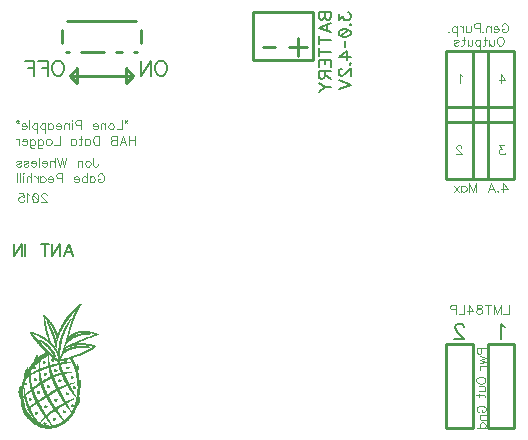
<source format=gbr>
G04 DipTrace 2.4.0.2*
%INBottomSilk.gbr*%
%MOIN*%
%ADD10C,0.0098*%
%ADD12C,0.001*%
%ADD20C,0.01*%
%ADD119C,0.0046*%
%ADD120C,0.0077*%
%ADD121C,0.0062*%
%ADD122C,0.0108*%
%FSLAX44Y44*%
G04*
G70*
G90*
G75*
G01*
%LNBotSilk*%
%LPD*%
X2026Y13945D2*
D10*
X4348D1*
X1868Y13217D2*
Y13650D1*
X4506Y13217D2*
Y13650D1*
X2006Y12921D2*
X2104D1*
X2498D2*
X3285D1*
X3679D2*
X3876D1*
X4270D2*
X4368D1*
X2125Y12125D2*
D20*
X4250D1*
X4000Y11875D1*
X2125Y12125D2*
X2375Y11875D1*
Y12375D1*
X4000Y11875D2*
Y12375D1*
X4250Y12125D1*
X2375Y12375D2*
X2125Y12125D1*
X8251Y14251D2*
X10251D1*
Y12626D1*
X8251D1*
Y14251D1*
X14689Y12939D2*
X16939D1*
Y8688D1*
X14689D1*
Y12939D1*
X15564D2*
Y8688D1*
X16939Y10564D2*
X14689D1*
X16064Y12939D2*
Y8688D1*
X16939Y11064D2*
X14689D1*
X16064Y3188D2*
X16939D1*
Y375D1*
X16064D1*
Y3188D1*
X14689D2*
X15564D1*
Y375D1*
X14689D1*
Y3188D1*
X2512Y4535D2*
D12*
D3*
X2492Y4525D2*
X2502D1*
X2479Y4515D2*
X2497D1*
X2466Y4505D2*
X2490D1*
X2454Y4495D2*
X2482D1*
X2442Y4485D2*
X2474D1*
X2430Y4475D2*
X2466D1*
X2416Y4465D2*
X2459D1*
X2403Y4455D2*
X2453D1*
X2392Y4445D2*
X2446D1*
X2381Y4435D2*
X2441D1*
X2368Y4425D2*
X2435D1*
X2356Y4415D2*
X2430D1*
X2344Y4405D2*
X2423D1*
X2333Y4395D2*
X2416D1*
X2321Y4385D2*
X2372D1*
X2393D2*
X2408D1*
X2309Y4375D2*
X2362D1*
X2383D2*
X2402D1*
X2297Y4365D2*
X2352D1*
X2374D2*
X2397D1*
X2287Y4355D2*
X2342D1*
X2368D2*
X2394D1*
X2276Y4345D2*
X2332D1*
X2362D2*
X2391D1*
X2265Y4335D2*
X2387D1*
X2254Y4325D2*
X2313D1*
X2344D2*
X2382D1*
X2243Y4315D2*
X2303D1*
X2338D2*
X2376D1*
X2234Y4305D2*
X2294D1*
X2333D2*
X2370D1*
X2225Y4295D2*
X2286D1*
X2328D2*
X2365D1*
X2215Y4285D2*
X2277D1*
X2322D2*
X2359D1*
X2204Y4275D2*
X2267D1*
X2316D2*
X2352D1*
X2194Y4265D2*
X2255D1*
X2310D2*
X2346D1*
X2185Y4255D2*
X2244D1*
X2305D2*
X2341D1*
X2177Y4245D2*
X2235D1*
X2300D2*
X2337D1*
X2169Y4235D2*
X2228D1*
X2295D2*
X2334D1*
X2159Y4225D2*
X2223D1*
X2290D2*
X2331D1*
X2148Y4215D2*
X2216D1*
X2287D2*
X2327D1*
X2136Y4205D2*
X2206D1*
X2284D2*
X2322D1*
X2126Y4195D2*
X2195D1*
X2282D2*
X2317D1*
X2119Y4185D2*
X2185D1*
X2278D2*
X2313D1*
X2113Y4175D2*
X2177D1*
X2274D2*
X2309D1*
X2106Y4165D2*
X2171D1*
X2270D2*
X2305D1*
X2096Y4155D2*
X2163D1*
X2265D2*
X2300D1*
X1252Y4145D2*
D3*
X2085D2*
X2154D1*
X2260D2*
X2295D1*
X1256Y4135D2*
X1262D1*
X2076D2*
X2144D1*
X2255D2*
X2290D1*
X1258Y4125D2*
X1274D1*
X2069D2*
X2134D1*
X2250D2*
X2287D1*
X1256Y4115D2*
X1284D1*
X2063D2*
X2125D1*
X2246D2*
X2284D1*
X1252Y4105D2*
X1295D1*
X2056D2*
X2118D1*
X2243D2*
X2283D1*
X1257Y4095D2*
X1307D1*
X2047D2*
X2112D1*
X2239D2*
X2281D1*
X1260Y4085D2*
X1319D1*
X2037D2*
X2104D1*
X2235D2*
X2277D1*
X1261Y4075D2*
X1282D1*
X1302D2*
X1329D1*
X2028D2*
X2095D1*
X2230D2*
X2271D1*
X1262Y4065D2*
X1282D1*
X1312D2*
X1338D1*
X2020D2*
X2087D1*
X2172D2*
D3*
X2227D2*
X2266D1*
X1262Y4055D2*
X1282D1*
X1322D2*
X1346D1*
X2013D2*
X2080D1*
X2224D2*
X2261D1*
X1262Y4045D2*
X1282D1*
X1331D2*
X1356D1*
X2006D2*
X2073D1*
X2172D2*
D3*
X2222D2*
X2256D1*
X1263Y4035D2*
X1282D1*
X1340D2*
X1367D1*
X1999D2*
X2066D1*
X2162D2*
D3*
X2219D2*
X2253D1*
X1263Y4025D2*
X1282D1*
X1350D2*
X1378D1*
X1992D2*
X2059D1*
X2153D2*
X2162D1*
X2216D2*
X2249D1*
X1264Y4015D2*
X1282D1*
X1361D2*
X1387D1*
X1986D2*
X2051D1*
X2144D2*
X2154D1*
X2213D2*
X2244D1*
X1267Y4005D2*
X1282D1*
X1371D2*
X1395D1*
X1979D2*
X2042D1*
X2137D2*
X2147D1*
X2209D2*
X2240D1*
X1269Y3995D2*
X1283D1*
X1380D2*
X1404D1*
X1971D2*
X2034D1*
X2130D2*
X2139D1*
X2206D2*
X2235D1*
X1271Y3985D2*
X1283D1*
X1388D2*
X1413D1*
X1963D2*
X2026D1*
X2123D2*
X2133D1*
X2203D2*
X2230D1*
X1272Y3975D2*
X1284D1*
X1396D2*
X1424D1*
X1957D2*
X2019D1*
X2116D2*
X2126D1*
X2199D2*
X2227D1*
X1272Y3965D2*
X1287D1*
X1404D2*
X1435D1*
X1951D2*
X2013D1*
X2111D2*
X2121D1*
X2194D2*
X2224D1*
X1273Y3955D2*
X1289D1*
X1413D2*
X1443D1*
X1945D2*
X2006D1*
X2105D2*
X2117D1*
X2190D2*
X2223D1*
X1274Y3945D2*
X1291D1*
X1423D2*
X1450D1*
X1939D2*
X2001D1*
X2099D2*
X2113D1*
X2186D2*
X2221D1*
X1277Y3935D2*
X1292D1*
X1372D2*
D3*
X1432D2*
X1457D1*
X1932D2*
X1995D1*
X2092D2*
X2109D1*
X2183D2*
X2219D1*
X1279Y3925D2*
X1294D1*
X1377D2*
X1382D1*
X1441D2*
X1465D1*
X1926D2*
X1988D1*
X2086D2*
X2104D1*
X2179D2*
X2215D1*
X1281Y3915D2*
X1296D1*
X1382D2*
D3*
X1447D2*
X1475D1*
X1919D2*
X1981D1*
X2079D2*
X2100D1*
X2176D2*
X2212D1*
X1282Y3905D2*
X1299D1*
X1385D2*
X1392D1*
X1453D2*
X1485D1*
X1911D2*
X1972D1*
X2072D2*
X2095D1*
X2174D2*
X2207D1*
X1282Y3895D2*
X1301D1*
X1389D2*
X1396D1*
X1460D2*
X1494D1*
X1904D2*
X1964D1*
X2066D2*
X2088D1*
X2173D2*
X2202D1*
X1282Y3885D2*
X1302D1*
X1391D2*
X1401D1*
X1467D2*
X1500D1*
X1898D2*
X1958D1*
X2061D2*
X2081D1*
X2172D2*
X2197D1*
X1282Y3875D2*
X1304D1*
X1393D2*
X1405D1*
X1475D2*
X1506D1*
X1895D2*
X1953D1*
X2055D2*
X2074D1*
X2171D2*
X2193D1*
X1282Y3865D2*
X1306D1*
X1397D2*
X1410D1*
X1482D2*
X1513D1*
X1892D2*
X1948D1*
X2050D2*
X2068D1*
X2168D2*
X2189D1*
X1282Y3855D2*
X1309D1*
X1401D2*
X1416D1*
X1489D2*
X1521D1*
X1887D2*
X1942D1*
X2043D2*
X2065D1*
X2164D2*
X2186D1*
X1283Y3845D2*
X1311D1*
X1405D2*
X1423D1*
X1494D2*
X1529D1*
X1880D2*
X1936D1*
X2036D2*
X2062D1*
X2160D2*
X2183D1*
X1283Y3835D2*
X1312D1*
X1410D2*
X1429D1*
X1500D2*
X1537D1*
X1873D2*
X1929D1*
X2028D2*
X2057D1*
X2156D2*
X2179D1*
X1284Y3825D2*
X1314D1*
X1415D2*
X1436D1*
X1506D2*
X1545D1*
X1867D2*
X1921D1*
X2020D2*
X2052D1*
X2153D2*
X2176D1*
X1287Y3815D2*
X1316D1*
X1420D2*
X1442D1*
X1513D2*
X1552D1*
X1861D2*
X1913D1*
X2013D2*
X2046D1*
X2149D2*
X2174D1*
X1289Y3805D2*
X1319D1*
X1425D2*
X1447D1*
X1519D2*
X1557D1*
X1855D2*
X1907D1*
X2008D2*
X2040D1*
X2146D2*
X2173D1*
X1291Y3795D2*
X1321D1*
X1429D2*
X1452D1*
X1525D2*
X1562D1*
X1850D2*
X1901D1*
X2003D2*
X2035D1*
X2143D2*
X2171D1*
X1293Y3785D2*
X1323D1*
X1433D2*
X1456D1*
X1530D2*
X1568D1*
X1846D2*
X1895D1*
X1999D2*
X2029D1*
X2139D2*
X2168D1*
X1296Y3775D2*
X1326D1*
X1437D2*
X1460D1*
X1537D2*
X1574D1*
X1843D2*
X1890D1*
X1994D2*
X2022D1*
X2136D2*
X2164D1*
X1299Y3765D2*
X1329D1*
X1443D2*
X1465D1*
X1544D2*
X1582D1*
X1839D2*
X1885D1*
X1989D2*
X2016D1*
X2133D2*
X2160D1*
X1301Y3755D2*
X1331D1*
X1447D2*
X1470D1*
X1551D2*
X1588D1*
X1834D2*
X1880D1*
X1982D2*
X2011D1*
X2129D2*
X2156D1*
X1302Y3745D2*
X1332D1*
X1450D2*
X1475D1*
X1557D2*
X1594D1*
X1830D2*
X1875D1*
X1976D2*
X2007D1*
X2126D2*
X2153D1*
X1304Y3735D2*
X1334D1*
X1452D2*
X1480D1*
X1560D2*
X1600D1*
X1825D2*
X1870D1*
X1970D2*
X2004D1*
X2123D2*
X2149D1*
X1306Y3725D2*
X1336D1*
X1453D2*
X1486D1*
X1563D2*
X1605D1*
X1819D2*
X1865D1*
X1965D2*
X2001D1*
X2119D2*
X2146D1*
X1309Y3715D2*
X1339D1*
X1454D2*
X1492D1*
X1568D2*
X1610D1*
X1812D2*
X1859D1*
X1960D2*
X1997D1*
X2116D2*
X2143D1*
X1311Y3705D2*
X1341D1*
X1458D2*
X1497D1*
X1573D2*
X1615D1*
X1806D2*
X1853D1*
X1956D2*
X1992D1*
X2114D2*
X2139D1*
X1313Y3695D2*
X1342D1*
X1463D2*
X1500D1*
X1579D2*
X1620D1*
X1801D2*
X1847D1*
X1953D2*
X1986D1*
X2113D2*
X2134D1*
X1316Y3685D2*
X1342D1*
X1468D2*
X1503D1*
X1585D2*
X1625D1*
X1797D2*
X1843D1*
X1949D2*
X1981D1*
X2112D2*
X2130D1*
X1319Y3675D2*
X1343D1*
X1472D2*
X1507D1*
X1590D2*
X1630D1*
X1793D2*
X1839D1*
X1944D2*
X1976D1*
X2111D2*
X2126D1*
X1321Y3665D2*
X1344D1*
X1476D2*
X1511D1*
X1595D2*
X1636D1*
X1789D2*
X1834D1*
X1938D2*
X1972D1*
X2108D2*
X2123D1*
X1323Y3655D2*
X1347D1*
X1480D2*
X1515D1*
X1600D2*
X1643D1*
X1786D2*
X1829D1*
X1932D2*
X1968D1*
X2104D2*
X2119D1*
X1326Y3645D2*
X1349D1*
X1485D2*
X1520D1*
X1605D2*
X1649D1*
X1784D2*
X1822D1*
X1926D2*
X1962D1*
X2100D2*
X2116D1*
X1329Y3635D2*
X1351D1*
X1490D2*
X1525D1*
X1608D2*
X1654D1*
X1782D2*
X1816D1*
X1920D2*
X1958D1*
X2097D2*
X2114D1*
X1332Y3625D2*
X1353D1*
X1495D2*
X1530D1*
X1611D2*
X1660D1*
X1778D2*
X1810D1*
X1915D2*
X1954D1*
X2094D2*
X2113D1*
X1336Y3615D2*
X1356D1*
X1498D2*
X1535D1*
X1612D2*
X1665D1*
X1774D2*
X1805D1*
X1910D2*
X1952D1*
X2092D2*
X2111D1*
X1339Y3605D2*
X1359D1*
X1501D2*
X1540D1*
X1614D2*
X1668D1*
X1770D2*
X1800D1*
X1905D2*
X1948D1*
X2088D2*
X2108D1*
X2502D2*
X2682D1*
X1341Y3595D2*
X1362D1*
X1503D2*
X1545D1*
X1618D2*
X1671D1*
X1765D2*
X1795D1*
X1900D2*
X1944D1*
X2084D2*
X2104D1*
X2442D2*
X2753D1*
X792Y3585D2*
X842D1*
X1342D2*
X1366D1*
X1507D2*
X1550D1*
X1623D2*
X1673D1*
X1760D2*
X1790D1*
X1897D2*
X1940D1*
X2080D2*
X2100D1*
X2390D2*
X2572D1*
X2612D2*
D3*
X2632D2*
D3*
X2662D2*
X2815D1*
X799Y3575D2*
X872D1*
X1343D2*
X1369D1*
X1511D2*
X1555D1*
X1628D2*
X1677D1*
X1756D2*
X1787D1*
X1894D2*
X1935D1*
X2077D2*
X2097D1*
X2350D2*
X2444D1*
X2792D2*
X2865D1*
X806Y3565D2*
X901D1*
X1344D2*
X1371D1*
X1515D2*
X1558D1*
X1632D2*
X1681D1*
X1753D2*
X1784D1*
X1892D2*
X1930D1*
X2074D2*
X2094D1*
X2320D2*
X2417D1*
X2829D2*
X2905D1*
X813Y3555D2*
X929D1*
X1347D2*
X1373D1*
X1519D2*
X1561D1*
X1636D2*
X1685D1*
X1749D2*
X1782D1*
X1888D2*
X1926D1*
X2072D2*
X2092D1*
X2295D2*
X2389D1*
X2862D2*
X2939D1*
X819Y3545D2*
X957D1*
X1349D2*
X1377D1*
X1522D2*
X1563D1*
X1639D2*
X1690D1*
X1745D2*
X1778D1*
X1884D2*
X1922D1*
X2069D2*
X2088D1*
X2272D2*
X2363D1*
X2582D2*
X2752D1*
X2892D2*
X2971D1*
X826Y3535D2*
X842D1*
X899D2*
X986D1*
X1353D2*
X1381D1*
X1526D2*
X1567D1*
X1643D2*
X1695D1*
X1740D2*
X1774D1*
X1880D2*
X1918D1*
X2066D2*
X2084D1*
X2251D2*
X2336D1*
X2519D2*
X2812D1*
X2921D2*
X3003D1*
X832Y3525D2*
X852D1*
X929D2*
X1014D1*
X1356D2*
X1385D1*
X1531D2*
X1571D1*
X1647D2*
X1699D1*
X1736D2*
X1770D1*
X1875D2*
X1912D1*
X2064D2*
X2080D1*
X2230D2*
X2311D1*
X2465D2*
X2742D1*
X2949D2*
X3030D1*
X837Y3515D2*
X862D1*
X959D2*
X1038D1*
X1361D2*
X1388D1*
X1535D2*
X1575D1*
X1653D2*
X1704D1*
X1730D2*
X1765D1*
X1870D2*
X1907D1*
X2063D2*
X2076D1*
X2212D2*
X2287D1*
X2421D2*
X2595D1*
X2972D2*
X3048D1*
X842Y3505D2*
X872D1*
X986D2*
X1061D1*
X1365D2*
X1391D1*
X1540D2*
X1579D1*
X1657D2*
X1713D1*
X1722D2*
X1760D1*
X1866D2*
X1903D1*
X2062D2*
X2073D1*
X2195D2*
X2265D1*
X2387D2*
X2551D1*
X2992D2*
X3062D1*
X846Y3495D2*
X882D1*
X1011D2*
X1081D1*
X1369D2*
X1392D1*
X1545D2*
X1582D1*
X1661D2*
X1755D1*
X1863D2*
X1899D1*
X2061D2*
X2069D1*
X2181D2*
X2245D1*
X2359D2*
X2511D1*
X2969D2*
X3034D1*
X851Y3485D2*
X891D1*
X1034D2*
X1101D1*
X1372D2*
X1393D1*
X1549D2*
X1586D1*
X1663D2*
X1750D1*
X1859D2*
X1896D1*
X2058D2*
X2066D1*
X2167D2*
X2229D1*
X2335D2*
X2477D1*
X2943D2*
X3007D1*
X857Y3475D2*
X900D1*
X1055D2*
X1121D1*
X1376D2*
X1394D1*
X1552D2*
X1591D1*
X1666D2*
X1746D1*
X1855D2*
X1894D1*
X2054D2*
X2064D1*
X2152D2*
X2213D1*
X2310D2*
X2445D1*
X2915D2*
X2980D1*
X865Y3465D2*
X910D1*
X1076D2*
X1142D1*
X1380D2*
X1397D1*
X1556D2*
X1595D1*
X1669D2*
X1743D1*
X1850D2*
X1892D1*
X2050D2*
X2063D1*
X2137D2*
X2198D1*
X2285D2*
X2413D1*
X2884D2*
X2952D1*
X873Y3455D2*
X921D1*
X1097D2*
X1163D1*
X1385D2*
X1399D1*
X1559D2*
X1600D1*
X1671D2*
X1739D1*
X1847D2*
X1889D1*
X2047D2*
X2061D1*
X2124D2*
X2181D1*
X2261D2*
X2381D1*
X2854D2*
X2921D1*
X882Y3445D2*
X931D1*
X1119D2*
X1183D1*
X1388D2*
X1403D1*
X1561D2*
X1605D1*
X1672D2*
X1735D1*
X1844D2*
X1886D1*
X2044D2*
X2059D1*
X2113D2*
X2164D1*
X2240D2*
X2351D1*
X2826D2*
X2889D1*
X891Y3435D2*
X940D1*
X1139D2*
X1201D1*
X1391D2*
X1406D1*
X1563D2*
X1608D1*
X1674D2*
X1730D1*
X1843D2*
X1882D1*
X2042D2*
X2056D1*
X2102D2*
X2148D1*
X2221D2*
X2326D1*
X2800D2*
X2859D1*
X897Y3425D2*
X949D1*
X1156D2*
X1217D1*
X1392D2*
X1409D1*
X1566D2*
X1611D1*
X1676D2*
X1727D1*
X1841D2*
X1879D1*
X2038D2*
X2054D1*
X2092D2*
X2135D1*
X2203D2*
X2304D1*
X2774D2*
X2832D1*
X902Y3415D2*
X957D1*
X1172D2*
X1233D1*
X1394D2*
X1412D1*
X1569D2*
X1612D1*
X1679D2*
X1724D1*
X1838D2*
X1876D1*
X2034D2*
X2052D1*
X2082D2*
X2123D1*
X2185D2*
X2283D1*
X2747D2*
X2807D1*
X908Y3405D2*
X968D1*
X1189D2*
X1250D1*
X1397D2*
X1416D1*
X1573D2*
X1614D1*
X1683D2*
X1723D1*
X1834D2*
X1873D1*
X2030D2*
X2049D1*
X2071D2*
X2110D1*
X2167D2*
X2263D1*
X2719D2*
X2781D1*
X915Y3395D2*
X980D1*
X1207D2*
X1266D1*
X1401D2*
X1420D1*
X1576D2*
X1616D1*
X1686D2*
X1721D1*
X1830D2*
X1869D1*
X2027D2*
X2045D1*
X2057D2*
X2095D1*
X2149D2*
X2243D1*
X2691D2*
X2753D1*
X923Y3385D2*
X991D1*
X1224D2*
X1281D1*
X1405D2*
X1425D1*
X1580D2*
X1619D1*
X1689D2*
X1719D1*
X1827D2*
X1864D1*
X2024D2*
X2081D1*
X2134D2*
X2223D1*
X2665D2*
X2724D1*
X932Y3375D2*
X1000D1*
X1240D2*
X1295D1*
X1410D2*
X1429D1*
X1585D2*
X1623D1*
X1691D2*
X1716D1*
X1824D2*
X1860D1*
X2022D2*
X2070D1*
X2121D2*
X2205D1*
X2640D2*
X2697D1*
X941Y3365D2*
X1008D1*
X1255D2*
X1310D1*
X1415D2*
X1433D1*
X1589D2*
X1626D1*
X1692D2*
X1712D1*
X1822D2*
X1857D1*
X2018D2*
X2060D1*
X2109D2*
X2189D1*
X2616D2*
X2672D1*
X947Y3355D2*
X1016D1*
X1268D2*
X1325D1*
X1420D2*
X1437D1*
X1592D2*
X1631D1*
X1692D2*
X1709D1*
X1818D2*
X1854D1*
X2014D2*
X2051D1*
X2096D2*
X2174D1*
X2591D2*
X2648D1*
X953Y3345D2*
X1024D1*
X1280D2*
X1340D1*
X1425D2*
X1443D1*
X1596D2*
X1635D1*
X1692D2*
X1706D1*
X1814D2*
X1852D1*
X2010D2*
X2041D1*
X2083D2*
X2160D1*
X2564D2*
X2625D1*
X962Y3335D2*
X1033D1*
X1295D2*
X1355D1*
X1430D2*
X1447D1*
X1600D2*
X1639D1*
X1692D2*
X1703D1*
X1810D2*
X1849D1*
X2007D2*
X2030D1*
X2070D2*
X2145D1*
X2537D2*
X2598D1*
X971Y3325D2*
X1042D1*
X1102D2*
X1112D1*
X1311D2*
X1368D1*
X1435D2*
X1450D1*
X1605D2*
X1642D1*
X1691D2*
X1699D1*
X1807D2*
X1846D1*
X2004D2*
X2021D1*
X2057D2*
X2129D1*
X2512D2*
X2572D1*
X981Y3315D2*
X1051D1*
X1115D2*
X1132D1*
X1325D2*
X1379D1*
X1440D2*
X1452D1*
X1608D2*
X1646D1*
X1688D2*
X1696D1*
X1804D2*
X1844D1*
X2003D2*
X2017D1*
X2043D2*
X2116D1*
X2488D2*
X2547D1*
X991Y3305D2*
X1059D1*
X1128D2*
X1152D1*
X1337D2*
X1390D1*
X1445D2*
X1454D1*
X1611D2*
X1649D1*
X1686D2*
X1694D1*
X1802D2*
X1843D1*
X2002D2*
X2019D1*
X2028D2*
X2104D1*
X2465D2*
X2524D1*
X998Y3295D2*
X1068D1*
X1142D2*
X1171D1*
X1349D2*
X1401D1*
X1449D2*
X1457D1*
X1612D2*
X1653D1*
X1684D2*
X1692D1*
X1799D2*
X1842D1*
X2001D2*
X2091D1*
X2441D2*
X2502D1*
X1006Y3285D2*
X1078D1*
X1157D2*
X1192D1*
X1362D2*
X1415D1*
X1453D2*
X1461D1*
X1613D2*
X1659D1*
X1681D2*
X1689D1*
X1796D2*
X1841D1*
X1998D2*
X2079D1*
X2415D2*
X2479D1*
X1014Y3275D2*
X1090D1*
X1173D2*
X1212D1*
X1375D2*
X1428D1*
X1457D2*
X1465D1*
X1614D2*
X1670D1*
X1677D2*
X1686D1*
X1793D2*
X1838D1*
X1995D2*
X2066D1*
X2389D2*
X2455D1*
X1023Y3265D2*
X1101D1*
X1188D2*
X1229D1*
X1389D2*
X1439D1*
X1462D2*
X1470D1*
X1617D2*
X1682D1*
X1789D2*
X1836D1*
X1992D2*
X2054D1*
X2366D2*
X2431D1*
X1033Y3255D2*
X1110D1*
X1201D2*
X1244D1*
X1401D2*
X1447D1*
X1467D2*
X1475D1*
X1619D2*
X1679D1*
X1786D2*
X1834D1*
X1989D2*
X2042D1*
X2344D2*
X2408D1*
X1042Y3245D2*
X1118D1*
X1214D2*
X1258D1*
X1412D2*
X1455D1*
X1465D2*
X1480D1*
X1621D2*
X1676D1*
X1784D2*
X1832D1*
X1986D2*
X2029D1*
X2323D2*
X2387D1*
X1051Y3235D2*
X1126D1*
X1225D2*
X1271D1*
X1422D2*
X1485D1*
X1623D2*
X1674D1*
X1783D2*
X1829D1*
X1984D2*
X2018D1*
X2302D2*
X2366D1*
X1057Y3225D2*
X1136D1*
X1235D2*
X1285D1*
X1432D2*
X1490D1*
X1626D2*
X1673D1*
X1783D2*
X1826D1*
X1982D2*
X2008D1*
X2280D2*
X2347D1*
X1063Y3215D2*
X1147D1*
X1246D2*
X1300D1*
X1442D2*
X1495D1*
X1629D2*
X1673D1*
X1783D2*
X1824D1*
X1978D2*
X2000D1*
X2256D2*
X2328D1*
X1072Y3205D2*
X1157D1*
X1259D2*
X1316D1*
X1452D2*
X1500D1*
X1632D2*
X1673D1*
X1782D2*
X1822D1*
X1974D2*
X1992D1*
X2232D2*
X2307D1*
X1081Y3195D2*
X1165D1*
X1272D2*
X1329D1*
X1462D2*
X1507D1*
X1636D2*
X1673D1*
X1782D2*
X1819D1*
X1970D2*
X1984D1*
X2210D2*
X2285D1*
X2422D2*
D3*
X2442D2*
X2612D1*
X1092Y3185D2*
X1171D1*
X1283D2*
X1341D1*
X1472D2*
X1514D1*
X1639D2*
X1673D1*
X1781D2*
X1816D1*
X1966D2*
X1978D1*
X2190D2*
X2264D1*
X2348D2*
X2692D1*
X1102Y3175D2*
X1178D1*
X1293D2*
X1352D1*
X1482D2*
X1524D1*
X1641D2*
X1672D1*
X1778D2*
X1814D1*
X1963D2*
X1975D1*
X2170D2*
X2242D1*
X2271D2*
X2482D1*
X2502D2*
D3*
X2544D2*
X2762D1*
X1111Y3165D2*
X1186D1*
X1303D2*
X1364D1*
X1491D2*
X1534D1*
X1643D2*
X1672D1*
X1776D2*
X1813D1*
X1959D2*
X1972D1*
X2150D2*
X2365D1*
X2382D2*
D3*
X2635D2*
X2824D1*
X1120Y3155D2*
X1197D1*
X1314D2*
X1375D1*
X1500D2*
X1545D1*
X1646D2*
X1671D1*
X1774D2*
X1811D1*
X1956D2*
X1968D1*
X2128D2*
X2309D1*
X2712D2*
X2879D1*
X1130Y3145D2*
X1209D1*
X1327D2*
X1385D1*
X1510D2*
X1553D1*
X1649D2*
X1668D1*
X1773D2*
X1809D1*
X1954D2*
X1964D1*
X2106D2*
X2254D1*
X2776D2*
X2924D1*
X1141Y3135D2*
X1219D1*
X1339D2*
X1394D1*
X1521D2*
X1560D1*
X1651D2*
X1666D1*
X1771D2*
X1806D1*
X1953D2*
X1960D1*
X2086D2*
X2205D1*
X2829D2*
X2956D1*
X1151Y3125D2*
X1228D1*
X1351D2*
X1403D1*
X1532D2*
X1567D1*
X1653D2*
X1664D1*
X1769D2*
X1804D1*
X1952D2*
X1957D1*
X2067D2*
X2164D1*
X2870D2*
X2982D1*
X1160Y3115D2*
X1236D1*
X1362D2*
X1413D1*
X1542D2*
X1575D1*
X1656D2*
X1663D1*
X1766D2*
X1803D1*
X1951D2*
X1954D1*
X2049D2*
X2131D1*
X2402D2*
X2602D1*
X2903D2*
X2972D1*
X1169Y3105D2*
X1246D1*
X1372D2*
X1424D1*
X1551D2*
X1583D1*
X1659D2*
X1663D1*
X1764D2*
X1802D1*
X1948D2*
X1953D1*
X2029D2*
X2102D1*
X2339D2*
X2663D1*
X2932D2*
X2962D1*
X1177Y3095D2*
X1257D1*
X1382D2*
X1435D1*
X1558D2*
X1592D1*
X1661D2*
X1663D1*
X1763D2*
X1801D1*
X1944D2*
X1951D1*
X2007D2*
X2073D1*
X2280D2*
X2720D1*
X2915D2*
X2951D1*
X1188Y3085D2*
X1268D1*
X1392D2*
X1445D1*
X1566D2*
X1601D1*
X1662D2*
D3*
X1763D2*
X1798D1*
X1940D2*
X1948D1*
X1984D2*
X2044D1*
X2227D2*
X2772D1*
X2898D2*
X2938D1*
X1200Y3075D2*
X1277D1*
X1402D2*
X1454D1*
X1574D2*
X1608D1*
X1763D2*
X1796D1*
X1936D2*
X1945D1*
X1958D2*
X2018D1*
X2184D2*
X2383D1*
X2880D2*
X2926D1*
X1211Y3065D2*
X1285D1*
X1411D2*
X1463D1*
X1583D2*
X1614D1*
X1762D2*
X1794D1*
X1933D2*
X1995D1*
X2149D2*
X2335D1*
X2863D2*
X2913D1*
X1220Y3055D2*
X1294D1*
X1418D2*
X1473D1*
X1592D2*
X1620D1*
X1761D2*
X1793D1*
X1929D2*
X1975D1*
X2120D2*
X2290D1*
X2847D2*
X2900D1*
X1229Y3045D2*
X1303D1*
X1426D2*
X1482D1*
X1601D2*
X1627D1*
X1758D2*
X1793D1*
X1925D2*
X1959D1*
X2093D2*
X2249D1*
X2830D2*
X2888D1*
X1237Y3035D2*
X1313D1*
X1434D2*
X1491D1*
X1608D2*
X1634D1*
X1756D2*
X1793D1*
X1920D2*
X1946D1*
X2066D2*
X2210D1*
X2811D2*
X2874D1*
X1248Y3025D2*
X1322D1*
X1443D2*
X1498D1*
X1615D2*
X1643D1*
X1754D2*
X1793D1*
X1916D2*
X1936D1*
X2041D2*
X2173D1*
X2791D2*
X2858D1*
X1259Y3015D2*
X1331D1*
X1452D2*
X1506D1*
X1622D2*
X1651D1*
X1753D2*
X1792D1*
X1913D2*
X1929D1*
X2020D2*
X2140D1*
X2772D2*
X2842D1*
X1269Y3005D2*
X1338D1*
X1461D2*
X1514D1*
X1629D2*
X1658D1*
X1753D2*
X1792D1*
X1909D2*
X1924D1*
X2002D2*
X2112D1*
X2754D2*
X2827D1*
X1278Y2995D2*
X1346D1*
X1468D2*
X1522D1*
X1636D2*
X1664D1*
X1753D2*
X1791D1*
X1906D2*
X1920D1*
X1986D2*
X2089D1*
X2736D2*
X2812D1*
X1286Y2985D2*
X1354D1*
X1476D2*
X1529D1*
X1643D2*
X1669D1*
X1753D2*
X1788D1*
X1903D2*
X1916D1*
X1972D2*
X2069D1*
X2719D2*
X2797D1*
X1294Y2975D2*
X1364D1*
X1484D2*
X1537D1*
X1649D2*
X1674D1*
X1753D2*
X1786D1*
X1899D2*
X1913D1*
X1957D2*
X2050D1*
X2699D2*
X2782D1*
X1305Y2965D2*
X1375D1*
X1492D2*
X1546D1*
X1656D2*
X1680D1*
X1752D2*
X1784D1*
X1896D2*
X1909D1*
X1939D2*
X2031D1*
X2678D2*
X2766D1*
X1316Y2955D2*
X1385D1*
X1499D2*
X1554D1*
X1662D2*
X1687D1*
X1752D2*
X1783D1*
X1894D2*
X1906D1*
X1917D2*
X2012D1*
X2656D2*
X2746D1*
X1328Y2945D2*
X1394D1*
X1506D2*
X1560D1*
X1667D2*
X1694D1*
X1752D2*
X1783D1*
X1893D2*
X1994D1*
X2636D2*
X2725D1*
X1339Y2935D2*
X1403D1*
X1512D2*
X1565D1*
X1672D2*
X1699D1*
X1752D2*
X1783D1*
X1891D2*
X1979D1*
X2617D2*
X2704D1*
X1350Y2925D2*
X1413D1*
X1519D2*
X1571D1*
X1676D2*
X1705D1*
X1752D2*
X1783D1*
X1888D2*
X1965D1*
X2597D2*
X2685D1*
X1362Y2915D2*
X1424D1*
X1526D2*
X1577D1*
X1681D2*
X1710D1*
X1752D2*
X1783D1*
X1884D2*
X1953D1*
X2575D2*
X2666D1*
X1338Y2905D2*
X1435D1*
X1534D2*
X1584D1*
X1686D2*
X1715D1*
X1752D2*
X1782D1*
X1880D2*
X1940D1*
X2551D2*
X2648D1*
X1315Y2895D2*
X1445D1*
X1543D2*
X1592D1*
X1693D2*
X1719D1*
X1752D2*
X1782D1*
X1875D2*
X1925D1*
X2527D2*
X2626D1*
X1296Y2885D2*
X1454D1*
X1551D2*
X1598D1*
X1699D2*
X1722D1*
X1752D2*
X1782D1*
X1870D2*
X1911D1*
X2505D2*
X2604D1*
X1278Y2875D2*
X1463D1*
X1557D2*
X1604D1*
X1704D2*
X1726D1*
X1752D2*
X1782D1*
X1866D2*
X1900D1*
X2483D2*
X2581D1*
X1261Y2865D2*
X1473D1*
X1561D2*
X1608D1*
X1710D2*
X1731D1*
X1751D2*
X1782D1*
X1862D2*
X1891D1*
X2462D2*
X2559D1*
X1244Y2855D2*
X1483D1*
X1566D2*
X1612D1*
X1715D2*
X1736D1*
X1747D2*
X1782D1*
X1858D2*
X1883D1*
X2438D2*
X2537D1*
X1225Y2845D2*
X1494D1*
X1571D2*
X1616D1*
X1718D2*
X1782D1*
X1852D2*
X1876D1*
X2410D2*
X2514D1*
X1206Y2835D2*
X1507D1*
X1577D2*
X1619D1*
X1721D2*
X1782D1*
X1848D2*
X1869D1*
X2382D2*
X2488D1*
X1190Y2825D2*
X1424D1*
X1462D2*
X1519D1*
X1584D2*
X1622D1*
X1723D2*
X1782D1*
X1845D2*
X1863D1*
X2356D2*
X2460D1*
X1032Y2815D2*
D3*
X1176D2*
X1419D1*
X1472D2*
X1531D1*
X1592D2*
X1626D1*
X1726D2*
X1782D1*
X1843D2*
X1858D1*
X2330D2*
X2432D1*
X1024Y2805D2*
X1032D1*
X1163D2*
X1393D1*
X1412D2*
X1415D1*
X1483D2*
X1542D1*
X1598D2*
X1629D1*
X1729D2*
X1782D1*
X1841D2*
X1853D1*
X2306D2*
X2406D1*
X1017Y2795D2*
X1032D1*
X1151D2*
X1373D1*
X1412D2*
X1414D1*
X1493D2*
X1552D1*
X1604D2*
X1631D1*
X1731D2*
X1782D1*
X1837D2*
X1849D1*
X2279D2*
X2380D1*
X1011Y2785D2*
X1032D1*
X1138D2*
X1354D1*
X1412D2*
X1413D1*
X1504D2*
X1562D1*
X1610D2*
X1632D1*
X1733D2*
X1782D1*
X1831D2*
X1846D1*
X2249D2*
X2351D1*
X1005Y2775D2*
X1032D1*
X1124D2*
X1333D1*
X1412D2*
X1413D1*
X1517D2*
X1573D1*
X1616D2*
X1632D1*
X1736D2*
X1782D1*
X1826D2*
X1843D1*
X2218D2*
X2320D1*
X1000Y2765D2*
X1032D1*
X1110D2*
X1313D1*
X1412D2*
X1413D1*
X1529D2*
X1584D1*
X1622D2*
X1632D1*
X1739D2*
X1782D1*
X1820D2*
X1839D1*
X2189D2*
X2287D1*
X995Y2755D2*
X1032D1*
X1097D2*
X1296D1*
X1402D2*
X1413D1*
X1541D2*
X1595D1*
X1741D2*
X1783D1*
X1815D2*
X1836D1*
X2160D2*
X2255D1*
X990Y2745D2*
X1031D1*
X1085D2*
X1280D1*
X1402D2*
X1412D1*
X1552D2*
X1605D1*
X1743D2*
X1783D1*
X1810D2*
X1833D1*
X2132D2*
X2227D1*
X985Y2735D2*
X1028D1*
X1074D2*
X1265D1*
X1402D2*
X1412D1*
X1562D2*
X1615D1*
X1746D2*
X1784D1*
X1805D2*
X1829D1*
X2102D2*
X2203D1*
X979Y2725D2*
X1025D1*
X1063D2*
X1251D1*
X1402D2*
X1412D1*
X1573D2*
X1625D1*
X1749D2*
X1788D1*
X1799D2*
X1824D1*
X2070D2*
X2186D1*
X972Y2715D2*
X1022D1*
X1049D2*
X1237D1*
X1402D2*
X1412D1*
X1584D2*
X1638D1*
X1751D2*
X1819D1*
X2033D2*
X2172D1*
X966Y2705D2*
X1221D1*
X1402D2*
X1412D1*
X1597D2*
X1652D1*
X1752D2*
X1813D1*
X1994D2*
X2114D1*
X2129D2*
X2184D1*
X961Y2695D2*
X1204D1*
X1402D2*
X1412D1*
X1532D2*
D3*
X1609D2*
X1663D1*
X1752D2*
X1808D1*
X1958D2*
X2061D1*
X2142D2*
X2193D1*
X957Y2685D2*
X1189D1*
X1402D2*
X1412D1*
X1528D2*
X1542D1*
X1621D2*
X1674D1*
X1752D2*
X1805D1*
X1921D2*
X2020D1*
X2151D2*
X2201D1*
X955Y2675D2*
X1175D1*
X1402D2*
X1413D1*
X1522D2*
X1546D1*
X1632D2*
X1684D1*
X1752D2*
X1805D1*
X1880D2*
X1992D1*
X2159D2*
X2208D1*
X953Y2665D2*
X1164D1*
X1402D2*
X1413D1*
X1518D2*
X1558D1*
X1582D2*
X1592D1*
X1643D2*
X1695D1*
X1751D2*
X1823D1*
X1829D2*
X1975D1*
X2164D2*
X2214D1*
X952Y2655D2*
X1153D1*
X1402D2*
X1414D1*
X1516D2*
X1590D1*
X1654D2*
X1709D1*
X1746D2*
X1897D1*
X1954D2*
X1962D1*
X2170D2*
X2220D1*
X951Y2645D2*
X1145D1*
X1402D2*
X1417D1*
X1517D2*
X1583D1*
X1668D2*
X1725D1*
X1735D2*
X1848D1*
X1948D2*
X2022D1*
X2175D2*
X2225D1*
X948Y2635D2*
X1138D1*
X1402D2*
X1419D1*
X1524D2*
X1573D1*
X1684D2*
X1796D1*
X1946D2*
X2016D1*
X2180D2*
X2230D1*
X945Y2625D2*
X1114D1*
X1132D2*
X1134D1*
X1402D2*
X1421D1*
X1537D2*
X1563D1*
X1703D2*
X1742D1*
X1948D2*
X2011D1*
X2185D2*
X2235D1*
X942Y2615D2*
X1099D1*
X1122D2*
X1130D1*
X1402D2*
X1422D1*
X1552D2*
D3*
X1720D2*
X1746D1*
X1950D2*
X2005D1*
X2190D2*
X2240D1*
X937Y2605D2*
X1085D1*
X1122D2*
X1126D1*
X1242D2*
D3*
X1402D2*
X1422D1*
X1733D2*
X1751D1*
X1958D2*
X1999D1*
X2195D2*
X2246D1*
X930Y2595D2*
X1073D1*
X1122D2*
X1124D1*
X1238D2*
X1252D1*
X1402D2*
X1423D1*
X1738D2*
X1755D1*
X1978D2*
X1992D1*
X2200D2*
X2253D1*
X922Y2585D2*
X1061D1*
X1122D2*
X1123D1*
X1235D2*
X1302D1*
X1402D2*
X1424D1*
X1741D2*
X1759D1*
X2042D2*
X2142D1*
X2206D2*
X2259D1*
X914Y2575D2*
X1049D1*
X1122D2*
X1123D1*
X1234D2*
X1299D1*
X1402D2*
X1427D1*
X1742D2*
X1763D1*
X1967D2*
X2086D1*
X2212D2*
X2264D1*
X906Y2565D2*
X1036D1*
X1121D2*
X1123D1*
X1233D2*
X1294D1*
X1402D2*
X1429D1*
X1744D2*
X1774D1*
X1890D2*
X2034D1*
X2217D2*
X2270D1*
X899Y2555D2*
X1026D1*
X1118D2*
X1123D1*
X1235D2*
X1290D1*
X1403D2*
X1431D1*
X1748D2*
X1801D1*
X1808D2*
X1986D1*
X2220D2*
X2275D1*
X891Y2545D2*
X1017D1*
X1116D2*
X1123D1*
X1238D2*
X1286D1*
X1403D2*
X1433D1*
X1752D2*
X1939D1*
X2223D2*
X2278D1*
X882Y2535D2*
X1008D1*
X1114D2*
X1122D1*
X1242D2*
X1282D1*
X1404D2*
X1436D1*
X1707D2*
X1891D1*
X2227D2*
X2281D1*
X873Y2525D2*
X997D1*
X1113D2*
X1122D1*
X1407D2*
X1439D1*
X1661D2*
X1838D1*
X2231D2*
X2283D1*
X864Y2515D2*
X985D1*
X1111D2*
X1122D1*
X1409D2*
X1441D1*
X1618D2*
X1782D1*
X2235D2*
X2287D1*
X857Y2505D2*
X974D1*
X1109D2*
X1122D1*
X1411D2*
X1442D1*
X1579D2*
X1783D1*
X2240D2*
X2291D1*
X850Y2495D2*
X965D1*
X1106D2*
X1122D1*
X1412D2*
X1445D1*
X1542D2*
X1714D1*
X1763D2*
X1784D1*
X2245D2*
X2295D1*
X2382D2*
D3*
X844Y2485D2*
X956D1*
X1104D2*
X1121D1*
X1411D2*
X1449D1*
X1505D2*
X1677D1*
X1763D2*
X1787D1*
X2249D2*
X2300D1*
X2376D2*
X2382D1*
X836Y2475D2*
X948D1*
X1103D2*
X1118D1*
X1410D2*
X1460D1*
X1469D2*
X1640D1*
X1764D2*
X1791D1*
X2253D2*
X2305D1*
X2371D2*
X2384D1*
X828Y2465D2*
X937D1*
X1101D2*
X1116D1*
X1399D2*
X1602D1*
X1767D2*
X1795D1*
X2257D2*
X2310D1*
X2365D2*
X2387D1*
X820Y2455D2*
X925D1*
X1099D2*
X1114D1*
X1383D2*
X1564D1*
X1770D2*
X1800D1*
X2263D2*
X2315D1*
X2360D2*
X2389D1*
X813Y2445D2*
X914D1*
X1096D2*
X1113D1*
X1362D2*
X1531D1*
X1773D2*
X1805D1*
X2268D2*
X2319D1*
X2354D2*
X2391D1*
X806Y2435D2*
X902D1*
X922D2*
X932D1*
X1094D2*
X1113D1*
X1337D2*
X1501D1*
X1776D2*
X1809D1*
X2032D2*
D3*
X2272D2*
X2323D1*
X2346D2*
X2392D1*
X801Y2425D2*
X932D1*
X1093D2*
X1113D1*
X1311D2*
X1475D1*
X1779D2*
X1813D1*
X2024D2*
X2042D1*
X2276D2*
X2327D1*
X2335D2*
X2392D1*
X795Y2415D2*
X892D1*
X912D2*
X932D1*
X1093D2*
X1113D1*
X1284D2*
X1452D1*
X1781D2*
X1817D1*
X2019D2*
X2042D1*
X2279D2*
X2392D1*
X789Y2405D2*
X982D1*
X1093D2*
X1113D1*
X1255D2*
X1397D1*
X1424D2*
X1457D1*
X1782D2*
X1823D1*
X2015D2*
X2092D1*
X2281D2*
X2392D1*
X712Y2395D2*
D3*
X782D2*
X884D1*
X901D2*
X977D1*
X1093D2*
X1112D1*
X1226D2*
X1369D1*
X1427D2*
X1462D1*
X1782D2*
X1828D1*
X2015D2*
X2085D1*
X2282D2*
X2392D1*
X707Y2385D2*
X712D1*
X776D2*
X869D1*
X910D2*
X970D1*
X1093D2*
X1113D1*
X1199D2*
X1338D1*
X1429D2*
X1466D1*
X1783D2*
X1832D1*
X2019D2*
X2078D1*
X2284D2*
X2392D1*
X700Y2375D2*
X712D1*
X769D2*
X857D1*
X921D2*
X962D1*
X1092D2*
X1113D1*
X1175D2*
X1309D1*
X1431D2*
X1469D1*
X1784D2*
X1836D1*
X2025D2*
X2070D1*
X2286D2*
X2392D1*
X693Y2365D2*
X711D1*
X762D2*
X849D1*
X932D2*
X952D1*
X1092D2*
X1114D1*
X1152D2*
X1282D1*
X1433D2*
X1472D1*
X1787D2*
X1839D1*
X2032D2*
X2062D1*
X2289D2*
X2392D1*
X687Y2355D2*
X708D1*
X756D2*
X844D1*
X1090D2*
X1118D1*
X1128D2*
X1255D1*
X1436D2*
X1476D1*
X1790D2*
X1842D1*
X2293D2*
X2392D1*
X681Y2345D2*
X706D1*
X749D2*
X838D1*
X1082D2*
X1226D1*
X1439D2*
X1479D1*
X1793D2*
X1846D1*
X2296D2*
X2391D1*
X675Y2335D2*
X704D1*
X743D2*
X830D1*
X1071D2*
X1195D1*
X1441D2*
X1482D1*
X1622D2*
X1642D1*
X1796D2*
X1849D1*
X2301D2*
X2388D1*
X670Y2325D2*
X703D1*
X737D2*
X822D1*
X1057D2*
X1167D1*
X1443D2*
X1486D1*
X1619D2*
X1642D1*
X1801D2*
X1852D1*
X2305D2*
X2386D1*
X665Y2315D2*
X703D1*
X732D2*
X813D1*
X1042D2*
X1146D1*
X1446D2*
X1489D1*
X1616D2*
X1692D1*
X1805D2*
X1856D1*
X2308D2*
X2384D1*
X660Y2305D2*
X705D1*
X725D2*
X804D1*
X1025D2*
X1132D1*
X1449D2*
X1492D1*
X1615D2*
X1689D1*
X1809D2*
X1861D1*
X2311D2*
X2382D1*
X655Y2295D2*
X708D1*
X715D2*
X798D1*
X1006D2*
X1127D1*
X1451D2*
X1496D1*
X1617D2*
X1684D1*
X1812D2*
X1867D1*
X2313D2*
X2379D1*
X649Y2285D2*
X793D1*
X984D2*
X1061D1*
X1092D2*
X1124D1*
X1452D2*
X1499D1*
X1620D2*
X1679D1*
X1816D2*
X1873D1*
X2316D2*
X2376D1*
X643Y2275D2*
X788D1*
X963D2*
X1037D1*
X1092D2*
X1123D1*
X1452D2*
X1501D1*
X1622D2*
X1672D1*
X1820D2*
X1879D1*
X2319D2*
X2375D1*
X637Y2265D2*
X781D1*
X943D2*
X1012D1*
X1092D2*
X1123D1*
X1453D2*
X1502D1*
X1825D2*
X1886D1*
X2322D2*
X2375D1*
X633Y2255D2*
X773D1*
X925D2*
X989D1*
X1092D2*
X1123D1*
X1454D2*
X1504D1*
X1829D2*
X1895D1*
X2012D2*
X2162D1*
X2326D2*
X2377D1*
X629Y2245D2*
X766D1*
X792D2*
D3*
X910D2*
X969D1*
X1092D2*
X1123D1*
X1457D2*
X1507D1*
X1833D2*
X1917D1*
X1929D2*
X2093D1*
X2329D2*
X2380D1*
X626Y2235D2*
X759D1*
X792D2*
D3*
X894D2*
X950D1*
X1092D2*
X1123D1*
X1460D2*
X1511D1*
X1837D2*
X2033D1*
X2331D2*
X2383D1*
X624Y2225D2*
X751D1*
X792D2*
D3*
X877D2*
X930D1*
X1092D2*
X1123D1*
X1282D2*
D3*
X1463D2*
X1515D1*
X1842D2*
X1983D1*
X2332D2*
X2386D1*
X623Y2215D2*
X744D1*
X791D2*
X792D1*
X860D2*
X908D1*
X1092D2*
X1123D1*
X1278D2*
X1292D1*
X1466D2*
X1520D1*
X1799D2*
X1941D1*
X2332D2*
X2389D1*
X623Y2205D2*
X738D1*
X788D2*
X792D1*
X844D2*
X886D1*
X1092D2*
X1124D1*
X1275D2*
X1342D1*
X1469D2*
X1525D1*
X1762D2*
X1902D1*
X2332D2*
X2391D1*
X623Y2195D2*
X733D1*
X786D2*
X792D1*
X826D2*
X866D1*
X1092D2*
X1127D1*
X1274D2*
X1341D1*
X1472D2*
X1529D1*
X1730D2*
X1909D1*
X2333D2*
X2392D1*
X622Y2185D2*
X729D1*
X784D2*
X797D1*
X805D2*
X847D1*
X1093D2*
X1129D1*
X1273D2*
X1336D1*
X1476D2*
X1532D1*
X1702D2*
X1801D1*
X1853D2*
X1914D1*
X2334D2*
X2392D1*
X621Y2175D2*
X725D1*
X782D2*
X830D1*
X1093D2*
X1131D1*
X1275D2*
X1330D1*
X1479D2*
X1536D1*
X1675D2*
X1778D1*
X1854D2*
X1920D1*
X2337D2*
X2392D1*
X618Y2165D2*
X719D1*
X779D2*
X815D1*
X1094D2*
X1132D1*
X1278D2*
X1321D1*
X1482D2*
X1542D1*
X1646D2*
X1755D1*
X1857D2*
X1926D1*
X2339D2*
X2392D1*
X616Y2155D2*
X713D1*
X769D2*
X802D1*
X1097D2*
X1134D1*
X1282D2*
X1312D1*
X1486D2*
X1549D1*
X1611D2*
X1730D1*
X1861D2*
X1933D1*
X2341D2*
X2393D1*
X614Y2145D2*
X706D1*
X757D2*
X797D1*
X1099D2*
X1136D1*
X1490D2*
X1565D1*
X1568D2*
X1703D1*
X1867D2*
X1939D1*
X2343D2*
X2394D1*
X613Y2135D2*
X698D1*
X745D2*
X752D1*
X782D2*
X795D1*
X1101D2*
X1139D1*
X1495D2*
X1675D1*
X1873D2*
X1944D1*
X2346D2*
X2397D1*
X613Y2125D2*
X692D1*
X733D2*
X742D1*
X782D2*
X793D1*
X1102D2*
X1141D1*
X1499D2*
X1649D1*
X1878D2*
X1948D1*
X2349D2*
X2399D1*
X613Y2115D2*
X687D1*
X723D2*
X732D1*
X782D2*
X793D1*
X1102D2*
X1143D1*
X1498D2*
X1626D1*
X1882D2*
X1951D1*
X2351D2*
X2401D1*
X613Y2105D2*
X686D1*
X713D2*
X721D1*
X782D2*
X793D1*
X1103D2*
X1146D1*
X1490D2*
X1606D1*
X1886D2*
X1954D1*
X2182D2*
X2192D1*
X2352D2*
X2403D1*
X613Y2095D2*
X688D1*
X702D2*
X708D1*
X782D2*
X793D1*
X1104D2*
X1149D1*
X1473D2*
X1591D1*
X1889D2*
X1958D1*
X2178D2*
X2192D1*
X2354D2*
X2406D1*
X612Y2085D2*
X696D1*
X782D2*
X793D1*
X1107D2*
X1151D1*
X1454D2*
X1580D1*
X1892D2*
X1963D1*
X2175D2*
X2242D1*
X2356D2*
X2409D1*
X612Y2075D2*
X685D1*
X782D2*
X792D1*
X1109D2*
X1153D1*
X1434D2*
X1577D1*
X1896D2*
X1969D1*
X2174D2*
X2237D1*
X2359D2*
X2411D1*
X611Y2065D2*
X675D1*
X782D2*
X792D1*
X1111D2*
X1156D1*
X1414D2*
X1578D1*
X1901D2*
X1975D1*
X2174D2*
X2231D1*
X2361D2*
X2412D1*
X608Y2055D2*
X667D1*
X782D2*
X792D1*
X1113D2*
X1159D1*
X1396D2*
X1493D1*
X1511D2*
X1582D1*
X1905D2*
X1980D1*
X2179D2*
X2224D1*
X2362D2*
X2413D1*
X604Y2045D2*
X661D1*
X782D2*
X792D1*
X952D2*
X962D1*
X1116D2*
X1162D1*
X1378D2*
X1475D1*
X1517D2*
X1587D1*
X1910D2*
X1986D1*
X2190D2*
X2214D1*
X2363D2*
X2414D1*
X600Y2035D2*
X655D1*
X782D2*
X792D1*
X951D2*
X962D1*
X1119D2*
X1166D1*
X1358D2*
X1457D1*
X1522D2*
X1593D1*
X1916D2*
X1992D1*
X2202D2*
D3*
X2364D2*
X2417D1*
X596Y2025D2*
X649D1*
X782D2*
X793D1*
X949D2*
X1022D1*
X1121D2*
X1169D1*
X1339D2*
X1438D1*
X1527D2*
X1598D1*
X1923D2*
X1997D1*
X2367D2*
X2419D1*
X593Y2015D2*
X643D1*
X782D2*
X793D1*
X948D2*
X1017D1*
X1122D2*
X1171D1*
X1321D2*
X1418D1*
X1533D2*
X1602D1*
X1929D2*
X2000D1*
X2369D2*
X2421D1*
X589Y2005D2*
X637D1*
X782D2*
X794D1*
X949D2*
X1012D1*
X1122D2*
X1172D1*
X1303D2*
X1398D1*
X1538D2*
X1606D1*
X1762D2*
X1772D1*
X1934D2*
X2004D1*
X2371D2*
X2422D1*
X586Y1995D2*
X633D1*
X782D2*
X797D1*
X952D2*
X1005D1*
X1122D2*
X1173D1*
X1287D2*
X1381D1*
X1542D2*
X1609D1*
X1759D2*
X1772D1*
X1940D2*
X2008D1*
X2372D2*
X2423D1*
X583Y1985D2*
X629D1*
X782D2*
X799D1*
X957D2*
X995D1*
X1123D2*
X1174D1*
X1272D2*
X1364D1*
X1546D2*
X1612D1*
X1754D2*
X1772D1*
X1945D2*
X2015D1*
X2373D2*
X2424D1*
X579Y1975D2*
X626D1*
X782D2*
X801D1*
X962D2*
X982D1*
X1124D2*
X1177D1*
X1254D2*
X1347D1*
X1550D2*
X1616D1*
X1749D2*
X1832D1*
X1949D2*
X2022D1*
X2374D2*
X2428D1*
X576Y1965D2*
X624D1*
X782D2*
X803D1*
X1127D2*
X1185D1*
X1234D2*
X1328D1*
X1555D2*
X1620D1*
X1742D2*
X1822D1*
X1953D2*
X2028D1*
X2377D2*
X2432D1*
X2472D2*
D3*
X574Y1955D2*
X622D1*
X783D2*
X806D1*
X1129D2*
X1197D1*
X1209D2*
X1309D1*
X1558D2*
X1625D1*
X1749D2*
X1812D1*
X1957D2*
X2034D1*
X2379D2*
X2422D1*
X2467D2*
X2472D1*
X573Y1945D2*
X619D1*
X783D2*
X809D1*
X1131D2*
X1292D1*
X1561D2*
X1629D1*
X1756D2*
X1802D1*
X1963D2*
X2040D1*
X2381D2*
X2427D1*
X2463D2*
X2474D1*
X571Y1935D2*
X616D1*
X784D2*
X811D1*
X1133D2*
X1277D1*
X1563D2*
X1632D1*
X1762D2*
X1792D1*
X1969D2*
X2045D1*
X2382D2*
X2430D1*
X2459D2*
X2477D1*
X568Y1925D2*
X616D1*
X787D2*
X812D1*
X1135D2*
X1262D1*
X1566D2*
X1636D1*
X1975D2*
X2050D1*
X2382D2*
X2433D1*
X2454D2*
X2479D1*
X564Y1915D2*
X617D1*
X789D2*
X814D1*
X1137D2*
X1247D1*
X1569D2*
X1641D1*
X1980D2*
X2055D1*
X2382D2*
X2437D1*
X2449D2*
X2481D1*
X560Y1905D2*
X619D1*
X791D2*
X816D1*
X1131D2*
X1235D1*
X1573D2*
X1647D1*
X1986D2*
X2059D1*
X2382D2*
X2482D1*
X557Y1895D2*
X621D1*
X792D2*
X819D1*
X1122D2*
X1226D1*
X1578D2*
X1653D1*
X1992D2*
X2062D1*
X2262D2*
X2282D1*
X2382D2*
X2482D1*
X554Y1885D2*
X672D1*
X792D2*
X823D1*
X1112D2*
X1219D1*
X1583D2*
X1659D1*
X1998D2*
X2066D1*
X2222D2*
X2242D1*
X2382D2*
X2482D1*
X552Y1875D2*
X669D1*
X792D2*
X826D1*
X1101D2*
X1219D1*
X1589D2*
X1664D1*
X2002D2*
X2071D1*
X2172D2*
X2211D1*
X2382D2*
X2482D1*
X549Y1865D2*
X664D1*
X792D2*
X829D1*
X1088D2*
X1221D1*
X1594D2*
X1668D1*
X2007D2*
X2076D1*
X2139D2*
X2181D1*
X2383D2*
X2482D1*
X546Y1855D2*
X658D1*
X793D2*
X832D1*
X1074D2*
X1223D1*
X1599D2*
X1671D1*
X2013D2*
X2082D1*
X2102D2*
X2154D1*
X2383D2*
X2482D1*
X543Y1845D2*
X582D1*
X602D2*
X651D1*
X793D2*
X836D1*
X1060D2*
X1131D1*
X1164D2*
X1226D1*
X1602D2*
X1673D1*
X2018D2*
X2132D1*
X2384D2*
X2482D1*
X539Y1835D2*
X581D1*
X622D2*
X642D1*
X794D2*
X839D1*
X1045D2*
X1117D1*
X1167D2*
X1229D1*
X1606D2*
X1677D1*
X2010D2*
X2116D1*
X2387D2*
X2482D1*
X536Y1825D2*
X578D1*
X797D2*
X841D1*
X1032D2*
X1102D1*
X1169D2*
X1231D1*
X1609D2*
X1681D1*
X1993D2*
X2111D1*
X2389D2*
X2482D1*
X534Y1815D2*
X576D1*
X799D2*
X842D1*
X1019D2*
X1087D1*
X1171D2*
X1233D1*
X1392D2*
D3*
X1612D2*
X1685D1*
X1973D2*
X2111D1*
X2391D2*
X2481D1*
X532Y1805D2*
X574D1*
X801D2*
X843D1*
X1006D2*
X1073D1*
X1172D2*
X1237D1*
X1389D2*
X1392D1*
X1616D2*
X1690D1*
X1951D2*
X2012D1*
X2054D2*
X2112D1*
X2392D2*
X2478D1*
X529Y1795D2*
X573D1*
X802D2*
X844D1*
X992D2*
X1059D1*
X1174D2*
X1241D1*
X1384D2*
X1392D1*
X1621D2*
X1696D1*
X1925D2*
X1992D1*
X2057D2*
X2114D1*
X2392D2*
X2476D1*
X526Y1785D2*
X573D1*
X804D2*
X847D1*
X977D2*
X1045D1*
X1177D2*
X1245D1*
X1379D2*
X1417D1*
X1442D2*
X1452D1*
X1627D2*
X1703D1*
X1898D2*
X1969D1*
X2061D2*
X2118D1*
X2392D2*
X2474D1*
X462Y1775D2*
D3*
X524D2*
X573D1*
X806D2*
X851D1*
X963D2*
X1030D1*
X1181D2*
X1250D1*
X1372D2*
X1448D1*
X1633D2*
X1709D1*
X1871D2*
X1945D1*
X2067D2*
X2124D1*
X2392D2*
X2472D1*
X461Y1765D2*
X462D1*
X522D2*
X572D1*
X809D2*
X855D1*
X951D2*
X1015D1*
X1185D2*
X1255D1*
X1379D2*
X1442D1*
X1639D2*
X1714D1*
X1847D2*
X1921D1*
X2073D2*
X2129D1*
X2252D2*
X2262D1*
X2392D2*
X2469D1*
X458Y1755D2*
X462D1*
X519D2*
X571D1*
X813D2*
X859D1*
X938D2*
X1000D1*
X1189D2*
X1259D1*
X1386D2*
X1433D1*
X1644D2*
X1718D1*
X1824D2*
X1900D1*
X2079D2*
X2135D1*
X2249D2*
X2262D1*
X2392D2*
X2466D1*
X455Y1745D2*
X462D1*
X516D2*
X568D1*
X816D2*
X864D1*
X925D2*
X985D1*
X1192D2*
X1263D1*
X1392D2*
X1422D1*
X1650D2*
X1722D1*
X1804D2*
X1881D1*
X2086D2*
X2140D1*
X2244D2*
X2262D1*
X2392D2*
X2464D1*
X452Y1735D2*
X467D1*
X514D2*
X566D1*
X819D2*
X870D1*
X910D2*
X971D1*
X1196D2*
X1267D1*
X1655D2*
X1727D1*
X1781D2*
X1862D1*
X2093D2*
X2147D1*
X2241D2*
X2322D1*
X2392D2*
X2461D1*
X449Y1725D2*
X470D1*
X513D2*
X564D1*
X822D2*
X885D1*
X892D2*
X957D1*
X1201D2*
X1273D1*
X1660D2*
X1743D1*
X1754D2*
X1843D1*
X2099D2*
X2154D1*
X2238D2*
X2314D1*
X2392D2*
X2457D1*
X446Y1715D2*
X473D1*
X513D2*
X563D1*
X592D2*
X602D1*
X826D2*
X943D1*
X1205D2*
X1277D1*
X1665D2*
X1822D1*
X2104D2*
X2161D1*
X2241D2*
X2305D1*
X2392D2*
X2452D1*
X443Y1705D2*
X476D1*
X513D2*
X561D1*
X592D2*
X602D1*
X829D2*
X928D1*
X1210D2*
X1280D1*
X1668D2*
X1802D1*
X2110D2*
X2167D1*
X2251D2*
X2294D1*
X2392D2*
X2448D1*
X439Y1695D2*
X479D1*
X513D2*
X559D1*
X593D2*
X602D1*
X831D2*
X916D1*
X1215D2*
X1282D1*
X1671D2*
X1784D1*
X2117D2*
X2170D1*
X2262D2*
X2282D1*
X2392D2*
X2445D1*
X436Y1685D2*
X481D1*
X512D2*
X556D1*
X593D2*
X602D1*
X831D2*
X906D1*
X1220D2*
X1284D1*
X1669D2*
X1767D1*
X2124D2*
X2173D1*
X2392D2*
X2443D1*
X434Y1675D2*
X484D1*
X512D2*
X554D1*
X594D2*
X603D1*
X831D2*
X898D1*
X1225D2*
X1287D1*
X1662D2*
X1752D1*
X2132D2*
X2177D1*
X2392D2*
X2443D1*
X433Y1665D2*
X489D1*
X511D2*
X553D1*
X597D2*
X603D1*
X825D2*
X896D1*
X1228D2*
X1291D1*
X1646D2*
X1759D1*
X2139D2*
X2182D1*
X2391D2*
X2443D1*
X432Y1655D2*
X500D1*
X507D2*
X553D1*
X599D2*
X604D1*
X814D2*
X897D1*
X1231D2*
X1297D1*
X1627D2*
X1766D1*
X2146D2*
X2189D1*
X2388D2*
X2443D1*
X431Y1645D2*
X553D1*
X601D2*
X607D1*
X802D2*
X900D1*
X1233D2*
X1303D1*
X1607D2*
X1772D1*
X2154D2*
X2197D1*
X2386D2*
X2442D1*
X428Y1635D2*
X552D1*
X602D2*
X609D1*
X792D2*
X901D1*
X1237D2*
X1309D1*
X1590D2*
X1671D1*
X1702D2*
X1777D1*
X2162D2*
X2203D1*
X2384D2*
X2442D1*
X426Y1625D2*
X551D1*
X602D2*
X611D1*
X782D2*
X812D1*
X841D2*
X904D1*
X1062D2*
D3*
X1241D2*
X1315D1*
X1574D2*
X1657D1*
X1710D2*
X1780D1*
X2169D2*
X2209D1*
X2383D2*
X2441D1*
X424Y1615D2*
X548D1*
X602D2*
X612D1*
X772D2*
X802D1*
X847D2*
X907D1*
X1054D2*
X1062D1*
X1245D2*
X1320D1*
X1558D2*
X1642D1*
X1716D2*
X1784D1*
X2176D2*
X2215D1*
X2383D2*
X2437D1*
X423Y1605D2*
X546D1*
X602D2*
X614D1*
X761D2*
X792D1*
X851D2*
X911D1*
X1049D2*
X1066D1*
X1249D2*
X1326D1*
X1540D2*
X1626D1*
X1720D2*
X1788D1*
X2183D2*
X2220D1*
X2383D2*
X2432D1*
X423Y1595D2*
X544D1*
X602D2*
X616D1*
X748D2*
X779D1*
X856D2*
X915D1*
X1045D2*
X1078D1*
X1102D2*
X1122D1*
X1253D2*
X1332D1*
X1522D2*
X1610D1*
X1723D2*
X1793D1*
X2191D2*
X2225D1*
X2383D2*
X2442D1*
X423Y1585D2*
X543D1*
X602D2*
X619D1*
X736D2*
X765D1*
X860D2*
X920D1*
X1044D2*
X1117D1*
X1257D2*
X1337D1*
X1504D2*
X1593D1*
X1728D2*
X1799D1*
X2200D2*
X2230D1*
X2383D2*
X2438D1*
X423Y1575D2*
X543D1*
X602D2*
X621D1*
X724D2*
X751D1*
X865D2*
X925D1*
X1045D2*
X1110D1*
X1263D2*
X1340D1*
X1487D2*
X1575D1*
X1735D2*
X1805D1*
X2022D2*
D3*
X2209D2*
X2235D1*
X2382D2*
X2435D1*
X424Y1565D2*
X543D1*
X602D2*
X622D1*
X713D2*
X738D1*
X869D2*
X930D1*
X1048D2*
X1102D1*
X1269D2*
X1343D1*
X1472D2*
X1558D1*
X1742D2*
X1810D1*
X2016D2*
X2022D1*
X2216D2*
X2240D1*
X2382D2*
X2434D1*
X427Y1555D2*
X543D1*
X603D2*
X622D1*
X702D2*
X726D1*
X872D2*
X935D1*
X1052D2*
X1092D1*
X1274D2*
X1347D1*
X1459D2*
X1542D1*
X1748D2*
X1815D1*
X2011D2*
X2034D1*
X2221D2*
X2245D1*
X2382D2*
X2433D1*
X429Y1545D2*
X543D1*
X603D2*
X622D1*
X691D2*
X714D1*
X876D2*
X940D1*
X1279D2*
X1351D1*
X1444D2*
X1527D1*
X1754D2*
X1820D1*
X2007D2*
X2048D1*
X2062D2*
X2082D1*
X2227D2*
X2248D1*
X2381D2*
X2433D1*
X431Y1535D2*
X542D1*
X604D2*
X622D1*
X678D2*
X702D1*
X881D2*
X945D1*
X1282D2*
X1357D1*
X1427D2*
X1511D1*
X1760D2*
X1826D1*
X2005D2*
X2078D1*
X2235D2*
X2251D1*
X2378D2*
X2432D1*
X432Y1525D2*
X542D1*
X607D2*
X622D1*
X666D2*
X689D1*
X885D2*
X948D1*
X1286D2*
X1367D1*
X1408D2*
X1494D1*
X1766D2*
X1832D1*
X2009D2*
X2072D1*
X2243D2*
X2272D1*
X2376D2*
X2431D1*
X434Y1515D2*
X542D1*
X609D2*
X622D1*
X654D2*
X676D1*
X890D2*
X951D1*
X1290D2*
X1379D1*
X1391D2*
X1477D1*
X1772D2*
X1838D1*
X2015D2*
X2067D1*
X2253D2*
X2276D1*
X2374D2*
X2428D1*
X436Y1505D2*
X542D1*
X611D2*
X622D1*
X642D2*
X663D1*
X895D2*
X953D1*
X1295D2*
X1462D1*
X1778D2*
X1842D1*
X2022D2*
X2062D1*
X2262D2*
X2279D1*
X2373D2*
X2426D1*
X439Y1495D2*
X542D1*
X611D2*
X651D1*
X898D2*
X957D1*
X1300D2*
X1448D1*
X1782D2*
X1846D1*
X2271D2*
X2282D1*
X2372D2*
X2424D1*
X441Y1485D2*
X542D1*
X610D2*
X641D1*
X901D2*
X961D1*
X1304D2*
X1434D1*
X1786D2*
X1851D1*
X2277D2*
X2285D1*
X2371D2*
X2423D1*
X443Y1475D2*
X542D1*
X603D2*
X637D1*
X903D2*
X967D1*
X1307D2*
X1420D1*
X1792D2*
X1856D1*
X2283D2*
X2291D1*
X2368D2*
X2423D1*
X447Y1465D2*
X543D1*
X594D2*
X638D1*
X906D2*
X973D1*
X1305D2*
X1406D1*
X1799D2*
X1863D1*
X2292D2*
X2297D1*
X2366D2*
X2422D1*
X451Y1455D2*
X543D1*
X585D2*
X592D1*
X622D2*
X640D1*
X909D2*
X979D1*
X1297D2*
X1392D1*
X1807D2*
X1869D1*
X2302D2*
D3*
X2364D2*
X2421D1*
X455Y1445D2*
X545D1*
X578D2*
X583D1*
X622D2*
X642D1*
X913D2*
X985D1*
X1287D2*
X1399D1*
X1815D2*
X1874D1*
X2312D2*
D3*
X2363D2*
X2418D1*
X458Y1435D2*
X553D1*
X572D2*
X573D1*
X622D2*
X644D1*
X916D2*
X990D1*
X1276D2*
X1404D1*
X1822D2*
X1880D1*
X2363D2*
X2416D1*
X461Y1425D2*
X565D1*
X622D2*
X647D1*
X921D2*
X995D1*
X1263D2*
X1410D1*
X1829D2*
X1885D1*
X2362D2*
X2414D1*
X464Y1415D2*
X559D1*
X622D2*
X651D1*
X925D2*
X1000D1*
X1248D2*
X1417D1*
X1834D2*
X1889D1*
X2361D2*
X2413D1*
X468Y1405D2*
X555D1*
X622D2*
X655D1*
X930D2*
X1005D1*
X1232D2*
X1311D1*
X1342D2*
X1424D1*
X1840D2*
X1893D1*
X2358D2*
X2411D1*
X473Y1395D2*
X554D1*
X623D2*
X658D1*
X935D2*
X1008D1*
X1216D2*
X1296D1*
X1352D2*
X1432D1*
X1845D2*
X1897D1*
X2356D2*
X2409D1*
X2452D2*
D3*
X479Y1385D2*
X553D1*
X623D2*
X661D1*
X782D2*
D3*
X940D2*
X1011D1*
X1201D2*
X1280D1*
X1361D2*
X1438D1*
X1850D2*
X1903D1*
X2282D2*
D3*
X2354D2*
X2406D1*
X2449D2*
X2452D1*
X484Y1375D2*
X553D1*
X624D2*
X663D1*
X774D2*
X782D1*
X945D2*
X1013D1*
X1187D2*
X1263D1*
X1368D2*
X1444D1*
X1856D2*
X1909D1*
X2262D2*
D3*
X2353D2*
X2404D1*
X2444D2*
X2452D1*
X489Y1365D2*
X553D1*
X627D2*
X666D1*
X769D2*
X805D1*
X948D2*
X1017D1*
X1174D2*
X1248D1*
X1374D2*
X1448D1*
X1863D2*
X1915D1*
X2242D2*
X2252D1*
X2351D2*
X2404D1*
X2439D2*
X2452D1*
X492Y1355D2*
X554D1*
X630D2*
X669D1*
X765D2*
X825D1*
X951D2*
X1021D1*
X1160D2*
X1234D1*
X1380D2*
X1452D1*
X1632D2*
D3*
X1869D2*
X1920D1*
X2222D2*
X2236D1*
X2348D2*
X2405D1*
X2433D2*
X2452D1*
X496Y1345D2*
X557D1*
X633D2*
X672D1*
X765D2*
X842D1*
X954D2*
X1027D1*
X1145D2*
X1219D1*
X1385D2*
X1456D1*
X1624D2*
X1642D1*
X1876D2*
X1926D1*
X2199D2*
X2218D1*
X2346D2*
X2413D1*
X2423D2*
X2451D1*
X499Y1335D2*
X559D1*
X636D2*
X676D1*
X769D2*
X831D1*
X958D2*
X1033D1*
X1129D2*
X1202D1*
X1390D2*
X1461D1*
X1619D2*
X1692D1*
X1883D2*
X1933D1*
X2175D2*
X2198D1*
X2342D2*
X2448D1*
X501Y1325D2*
X561D1*
X639D2*
X679D1*
X775D2*
X817D1*
X963D2*
X1039D1*
X1114D2*
X1185D1*
X1395D2*
X1467D1*
X1615D2*
X1687D1*
X1889D2*
X1939D1*
X2152D2*
X2180D1*
X2339D2*
X2446D1*
X502Y1315D2*
X562D1*
X641D2*
X681D1*
X782D2*
X802D1*
X969D2*
X1045D1*
X1099D2*
X1168D1*
X1400D2*
X1473D1*
X1615D2*
X1682D1*
X1894D2*
X1944D1*
X2131D2*
X2162D1*
X2336D2*
X2444D1*
X502Y1305D2*
X564D1*
X643D2*
X682D1*
X975D2*
X1050D1*
X1084D2*
X1152D1*
X1406D2*
X1479D1*
X1619D2*
X1676D1*
X1900D2*
X1949D1*
X2111D2*
X2146D1*
X2334D2*
X2443D1*
X502Y1295D2*
X566D1*
X646D2*
X684D1*
X980D2*
X1056D1*
X1069D2*
X1137D1*
X1413D2*
X1486D1*
X1630D2*
X1669D1*
X1907D2*
X1953D1*
X2090D2*
X2130D1*
X2333D2*
X2442D1*
X502Y1285D2*
X569D1*
X649D2*
X686D1*
X986D2*
X1122D1*
X1421D2*
X1492D1*
X1642D2*
X1662D1*
X1914D2*
X1957D1*
X2068D2*
X2113D1*
X2333D2*
X2441D1*
X503Y1275D2*
X571D1*
X652D2*
X689D1*
X992D2*
X1106D1*
X1429D2*
X1497D1*
X1923D2*
X1964D1*
X2045D2*
X2096D1*
X2332D2*
X2438D1*
X504Y1265D2*
X572D1*
X656D2*
X693D1*
X998D2*
X1092D1*
X1436D2*
X1502D1*
X1931D2*
X1971D1*
X2020D2*
X2080D1*
X2331D2*
X2435D1*
X507Y1255D2*
X572D1*
X659D2*
X696D1*
X998D2*
X1082D1*
X1443D2*
X1506D1*
X1938D2*
X1981D1*
X1992D2*
X2064D1*
X2328D2*
X2432D1*
X509Y1245D2*
X572D1*
X662D2*
X699D1*
X991D2*
X1079D1*
X1448D2*
X1511D1*
X1944D2*
X2048D1*
X2325D2*
X2429D1*
X511Y1235D2*
X573D1*
X666D2*
X702D1*
X981D2*
X1085D1*
X1452D2*
X1517D1*
X1949D2*
X2033D1*
X2322D2*
X2424D1*
X512Y1225D2*
X574D1*
X669D2*
X706D1*
X968D2*
X1092D1*
X1458D2*
X1524D1*
X1952D2*
X2020D1*
X2319D2*
X2418D1*
X512Y1215D2*
X581D1*
X672D2*
X710D1*
X954D2*
X1099D1*
X1465D2*
X1532D1*
X1929D2*
X2010D1*
X2316D2*
X2412D1*
X512Y1205D2*
X595D1*
X676D2*
X715D1*
X940D2*
X993D1*
X1022D2*
X1104D1*
X1473D2*
X1539D1*
X1909D2*
X2007D1*
X2313D2*
X2406D1*
X512Y1195D2*
X607D1*
X679D2*
X719D1*
X927D2*
X976D1*
X1031D2*
X1110D1*
X1481D2*
X1546D1*
X1892D2*
X1950D1*
X1972D2*
X2009D1*
X2309D2*
X2401D1*
X512Y1185D2*
X618D1*
X681D2*
X722D1*
X914D2*
X961D1*
X1038D2*
X1115D1*
X1488D2*
X1552D1*
X1876D2*
X1941D1*
X1982D2*
X2014D1*
X2306D2*
X2397D1*
X513Y1175D2*
X615D1*
X682D2*
X726D1*
X903D2*
X947D1*
X1044D2*
X1119D1*
X1494D2*
X1557D1*
X1859D2*
X1929D1*
X1990D2*
X2020D1*
X2303D2*
X2393D1*
X513Y1165D2*
X611D1*
X683D2*
X729D1*
X890D2*
X933D1*
X1050D2*
X1122D1*
X1499D2*
X1562D1*
X1842D2*
X1916D1*
X1997D2*
X2026D1*
X2192D2*
X2202D1*
X2299D2*
X2388D1*
X514Y1155D2*
X607D1*
X684D2*
X731D1*
X875D2*
X918D1*
X1055D2*
X1126D1*
X1504D2*
X1567D1*
X1822D2*
X1901D1*
X2002D2*
X2033D1*
X2184D2*
X2202D1*
X2294D2*
X2382D1*
X517Y1145D2*
X605D1*
X688D2*
X733D1*
X861D2*
X902D1*
X1059D2*
X1130D1*
X1511D2*
X1573D1*
X1803D2*
X1884D1*
X2008D2*
X2039D1*
X2178D2*
X2252D1*
X2290D2*
X2374D1*
X520Y1135D2*
X605D1*
X693D2*
X737D1*
X848D2*
X886D1*
X1063D2*
X1135D1*
X1292D2*
X1302D1*
X1520D2*
X1579D1*
X1786D2*
X1867D1*
X2015D2*
X2046D1*
X2176D2*
X2247D1*
X2287D2*
X2364D1*
X523Y1125D2*
X607D1*
X698D2*
X741D1*
X836D2*
X871D1*
X1067D2*
X1140D1*
X1289D2*
X1312D1*
X1528D2*
X1586D1*
X1769D2*
X1851D1*
X2023D2*
X2052D1*
X2179D2*
X2240D1*
X2284D2*
X2355D1*
X526Y1115D2*
X610D1*
X702D2*
X745D1*
X825D2*
X857D1*
X1073D2*
X1147D1*
X1286D2*
X1335D1*
X1535D2*
X1593D1*
X1752D2*
X1836D1*
X2031D2*
X2058D1*
X2187D2*
X2231D1*
X2283D2*
X2347D1*
X529Y1105D2*
X613D1*
X706D2*
X751D1*
X813D2*
X844D1*
X1079D2*
X1154D1*
X1284D2*
X1362D1*
X1542D2*
X1599D1*
X1736D2*
X1821D1*
X2039D2*
X2062D1*
X2199D2*
X2222D1*
X2281D2*
X2341D1*
X532Y1095D2*
X616D1*
X710D2*
X759D1*
X799D2*
X830D1*
X1086D2*
X1161D1*
X1284D2*
X1356D1*
X1549D2*
X1605D1*
X1719D2*
X1805D1*
X2046D2*
X2067D1*
X2212D2*
D3*
X2278D2*
X2337D1*
X536Y1085D2*
X619D1*
X715D2*
X775D1*
X782D2*
X817D1*
X1094D2*
X1167D1*
X1285D2*
X1349D1*
X1556D2*
X1610D1*
X1703D2*
X1789D1*
X2052D2*
X2073D1*
X2274D2*
X2333D1*
X539Y1075D2*
X621D1*
X720D2*
X805D1*
X1102D2*
X1170D1*
X1293D2*
X1341D1*
X1563D2*
X1617D1*
X1687D2*
X1771D1*
X2059D2*
X2079D1*
X2270D2*
X2329D1*
X541Y1065D2*
X622D1*
X725D2*
X798D1*
X1108D2*
X1173D1*
X1302D2*
X1332D1*
X1569D2*
X1628D1*
X1671D2*
X1754D1*
X2066D2*
X2085D1*
X2265D2*
X2325D1*
X543Y1055D2*
X624D1*
X728D2*
X772D1*
X1114D2*
X1177D1*
X1576D2*
X1644D1*
X1653D2*
X1738D1*
X2073D2*
X2090D1*
X2260D2*
X2320D1*
X547Y1045D2*
X628D1*
X730D2*
X777D1*
X1118D2*
X1182D1*
X1584D2*
X1724D1*
X2080D2*
X2096D1*
X2255D2*
X2315D1*
X551Y1035D2*
X633D1*
X726D2*
X783D1*
X1123D2*
X1189D1*
X1593D2*
X1711D1*
X2087D2*
X2102D1*
X2249D2*
X2310D1*
X555Y1025D2*
X638D1*
X719D2*
X787D1*
X1128D2*
X1197D1*
X1602D2*
X1697D1*
X2096D2*
X2108D1*
X2242D2*
X2305D1*
X559Y1015D2*
X642D1*
X711D2*
X722D1*
X744D2*
X791D1*
X1135D2*
X1203D1*
X1591D2*
X1684D1*
X2104D2*
X2112D1*
X2236D2*
X2300D1*
X562Y1005D2*
X646D1*
X702D2*
X711D1*
X747D2*
X793D1*
X1142D2*
X1209D1*
X1580D2*
X1677D1*
X2110D2*
X2117D1*
X2231D2*
X2295D1*
X566Y995D2*
X651D1*
X692D2*
X700D1*
X751D2*
X797D1*
X1149D2*
X1215D1*
X1569D2*
X1676D1*
X2117D2*
X2123D1*
X2227D2*
X2290D1*
X569Y985D2*
X656D1*
X682D2*
X690D1*
X755D2*
X801D1*
X1156D2*
X1220D1*
X1557D2*
X1679D1*
X2125D2*
X2128D1*
X2223D2*
X2286D1*
X571Y975D2*
X663D1*
X682D2*
X683D1*
X760D2*
X805D1*
X1162D2*
X1225D1*
X1542D2*
X1685D1*
X2133D2*
X2132D1*
X2219D2*
X2283D1*
X572Y965D2*
X678D1*
X766D2*
X810D1*
X1169D2*
X1230D1*
X1526D2*
X1616D1*
X1639D2*
X1692D1*
X1912D2*
D3*
X2143D2*
X2152D1*
X2214D2*
X2279D1*
X574Y955D2*
X679D1*
X773D2*
X815D1*
X1174D2*
X1235D1*
X1513D2*
X1595D1*
X1652D2*
X1699D1*
X1904D2*
X1912D1*
X2153D2*
X2152D1*
X2210D2*
X2274D1*
X577Y945D2*
X680D1*
X779D2*
X820D1*
X1180D2*
X1240D1*
X1502D2*
X1578D1*
X1661D2*
X1706D1*
X1899D2*
X1921D1*
X2162D2*
D3*
X2205D2*
X2270D1*
X581Y935D2*
X683D1*
X784D2*
X825D1*
X1186D2*
X1245D1*
X1490D2*
X1563D1*
X1669D2*
X1712D1*
X1895D2*
X1931D1*
X1952D2*
X1972D1*
X2199D2*
X2265D1*
X585Y925D2*
X687D1*
X789D2*
X830D1*
X1193D2*
X1250D1*
X1478D2*
X1549D1*
X1676D2*
X1717D1*
X1894D2*
X1968D1*
X2192D2*
X2260D1*
X589Y915D2*
X692D1*
X793D2*
X835D1*
X982D2*
D3*
X1199D2*
X1257D1*
X1464D2*
X1534D1*
X1684D2*
X1722D1*
X1893D2*
X1962D1*
X2186D2*
X2255D1*
X593Y905D2*
X699D1*
X797D2*
X840D1*
X974D2*
X982D1*
X1206D2*
X1264D1*
X1450D2*
X1519D1*
X1693D2*
X1728D1*
X1893D2*
X1957D1*
X2180D2*
X2248D1*
X597Y895D2*
X707D1*
X803D2*
X845D1*
X969D2*
X997D1*
X1012D2*
X1042D1*
X1214D2*
X1271D1*
X1437D2*
X1503D1*
X1702D2*
X1735D1*
X1892D2*
X1952D1*
X2175D2*
X2241D1*
X603Y885D2*
X715D1*
X809D2*
X850D1*
X965D2*
X1037D1*
X1221D2*
X1277D1*
X1424D2*
X1488D1*
X1711D2*
X1743D1*
X2170D2*
X2234D1*
X609Y875D2*
X722D1*
X816D2*
X855D1*
X965D2*
X1032D1*
X1227D2*
X1282D1*
X1414D2*
X1475D1*
X1718D2*
X1751D1*
X2165D2*
X2228D1*
X614Y865D2*
X727D1*
X823D2*
X860D1*
X969D2*
X1026D1*
X1232D2*
X1286D1*
X1404D2*
X1463D1*
X1724D2*
X1759D1*
X2158D2*
X2223D1*
X619Y855D2*
X730D1*
X829D2*
X867D1*
X975D2*
X1019D1*
X1238D2*
X1291D1*
X1393D2*
X1452D1*
X1730D2*
X1766D1*
X2151D2*
X2219D1*
X624Y845D2*
X732D1*
X835D2*
X874D1*
X982D2*
X1012D1*
X1245D2*
X1297D1*
X1381D2*
X1439D1*
X1738D2*
X1772D1*
X2142D2*
X2213D1*
X632Y835D2*
X762D1*
X840D2*
X882D1*
X1253D2*
X1304D1*
X1368D2*
X1424D1*
X1748D2*
X1779D1*
X2133D2*
X2206D1*
X641Y825D2*
X768D1*
X846D2*
X888D1*
X1262D2*
X1312D1*
X1357D2*
X1409D1*
X1759D2*
X1786D1*
X2124D2*
X2198D1*
X650Y815D2*
X777D1*
X853D2*
X894D1*
X1271D2*
X1319D1*
X1348D2*
X1396D1*
X1769D2*
X1793D1*
X2118D2*
X2190D1*
X658Y805D2*
X789D1*
X802D2*
X822D1*
X859D2*
X898D1*
X1277D2*
X1325D1*
X1340D2*
X1384D1*
X1776D2*
X1799D1*
X2113D2*
X2183D1*
X666Y795D2*
X819D1*
X866D2*
X903D1*
X1281D2*
X1373D1*
X1782D2*
X1806D1*
X2106D2*
X2177D1*
X674Y785D2*
X817D1*
X874D2*
X908D1*
X1285D2*
X1363D1*
X1789D2*
X1814D1*
X2096D2*
X2172D1*
X683Y775D2*
X815D1*
X883D2*
X915D1*
X1288D2*
X1353D1*
X1799D2*
X1823D1*
X2085D2*
X2165D1*
X691Y765D2*
X819D1*
X891D2*
X922D1*
X1286D2*
X1342D1*
X1810D2*
X1831D1*
X2075D2*
X2158D1*
X699Y755D2*
X825D1*
X897D2*
X929D1*
X1283D2*
X1349D1*
X1821D2*
X1837D1*
X2067D2*
X2150D1*
X706Y745D2*
X832D1*
X902D2*
X936D1*
X1277D2*
X1356D1*
X1830D2*
X1842D1*
X2059D2*
X2141D1*
X714Y735D2*
X841D1*
X908D2*
X943D1*
X1269D2*
X1302D1*
X1322D2*
X1364D1*
X1837D2*
X1849D1*
X2049D2*
X2132D1*
X723Y725D2*
X850D1*
X916D2*
X949D1*
X1258D2*
X1291D1*
X1331D2*
X1373D1*
X1843D2*
X1857D1*
X2038D2*
X2122D1*
X733Y715D2*
X861D1*
X927D2*
X956D1*
X1248D2*
X1278D1*
X1338D2*
X1381D1*
X1582D2*
X1592D1*
X1852D2*
X1866D1*
X2026D2*
X2113D1*
X743Y705D2*
X872D1*
X937D2*
X963D1*
X1240D2*
X1266D1*
X1346D2*
X1386D1*
X1574D2*
X1592D1*
X1861D2*
X1874D1*
X2016D2*
X2104D1*
X753Y695D2*
X882D1*
X945D2*
X969D1*
X1234D2*
X1255D1*
X1354D2*
X1390D1*
X1569D2*
X1652D1*
X1871D2*
X1881D1*
X2007D2*
X2097D1*
X762Y685D2*
X891D1*
X951D2*
X976D1*
X1228D2*
X1245D1*
X1363D2*
X1393D1*
X1565D2*
X1646D1*
X1881D2*
X1887D1*
X1999D2*
X2089D1*
X772Y675D2*
X900D1*
X957D2*
X984D1*
X1220D2*
X1237D1*
X1371D2*
X1398D1*
X1565D2*
X1639D1*
X1888D2*
X1890D1*
X1989D2*
X2081D1*
X782Y665D2*
X912D1*
X965D2*
X993D1*
X1210D2*
X1229D1*
X1378D2*
X1405D1*
X1569D2*
X1631D1*
X1896D2*
X1892D1*
X1977D2*
X2071D1*
X792Y655D2*
X924D1*
X975D2*
X1003D1*
X1200D2*
X1219D1*
X1386D2*
X1413D1*
X1575D2*
X1622D1*
X1904D2*
X1902D1*
X1963D2*
X2061D1*
X804Y645D2*
X937D1*
X987D2*
X1012D1*
X1190D2*
X1208D1*
X1392D2*
X1421D1*
X1582D2*
X1612D1*
X1911D2*
X1912D1*
X1948D2*
X2048D1*
X817Y635D2*
X948D1*
X999D2*
X1021D1*
X1182D2*
X1196D1*
X1399D2*
X1429D1*
X1916D2*
X2036D1*
X828Y625D2*
X959D1*
X1011D2*
X1028D1*
X1176D2*
X1186D1*
X1406D2*
X1436D1*
X1914D2*
X2024D1*
X838Y615D2*
X972D1*
X1022D2*
X1036D1*
X1171D2*
X1177D1*
X1414D2*
X1442D1*
X1906D2*
X2014D1*
X847Y605D2*
X987D1*
X1033D2*
X1046D1*
X1166D2*
X1169D1*
X1423D2*
X1449D1*
X1893D2*
X2005D1*
X860Y595D2*
X1003D1*
X1044D2*
X1057D1*
X1162D2*
X1161D1*
X1432D2*
X1454D1*
X1878D2*
X1993D1*
X874Y585D2*
X1019D1*
X1057D2*
X1069D1*
X1142D2*
X1152D1*
X1441D2*
X1460D1*
X1861D2*
X1980D1*
X888Y575D2*
X1034D1*
X1071D2*
X1081D1*
X1142D2*
X1143D1*
X1272D2*
D3*
X1448D2*
X1465D1*
X1845D2*
X1966D1*
X901Y565D2*
X1049D1*
X1085D2*
X1092D1*
X1132D2*
X1135D1*
X1266D2*
X1282D1*
X1455D2*
X1470D1*
X1829D2*
X1953D1*
X913Y555D2*
X1063D1*
X1098D2*
X1102D1*
X1122D2*
X1128D1*
X1261D2*
X1284D1*
X1463D2*
X1477D1*
X1811D2*
X1939D1*
X927Y545D2*
X1082D1*
X1111D2*
X1126D1*
X1257D2*
X1288D1*
X1302D2*
X1332D1*
X1469D2*
X1484D1*
X1791D2*
X1924D1*
X941Y535D2*
X1105D1*
X1122D2*
X1130D1*
X1255D2*
X1327D1*
X1477D2*
X1491D1*
X1768D2*
X1908D1*
X957Y525D2*
X1141D1*
X1259D2*
X1320D1*
X1486D2*
X1497D1*
X1743D2*
X1891D1*
X974Y515D2*
X1157D1*
X1265D2*
X1312D1*
X1494D2*
X1502D1*
X1719D2*
X1873D1*
X992Y505D2*
X1176D1*
X1272D2*
X1302D1*
X1500D2*
X1507D1*
X1694D2*
X1856D1*
X1009Y495D2*
X1202D1*
X1507D2*
X1514D1*
X1665D2*
X1839D1*
X1026Y485D2*
X1238D1*
X1514D2*
X1533D1*
X1625D2*
X1820D1*
X1046Y475D2*
X1290D1*
X1522D2*
X1563D1*
X1569D2*
X1800D1*
X1067Y465D2*
X1358D1*
X1512D2*
X1777D1*
X1089Y455D2*
X1753D1*
X1111Y445D2*
X1730D1*
X1133Y435D2*
X1707D1*
X1156Y425D2*
X1681D1*
X1184Y415D2*
X1651D1*
X1223Y405D2*
X1610D1*
X1278Y395D2*
X1555D1*
X1342Y385D2*
X1492D1*
X2512Y4535D2*
X2492Y4525D2*
X2479Y4515D1*
X2466Y4505D1*
X2454Y4495D1*
X2442Y4485D1*
X2430Y4475D1*
X2416Y4465D1*
X2403Y4455D1*
X2392Y4445D1*
X2381Y4435D1*
X2368Y4425D1*
X2356Y4415D1*
X2344Y4405D1*
X2333Y4395D1*
X2321Y4385D1*
X2309Y4375D1*
X2297Y4365D1*
X2287Y4355D1*
X2276Y4345D1*
X2265Y4335D1*
X2254Y4325D1*
X2243Y4315D1*
X2234Y4305D1*
X2225Y4295D1*
X2215Y4285D1*
X2204Y4275D1*
X2194Y4265D1*
X2185Y4255D1*
X2177Y4245D1*
X2169Y4235D1*
X2159Y4225D1*
X2148Y4215D1*
X2136Y4205D1*
X2126Y4195D1*
X2119Y4185D1*
X2113Y4175D1*
X2106Y4165D1*
X2096Y4155D1*
X2085Y4145D1*
X2076Y4135D1*
X2069Y4125D1*
X2063Y4115D1*
X2056Y4105D1*
X2047Y4095D1*
X2037Y4085D1*
X2028Y4075D1*
X2020Y4065D1*
X2013Y4055D1*
X2006Y4045D1*
X1999Y4035D1*
X1992Y4025D1*
X1986Y4015D1*
X1979Y4005D1*
X1971Y3995D1*
X1963Y3985D1*
X1957Y3975D1*
X1951Y3965D1*
X1945Y3955D1*
X1939Y3945D1*
X1932Y3935D1*
X1926Y3925D1*
X1919Y3915D1*
X1911Y3905D1*
X1904Y3895D1*
X1898Y3885D1*
X1895Y3875D1*
X1892Y3865D1*
X1887Y3855D1*
X1880Y3845D1*
X1873Y3835D1*
X1867Y3825D1*
X1861Y3815D1*
X1855Y3805D1*
X1850Y3795D1*
X1846Y3785D1*
X1843Y3775D1*
X1839Y3765D1*
X1834Y3755D1*
X1830Y3745D1*
X1825Y3735D1*
X1819Y3725D1*
X1812Y3715D1*
X1806Y3705D1*
X1801Y3695D1*
X1797Y3685D1*
X1793Y3675D1*
X1789Y3665D1*
X1786Y3655D1*
X1784Y3645D1*
X1782Y3635D1*
X1778Y3625D1*
X1774Y3615D1*
X1770Y3605D1*
X1765Y3595D1*
X1760Y3585D1*
X1756Y3575D1*
X1753Y3565D1*
X1749Y3555D1*
X1745Y3545D1*
X1740Y3535D1*
X1736Y3525D1*
X1730Y3515D1*
X1722Y3505D1*
X1712Y3495D1*
X2502Y4525D2*
X2497Y4515D1*
X2490Y4505D1*
X2482Y4495D1*
X2474Y4485D1*
X2466Y4475D1*
X2459Y4465D1*
X2453Y4455D1*
X2446Y4445D1*
X2441Y4435D1*
X2435Y4425D1*
X2430Y4415D1*
X2423Y4405D1*
X2416Y4395D1*
X2408Y4385D1*
X2402Y4375D1*
X2397Y4365D1*
X2394Y4355D1*
X2391Y4345D1*
X2387Y4335D1*
X2382Y4325D1*
X2376Y4315D1*
X2370Y4305D1*
X2365Y4295D1*
X2359Y4285D1*
X2352Y4275D1*
X2346Y4265D1*
X2341Y4255D1*
X2337Y4245D1*
X2334Y4235D1*
X2331Y4225D1*
X2327Y4215D1*
X2322Y4205D1*
X2317Y4195D1*
X2313Y4185D1*
X2309Y4175D1*
X2305Y4165D1*
X2300Y4155D1*
X2295Y4145D1*
X2290Y4135D1*
X2287Y4125D1*
X2284Y4115D1*
X2283Y4105D1*
X2281Y4095D1*
X2277Y4085D1*
X2271Y4075D1*
X2266Y4065D1*
X2261Y4055D1*
X2256Y4045D1*
X2253Y4035D1*
X2249Y4025D1*
X2244Y4015D1*
X2240Y4005D1*
X2235Y3995D1*
X2230Y3985D1*
X2227Y3975D1*
X2224Y3965D1*
X2223Y3955D1*
X2221Y3945D1*
X2219Y3935D1*
X2215Y3925D1*
X2212Y3915D1*
X2207Y3905D1*
X2202Y3895D1*
X2197Y3885D1*
X2193Y3875D1*
X2189Y3865D1*
X2186Y3855D1*
X2183Y3845D1*
X2179Y3835D1*
X2176Y3825D1*
X2174Y3815D1*
X2173Y3805D1*
X2171Y3795D1*
X2168Y3785D1*
X2164Y3775D1*
X2160Y3765D1*
X2156Y3755D1*
X2153Y3745D1*
X2149Y3735D1*
X2146Y3725D1*
X2143Y3715D1*
X2139Y3705D1*
X2134Y3695D1*
X2130Y3685D1*
X2126Y3675D1*
X2123Y3665D1*
X2119Y3655D1*
X2116Y3645D1*
X2114Y3635D1*
X2113Y3625D1*
X2111Y3615D1*
X2108Y3605D1*
X2104Y3595D1*
X2100Y3585D1*
X2097Y3575D1*
X2094Y3565D1*
X2092Y3555D1*
X2088Y3545D1*
X2084Y3535D1*
X2080Y3525D1*
X2076Y3515D1*
X2073Y3505D1*
X2069Y3495D1*
X2066Y3485D1*
X2064Y3475D1*
X2063Y3465D1*
X2061Y3455D1*
X2059Y3445D1*
X2056Y3435D1*
X2054Y3425D1*
X2052Y3415D1*
X2049Y3405D1*
X2045Y3395D1*
X2042Y3385D1*
X2382Y4395D2*
X2372Y4385D1*
X2362Y4375D1*
X2352Y4365D1*
X2342Y4355D1*
X2332Y4345D1*
X2342Y4335D1*
X2402Y4395D2*
X2393Y4385D1*
X2383Y4375D1*
X2374Y4365D1*
X2368Y4355D1*
X2362Y4345D1*
X2322Y4335D2*
X2313Y4325D1*
X2303Y4315D1*
X2294Y4305D1*
X2286Y4295D1*
X2277Y4285D1*
X2267Y4275D1*
X2255Y4265D1*
X2244Y4255D1*
X2235Y4245D1*
X2228Y4235D1*
X2223Y4225D1*
X2216Y4215D1*
X2206Y4205D1*
X2195Y4195D1*
X2185Y4185D1*
X2177Y4175D1*
X2171Y4165D1*
X2163Y4155D1*
X2154Y4145D1*
X2144Y4135D1*
X2134Y4125D1*
X2125Y4115D1*
X2118Y4105D1*
X2112Y4095D1*
X2104Y4085D1*
X2095Y4075D1*
X2087Y4065D1*
X2080Y4055D1*
X2073Y4045D1*
X2066Y4035D1*
X2059Y4025D1*
X2051Y4015D1*
X2042Y4005D1*
X2034Y3995D1*
X2026Y3985D1*
X2019Y3975D1*
X2013Y3965D1*
X2006Y3955D1*
X2001Y3945D1*
X1995Y3935D1*
X1988Y3925D1*
X1981Y3915D1*
X1972Y3905D1*
X1964Y3895D1*
X1958Y3885D1*
X1953Y3875D1*
X1948Y3865D1*
X1942Y3855D1*
X1936Y3845D1*
X1929Y3835D1*
X1921Y3825D1*
X1913Y3815D1*
X1907Y3805D1*
X1901Y3795D1*
X1895Y3785D1*
X1890Y3775D1*
X1885Y3765D1*
X1880Y3755D1*
X1875Y3745D1*
X1870Y3735D1*
X1865Y3725D1*
X1859Y3715D1*
X1853Y3705D1*
X1847Y3695D1*
X1843Y3685D1*
X1839Y3675D1*
X1834Y3665D1*
X1829Y3655D1*
X1822Y3645D1*
X1816Y3635D1*
X1810Y3625D1*
X1805Y3615D1*
X1800Y3605D1*
X1795Y3595D1*
X1790Y3585D1*
X1787Y3575D1*
X1784Y3565D1*
X1782Y3555D1*
X1778Y3545D1*
X1774Y3535D1*
X1770Y3525D1*
X1765Y3515D1*
X1760Y3505D1*
X1755Y3495D1*
X1750Y3485D1*
X1746Y3475D1*
X1743Y3465D1*
X1739Y3455D1*
X1735Y3445D1*
X1730Y3435D1*
X1727Y3425D1*
X1724Y3415D1*
X1723Y3405D1*
X1721Y3395D1*
X1719Y3385D1*
X1716Y3375D1*
X1712Y3365D1*
X1709Y3355D1*
X1706Y3345D1*
X1703Y3335D1*
X1699Y3325D1*
X1696Y3315D1*
X1694Y3305D1*
X1692Y3295D1*
X1689Y3285D1*
X1686Y3275D1*
X1682Y3265D1*
X1679Y3255D1*
X1676Y3245D1*
X1674Y3235D1*
X1673Y3225D1*
Y3215D1*
Y3205D1*
Y3195D1*
Y3185D1*
X1672Y3175D1*
Y3165D1*
X1671Y3155D1*
X1668Y3145D1*
X1666Y3135D1*
X1664Y3125D1*
X1663Y3115D1*
Y3105D1*
Y3095D1*
X1662Y3085D1*
X2352Y4335D2*
X2344Y4325D1*
X2338Y4315D1*
X2333Y4305D1*
X2328Y4295D1*
X2322Y4285D1*
X2316Y4275D1*
X2310Y4265D1*
X2305Y4255D1*
X2300Y4245D1*
X2295Y4235D1*
X2290Y4225D1*
X2287Y4215D1*
X2284Y4205D1*
X2282Y4195D1*
X2278Y4185D1*
X2274Y4175D1*
X2270Y4165D1*
X2265Y4155D1*
X2260Y4145D1*
X2255Y4135D1*
X2250Y4125D1*
X2246Y4115D1*
X2243Y4105D1*
X2239Y4095D1*
X2235Y4085D1*
X2230Y4075D1*
X2227Y4065D1*
X2224Y4055D1*
X2222Y4045D1*
X2219Y4035D1*
X2216Y4025D1*
X2213Y4015D1*
X2209Y4005D1*
X2206Y3995D1*
X2203Y3985D1*
X2199Y3975D1*
X2194Y3965D1*
X2190Y3955D1*
X2186Y3945D1*
X2183Y3935D1*
X2179Y3925D1*
X2176Y3915D1*
X2174Y3905D1*
X2173Y3895D1*
X2172Y3885D1*
X2171Y3875D1*
X2168Y3865D1*
X2164Y3855D1*
X2160Y3845D1*
X2156Y3835D1*
X2153Y3825D1*
X2149Y3815D1*
X2146Y3805D1*
X2143Y3795D1*
X2139Y3785D1*
X2136Y3775D1*
X2133Y3765D1*
X2129Y3755D1*
X2126Y3745D1*
X2123Y3735D1*
X2119Y3725D1*
X2116Y3715D1*
X2114Y3705D1*
X2113Y3695D1*
X2112Y3685D1*
X2111Y3675D1*
X2108Y3665D1*
X2104Y3655D1*
X2100Y3645D1*
X2097Y3635D1*
X2094Y3625D1*
X2092Y3615D1*
X2088Y3605D1*
X2084Y3595D1*
X2080Y3585D1*
X2077Y3575D1*
X2074Y3565D1*
X2072Y3555D1*
X2069Y3545D1*
X2066Y3535D1*
X2064Y3525D1*
X2063Y3515D1*
X2062Y3505D1*
X2061Y3495D1*
X2058Y3485D1*
X2054Y3475D1*
X2050Y3465D1*
X2047Y3455D1*
X2044Y3445D1*
X2042Y3435D1*
X2038Y3425D1*
X2034Y3415D1*
X2030Y3405D1*
X2027Y3395D1*
X2024Y3385D1*
X2022Y3375D1*
X2018Y3365D1*
X2014Y3355D1*
X2010Y3345D1*
X2007Y3335D1*
X2004Y3325D1*
X2003Y3315D1*
X2002Y3305D1*
X2001Y3295D1*
X1998Y3285D1*
X1995Y3275D1*
X1992Y3265D1*
X1989Y3255D1*
X1986Y3245D1*
X1984Y3235D1*
X1982Y3225D1*
X1978Y3215D1*
X1974Y3205D1*
X1970Y3195D1*
X1966Y3185D1*
X1963Y3175D1*
X1959Y3165D1*
X1956Y3155D1*
X1954Y3145D1*
X1953Y3135D1*
X1952Y3125D1*
X1951Y3115D1*
X1948Y3105D1*
X1944Y3095D1*
X1940Y3085D1*
X1936Y3075D1*
X1933Y3065D1*
X1929Y3055D1*
X1925Y3045D1*
X1920Y3035D1*
X1916Y3025D1*
X1913Y3015D1*
X1909Y3005D1*
X1906Y2995D1*
X1903Y2985D1*
X1899Y2975D1*
X1896Y2965D1*
X1894Y2955D1*
X1893Y2945D1*
X1891Y2935D1*
X1888Y2925D1*
X1884Y2915D1*
X1880Y2905D1*
X1875Y2895D1*
X1870Y2885D1*
X1866Y2875D1*
X1862Y2865D1*
X1858Y2855D1*
X1852Y2845D1*
X1848Y2835D1*
X1845Y2825D1*
X1843Y2815D1*
X1841Y2805D1*
X1837Y2795D1*
X1831Y2785D1*
X1826Y2775D1*
X1820Y2765D1*
X1815Y2755D1*
X1810Y2745D1*
X1805Y2735D1*
X1799Y2725D1*
X1792Y2715D1*
X1252Y4145D2*
X1256Y4135D1*
X1258Y4125D1*
X1256Y4115D1*
X1252Y4105D1*
X1257Y4095D1*
X1260Y4085D1*
X1261Y4075D1*
X1262Y4065D1*
Y4055D1*
Y4045D1*
X1263Y4035D1*
Y4025D1*
X1264Y4015D1*
X1267Y4005D1*
X1269Y3995D1*
X1271Y3985D1*
X1272Y3975D1*
Y3965D1*
X1273Y3955D1*
X1274Y3945D1*
X1277Y3935D1*
X1279Y3925D1*
X1281Y3915D1*
X1282Y3905D1*
Y3895D1*
Y3885D1*
Y3875D1*
Y3865D1*
Y3855D1*
X1283Y3845D1*
Y3835D1*
X1284Y3825D1*
X1287Y3815D1*
X1289Y3805D1*
X1291Y3795D1*
X1293Y3785D1*
X1296Y3775D1*
X1299Y3765D1*
X1301Y3755D1*
X1302Y3745D1*
X1304Y3735D1*
X1306Y3725D1*
X1309Y3715D1*
X1311Y3705D1*
X1313Y3695D1*
X1316Y3685D1*
X1319Y3675D1*
X1321Y3665D1*
X1323Y3655D1*
X1326Y3645D1*
X1329Y3635D1*
X1332Y3625D1*
X1336Y3615D1*
X1339Y3605D1*
X1341Y3595D1*
X1342Y3585D1*
X1343Y3575D1*
X1344Y3565D1*
X1347Y3555D1*
X1349Y3545D1*
X1353Y3535D1*
X1356Y3525D1*
X1361Y3515D1*
X1365Y3505D1*
X1369Y3495D1*
X1372Y3485D1*
X1376Y3475D1*
X1380Y3465D1*
X1385Y3455D1*
X1388Y3445D1*
X1391Y3435D1*
X1392Y3425D1*
X1394Y3415D1*
X1397Y3405D1*
X1401Y3395D1*
X1405Y3385D1*
X1410Y3375D1*
X1415Y3365D1*
X1420Y3355D1*
X1425Y3345D1*
X1430Y3335D1*
X1435Y3325D1*
X1440Y3315D1*
X1445Y3305D1*
X1449Y3295D1*
X1453Y3285D1*
X1457Y3275D1*
X1462Y3265D1*
X1467Y3255D1*
X1465Y3245D1*
X1462Y3235D1*
X1262Y4135D2*
X1274Y4125D1*
X1284Y4115D1*
X1295Y4105D1*
X1307Y4095D1*
X1319Y4085D1*
X1329Y4075D1*
X1338Y4065D1*
X1346Y4055D1*
X1356Y4045D1*
X1367Y4035D1*
X1378Y4025D1*
X1387Y4015D1*
X1395Y4005D1*
X1404Y3995D1*
X1413Y3985D1*
X1424Y3975D1*
X1435Y3965D1*
X1443Y3955D1*
X1450Y3945D1*
X1457Y3935D1*
X1465Y3925D1*
X1475Y3915D1*
X1485Y3905D1*
X1494Y3895D1*
X1500Y3885D1*
X1506Y3875D1*
X1513Y3865D1*
X1521Y3855D1*
X1529Y3845D1*
X1537Y3835D1*
X1545Y3825D1*
X1552Y3815D1*
X1557Y3805D1*
X1562Y3795D1*
X1568Y3785D1*
X1574Y3775D1*
X1582Y3765D1*
X1588Y3755D1*
X1594Y3745D1*
X1600Y3735D1*
X1605Y3725D1*
X1610Y3715D1*
X1615Y3705D1*
X1620Y3695D1*
X1625Y3685D1*
X1630Y3675D1*
X1636Y3665D1*
X1643Y3655D1*
X1649Y3645D1*
X1654Y3635D1*
X1660Y3625D1*
X1665Y3615D1*
X1668Y3605D1*
X1671Y3595D1*
X1673Y3585D1*
X1677Y3575D1*
X1681Y3565D1*
X1685Y3555D1*
X1690Y3545D1*
X1695Y3535D1*
X1699Y3525D1*
X1704Y3515D1*
X1713Y3505D1*
X1722Y3495D1*
X1282Y4085D2*
Y4075D1*
Y4065D1*
Y4055D1*
Y4045D1*
Y4035D1*
Y4025D1*
Y4015D1*
Y4005D1*
X1283Y3995D1*
Y3985D1*
X1284Y3975D1*
X1287Y3965D1*
X1289Y3955D1*
X1291Y3945D1*
X1292Y3935D1*
X1294Y3925D1*
X1296Y3915D1*
X1299Y3905D1*
X1301Y3895D1*
X1302Y3885D1*
X1304Y3875D1*
X1306Y3865D1*
X1309Y3855D1*
X1311Y3845D1*
X1312Y3835D1*
X1314Y3825D1*
X1316Y3815D1*
X1319Y3805D1*
X1321Y3795D1*
X1323Y3785D1*
X1326Y3775D1*
X1329Y3765D1*
X1331Y3755D1*
X1332Y3745D1*
X1334Y3735D1*
X1336Y3725D1*
X1339Y3715D1*
X1341Y3705D1*
X1342Y3695D1*
Y3685D1*
X1343Y3675D1*
X1344Y3665D1*
X1347Y3655D1*
X1349Y3645D1*
X1351Y3635D1*
X1353Y3625D1*
X1356Y3615D1*
X1359Y3605D1*
X1362Y3595D1*
X1366Y3585D1*
X1369Y3575D1*
X1371Y3565D1*
X1373Y3555D1*
X1377Y3545D1*
X1381Y3535D1*
X1385Y3525D1*
X1388Y3515D1*
X1391Y3505D1*
X1392Y3495D1*
X1393Y3485D1*
X1394Y3475D1*
X1397Y3465D1*
X1399Y3455D1*
X1403Y3445D1*
X1406Y3435D1*
X1409Y3425D1*
X1412Y3415D1*
X1416Y3405D1*
X1420Y3395D1*
X1425Y3385D1*
X1429Y3375D1*
X1433Y3365D1*
X1437Y3355D1*
X1443Y3345D1*
X1447Y3335D1*
X1450Y3325D1*
X1452Y3315D1*
X1454Y3305D1*
X1457Y3295D1*
X1461Y3285D1*
X1465Y3275D1*
X1470Y3265D1*
X1475Y3255D1*
X1480Y3245D1*
X1485Y3235D1*
X1490Y3225D1*
X1495Y3215D1*
X1500Y3205D1*
X1507Y3195D1*
X1514Y3185D1*
X1524Y3175D1*
X1534Y3165D1*
X1545Y3155D1*
X1553Y3145D1*
X1560Y3135D1*
X1567Y3125D1*
X1575Y3115D1*
X1583Y3105D1*
X1592Y3095D1*
X1601Y3085D1*
X1608Y3075D1*
X1614Y3065D1*
X1620Y3055D1*
X1627Y3045D1*
X1634Y3035D1*
X1643Y3025D1*
X1651Y3015D1*
X1658Y3005D1*
X1664Y2995D1*
X1669Y2985D1*
X1674Y2975D1*
X1680Y2965D1*
X1687Y2955D1*
X1694Y2945D1*
X1699Y2935D1*
X1705Y2925D1*
X1710Y2915D1*
X1715Y2905D1*
X1719Y2895D1*
X1722Y2885D1*
X1726Y2875D1*
X1731Y2865D1*
X1736Y2855D1*
X1742Y2845D1*
X1292Y4085D2*
X1302Y4075D1*
X1312Y4065D1*
X1322Y4055D1*
X1331Y4045D1*
X1340Y4035D1*
X1350Y4025D1*
X1361Y4015D1*
X1371Y4005D1*
X1380Y3995D1*
X1388Y3985D1*
X1396Y3975D1*
X1404Y3965D1*
X1413Y3955D1*
X1423Y3945D1*
X1432Y3935D1*
X1441Y3925D1*
X1447Y3915D1*
X1453Y3905D1*
X1460Y3895D1*
X1467Y3885D1*
X1475Y3875D1*
X1482Y3865D1*
X1489Y3855D1*
X1494Y3845D1*
X1500Y3835D1*
X1506Y3825D1*
X1513Y3815D1*
X1519Y3805D1*
X1525Y3795D1*
X1530Y3785D1*
X1537Y3775D1*
X1544Y3765D1*
X1551Y3755D1*
X1557Y3745D1*
X1560Y3735D1*
X1563Y3725D1*
X1568Y3715D1*
X1573Y3705D1*
X1579Y3695D1*
X1585Y3685D1*
X1590Y3675D1*
X1595Y3665D1*
X1600Y3655D1*
X1605Y3645D1*
X1608Y3635D1*
X1611Y3625D1*
X1612Y3615D1*
X1614Y3605D1*
X1618Y3595D1*
X1623Y3585D1*
X1628Y3575D1*
X1632Y3565D1*
X1636Y3555D1*
X1639Y3545D1*
X1643Y3535D1*
X1647Y3525D1*
X1653Y3515D1*
X1657Y3505D1*
X1661Y3495D1*
X1663Y3485D1*
X1666Y3475D1*
X1669Y3465D1*
X1671Y3455D1*
X1672Y3445D1*
X1674Y3435D1*
X1676Y3425D1*
X1679Y3415D1*
X1683Y3405D1*
X1686Y3395D1*
X1689Y3385D1*
X1691Y3375D1*
X1692Y3365D1*
Y3355D1*
Y3345D1*
Y3335D1*
X1691Y3325D1*
X1688Y3315D1*
X1686Y3305D1*
X1684Y3295D1*
X1681Y3285D1*
X1677Y3275D1*
X1672Y3265D1*
X2172Y4065D2*
Y4045D2*
X2162Y4035D2*
X2153Y4025D1*
X2144Y4015D1*
X2137Y4005D1*
X2130Y3995D1*
X2123Y3985D1*
X2116Y3975D1*
X2111Y3965D1*
X2105Y3955D1*
X2099Y3945D1*
X2092Y3935D1*
X2086Y3925D1*
X2079Y3915D1*
X2072Y3905D1*
X2066Y3895D1*
X2061Y3885D1*
X2055Y3875D1*
X2050Y3865D1*
X2043Y3855D1*
X2036Y3845D1*
X2028Y3835D1*
X2020Y3825D1*
X2013Y3815D1*
X2008Y3805D1*
X2003Y3795D1*
X1999Y3785D1*
X1994Y3775D1*
X1989Y3765D1*
X1982Y3755D1*
X1976Y3745D1*
X1970Y3735D1*
X1965Y3725D1*
X1960Y3715D1*
X1956Y3705D1*
X1953Y3695D1*
X1949Y3685D1*
X1944Y3675D1*
X1938Y3665D1*
X1932Y3655D1*
X1926Y3645D1*
X1920Y3635D1*
X1915Y3625D1*
X1910Y3615D1*
X1905Y3605D1*
X1900Y3595D1*
X1897Y3585D1*
X1894Y3575D1*
X1892Y3565D1*
X1888Y3555D1*
X1884Y3545D1*
X1880Y3535D1*
X1875Y3525D1*
X1870Y3515D1*
X1866Y3505D1*
X1863Y3495D1*
X1859Y3485D1*
X1855Y3475D1*
X1850Y3465D1*
X1847Y3455D1*
X1844Y3445D1*
X1843Y3435D1*
X1841Y3425D1*
X1838Y3415D1*
X1834Y3405D1*
X1830Y3395D1*
X1827Y3385D1*
X1824Y3375D1*
X1822Y3365D1*
X1818Y3355D1*
X1814Y3345D1*
X1810Y3335D1*
X1807Y3325D1*
X1804Y3315D1*
X1802Y3305D1*
X1799Y3295D1*
X1796Y3285D1*
X1793Y3275D1*
X1789Y3265D1*
X1786Y3255D1*
X1784Y3245D1*
X1783Y3235D1*
Y3225D1*
Y3215D1*
X1782Y3205D1*
Y3195D1*
X1781Y3185D1*
X1778Y3175D1*
X1776Y3165D1*
X1774Y3155D1*
X1773Y3145D1*
X1771Y3135D1*
X1769Y3125D1*
X1766Y3115D1*
X1764Y3105D1*
X1763Y3095D1*
Y3085D1*
Y3075D1*
X1762Y3065D1*
X1761Y3055D1*
X1758Y3045D1*
X1756Y3035D1*
X1754Y3025D1*
X1753Y3015D1*
Y3005D1*
Y2995D1*
Y2985D1*
Y2975D1*
X1752Y2965D1*
Y2955D1*
Y2945D1*
Y2935D1*
Y2925D1*
Y2915D1*
Y2905D1*
Y2895D1*
Y2885D1*
Y2875D1*
X1751Y2865D1*
X1747Y2855D1*
X1742Y2845D1*
X2162Y4025D2*
X2154Y4015D1*
X2147Y4005D1*
X2139Y3995D1*
X2133Y3985D1*
X2126Y3975D1*
X2121Y3965D1*
X2117Y3955D1*
X2113Y3945D1*
X2109Y3935D1*
X2104Y3925D1*
X2100Y3915D1*
X2095Y3905D1*
X2088Y3895D1*
X2081Y3885D1*
X2074Y3875D1*
X2068Y3865D1*
X2065Y3855D1*
X2062Y3845D1*
X2057Y3835D1*
X2052Y3825D1*
X2046Y3815D1*
X2040Y3805D1*
X2035Y3795D1*
X2029Y3785D1*
X2022Y3775D1*
X2016Y3765D1*
X2011Y3755D1*
X2007Y3745D1*
X2004Y3735D1*
X2001Y3725D1*
X1997Y3715D1*
X1992Y3705D1*
X1986Y3695D1*
X1981Y3685D1*
X1976Y3675D1*
X1972Y3665D1*
X1968Y3655D1*
X1962Y3645D1*
X1958Y3635D1*
X1954Y3625D1*
X1952Y3615D1*
X1948Y3605D1*
X1944Y3595D1*
X1940Y3585D1*
X1935Y3575D1*
X1930Y3565D1*
X1926Y3555D1*
X1922Y3545D1*
X1918Y3535D1*
X1912Y3525D1*
X1907Y3515D1*
X1903Y3505D1*
X1899Y3495D1*
X1896Y3485D1*
X1894Y3475D1*
X1892Y3465D1*
X1889Y3455D1*
X1886Y3445D1*
X1882Y3435D1*
X1879Y3425D1*
X1876Y3415D1*
X1873Y3405D1*
X1869Y3395D1*
X1864Y3385D1*
X1860Y3375D1*
X1857Y3365D1*
X1854Y3355D1*
X1852Y3345D1*
X1849Y3335D1*
X1846Y3325D1*
X1844Y3315D1*
X1843Y3305D1*
X1842Y3295D1*
X1841Y3285D1*
X1838Y3275D1*
X1836Y3265D1*
X1834Y3255D1*
X1832Y3245D1*
X1829Y3235D1*
X1826Y3225D1*
X1824Y3215D1*
X1822Y3205D1*
X1819Y3195D1*
X1816Y3185D1*
X1814Y3175D1*
X1813Y3165D1*
X1811Y3155D1*
X1809Y3145D1*
X1806Y3135D1*
X1804Y3125D1*
X1803Y3115D1*
X1802Y3105D1*
X1801Y3095D1*
X1798Y3085D1*
X1796Y3075D1*
X1794Y3065D1*
X1793Y3055D1*
Y3045D1*
Y3035D1*
Y3025D1*
X1792Y3015D1*
Y3005D1*
X1791Y2995D1*
X1788Y2985D1*
X1786Y2975D1*
X1784Y2965D1*
X1783Y2955D1*
Y2945D1*
Y2935D1*
Y2925D1*
Y2915D1*
X1782Y2905D1*
Y2895D1*
Y2885D1*
Y2875D1*
Y2865D1*
Y2855D1*
Y2845D1*
Y2835D1*
Y2825D1*
Y2815D1*
Y2805D1*
Y2795D1*
Y2785D1*
Y2775D1*
Y2765D1*
X1783Y2755D1*
Y2745D1*
X1784Y2735D1*
X1788Y2725D1*
X1792Y2715D1*
X1372Y3935D2*
X1377Y3925D1*
X1382Y3915D1*
X1385Y3905D1*
X1389Y3895D1*
X1391Y3885D1*
X1393Y3875D1*
X1397Y3865D1*
X1401Y3855D1*
X1405Y3845D1*
X1410Y3835D1*
X1415Y3825D1*
X1420Y3815D1*
X1425Y3805D1*
X1429Y3795D1*
X1433Y3785D1*
X1437Y3775D1*
X1443Y3765D1*
X1447Y3755D1*
X1450Y3745D1*
X1452Y3735D1*
X1453Y3725D1*
X1454Y3715D1*
X1458Y3705D1*
X1463Y3695D1*
X1468Y3685D1*
X1472Y3675D1*
X1476Y3665D1*
X1480Y3655D1*
X1485Y3645D1*
X1490Y3635D1*
X1495Y3625D1*
X1498Y3615D1*
X1501Y3605D1*
X1503Y3595D1*
X1507Y3585D1*
X1511Y3575D1*
X1515Y3565D1*
X1519Y3555D1*
X1522Y3545D1*
X1526Y3535D1*
X1531Y3525D1*
X1535Y3515D1*
X1540Y3505D1*
X1545Y3495D1*
X1549Y3485D1*
X1552Y3475D1*
X1556Y3465D1*
X1559Y3455D1*
X1561Y3445D1*
X1563Y3435D1*
X1566Y3425D1*
X1569Y3415D1*
X1573Y3405D1*
X1576Y3395D1*
X1580Y3385D1*
X1585Y3375D1*
X1589Y3365D1*
X1592Y3355D1*
X1596Y3345D1*
X1600Y3335D1*
X1605Y3325D1*
X1608Y3315D1*
X1611Y3305D1*
X1612Y3295D1*
X1613Y3285D1*
X1614Y3275D1*
X1617Y3265D1*
X1619Y3255D1*
X1621Y3245D1*
X1623Y3235D1*
X1626Y3225D1*
X1629Y3215D1*
X1632Y3205D1*
X1636Y3195D1*
X1639Y3185D1*
X1641Y3175D1*
X1643Y3165D1*
X1646Y3155D1*
X1649Y3145D1*
X1651Y3135D1*
X1653Y3125D1*
X1656Y3115D1*
X1659Y3105D1*
X1661Y3095D1*
X1662Y3085D1*
X1392Y3905D2*
X1396Y3895D1*
X1401Y3885D1*
X1405Y3875D1*
X1410Y3865D1*
X1416Y3855D1*
X1423Y3845D1*
X1429Y3835D1*
X1436Y3825D1*
X1442Y3815D1*
X1447Y3805D1*
X1452Y3795D1*
X1456Y3785D1*
X1460Y3775D1*
X1465Y3765D1*
X1470Y3755D1*
X1475Y3745D1*
X1480Y3735D1*
X1486Y3725D1*
X1492Y3715D1*
X1497Y3705D1*
X1500Y3695D1*
X1503Y3685D1*
X1507Y3675D1*
X1511Y3665D1*
X1515Y3655D1*
X1520Y3645D1*
X1525Y3635D1*
X1530Y3625D1*
X1535Y3615D1*
X1540Y3605D1*
X1545Y3595D1*
X1550Y3585D1*
X1555Y3575D1*
X1558Y3565D1*
X1561Y3555D1*
X1563Y3545D1*
X1567Y3535D1*
X1571Y3525D1*
X1575Y3515D1*
X1579Y3505D1*
X1582Y3495D1*
X1586Y3485D1*
X1591Y3475D1*
X1595Y3465D1*
X1600Y3455D1*
X1605Y3445D1*
X1608Y3435D1*
X1611Y3425D1*
X1612Y3415D1*
X1614Y3405D1*
X1616Y3395D1*
X1619Y3385D1*
X1623Y3375D1*
X1626Y3365D1*
X1631Y3355D1*
X1635Y3345D1*
X1639Y3335D1*
X1642Y3325D1*
X1646Y3315D1*
X1649Y3305D1*
X1653Y3295D1*
X1659Y3285D1*
X1670Y3275D1*
X1682Y3265D1*
X2502Y3605D2*
X2442Y3595D1*
X2390Y3585D1*
X2350Y3575D1*
X2320Y3565D1*
X2295Y3555D1*
X2272Y3545D1*
X2251Y3535D1*
X2230Y3525D1*
X2212Y3515D1*
X2195Y3505D1*
X2181Y3495D1*
X2167Y3485D1*
X2152Y3475D1*
X2137Y3465D1*
X2124Y3455D1*
X2113Y3445D1*
X2102Y3435D1*
X2092Y3425D1*
X2082Y3415D1*
X2071Y3405D1*
X2057Y3395D1*
X2042Y3385D1*
X2682Y3605D2*
X2753Y3595D1*
X2815Y3585D1*
X2865Y3575D1*
X2905Y3565D1*
X2939Y3555D1*
X2971Y3545D1*
X3003Y3535D1*
X3030Y3525D1*
X3048Y3515D1*
X3062Y3505D1*
X3034Y3495D1*
X3007Y3485D1*
X2980Y3475D1*
X2952Y3465D1*
X2921Y3455D1*
X2889Y3445D1*
X2859Y3435D1*
X2832Y3425D1*
X2807Y3415D1*
X2781Y3405D1*
X2753Y3395D1*
X2724Y3385D1*
X2697Y3375D1*
X2672Y3365D1*
X2648Y3355D1*
X2625Y3345D1*
X2598Y3335D1*
X2572Y3325D1*
X2547Y3315D1*
X2524Y3305D1*
X2502Y3295D1*
X2479Y3285D1*
X2455Y3275D1*
X2431Y3265D1*
X2408Y3255D1*
X2387Y3245D1*
X2366Y3235D1*
X2347Y3225D1*
X2328Y3215D1*
X2307Y3205D1*
X2285Y3195D1*
X2264Y3185D1*
X2242Y3175D1*
X2252Y3165D1*
X792Y3585D2*
X799Y3575D1*
X806Y3565D1*
X813Y3555D1*
X819Y3545D1*
X826Y3535D1*
X832Y3525D1*
X837Y3515D1*
X842Y3505D1*
X846Y3495D1*
X851Y3485D1*
X857Y3475D1*
X865Y3465D1*
X873Y3455D1*
X882Y3445D1*
X891Y3435D1*
X897Y3425D1*
X902Y3415D1*
X908Y3405D1*
X915Y3395D1*
X923Y3385D1*
X932Y3375D1*
X941Y3365D1*
X947Y3355D1*
X953Y3345D1*
X962Y3335D1*
X971Y3325D1*
X981Y3315D1*
X991Y3305D1*
X998Y3295D1*
X1006Y3285D1*
X1014Y3275D1*
X1023Y3265D1*
X1033Y3255D1*
X1042Y3245D1*
X1051Y3235D1*
X1057Y3225D1*
X1063Y3215D1*
X1072Y3205D1*
X1081Y3195D1*
X1092Y3185D1*
X1102Y3175D1*
X1111Y3165D1*
X1120Y3155D1*
X1130Y3145D1*
X1141Y3135D1*
X1151Y3125D1*
X1160Y3115D1*
X1169Y3105D1*
X1177Y3095D1*
X1188Y3085D1*
X1200Y3075D1*
X1211Y3065D1*
X1220Y3055D1*
X1229Y3045D1*
X1237Y3035D1*
X1248Y3025D1*
X1259Y3015D1*
X1269Y3005D1*
X1278Y2995D1*
X1286Y2985D1*
X1294Y2975D1*
X1305Y2965D1*
X1316Y2955D1*
X1328Y2945D1*
X1339Y2935D1*
X1350Y2925D1*
X1362Y2915D1*
X1338Y2905D1*
X1315Y2895D1*
X1296Y2885D1*
X1278Y2875D1*
X1261Y2865D1*
X1244Y2855D1*
X1225Y2845D1*
X1206Y2835D1*
X1190Y2825D1*
X1176Y2815D1*
X1163Y2805D1*
X1151Y2795D1*
X1138Y2785D1*
X1124Y2775D1*
X1110Y2765D1*
X1097Y2755D1*
X1085Y2745D1*
X1074Y2735D1*
X1063Y2725D1*
X1049Y2715D1*
X1032Y2705D1*
X842Y3585D2*
X872Y3575D1*
X901Y3565D1*
X929Y3555D1*
X957Y3545D1*
X986Y3535D1*
X1014Y3525D1*
X1038Y3515D1*
X1061Y3505D1*
X1081Y3495D1*
X1101Y3485D1*
X1121Y3475D1*
X1142Y3465D1*
X1163Y3455D1*
X1183Y3445D1*
X1201Y3435D1*
X1217Y3425D1*
X1233Y3415D1*
X1250Y3405D1*
X1266Y3395D1*
X1281Y3385D1*
X1295Y3375D1*
X1310Y3365D1*
X1325Y3355D1*
X1340Y3345D1*
X1355Y3335D1*
X1368Y3325D1*
X1379Y3315D1*
X1390Y3305D1*
X1401Y3295D1*
X1415Y3285D1*
X1428Y3275D1*
X1439Y3265D1*
X1447Y3255D1*
X1455Y3245D1*
X1462Y3235D1*
X2582Y3595D2*
X2572Y3585D1*
X2602Y3595D2*
X2612Y3585D1*
X2622Y3595D2*
X2632Y3585D1*
X2652Y3595D2*
X2662Y3585D1*
X2472D2*
X2444Y3575D1*
X2417Y3565D1*
X2389Y3555D1*
X2363Y3545D1*
X2336Y3535D1*
X2311Y3525D1*
X2287Y3515D1*
X2265Y3505D1*
X2245Y3495D1*
X2229Y3485D1*
X2213Y3475D1*
X2198Y3465D1*
X2181Y3455D1*
X2164Y3445D1*
X2148Y3435D1*
X2135Y3425D1*
X2123Y3415D1*
X2110Y3405D1*
X2095Y3395D1*
X2081Y3385D1*
X2070Y3375D1*
X2060Y3365D1*
X2051Y3355D1*
X2041Y3345D1*
X2030Y3335D1*
X2021Y3325D1*
X2017Y3315D1*
X2019Y3305D1*
X2022Y3295D1*
X2752Y3585D2*
X2792Y3575D1*
X2829Y3565D1*
X2862Y3555D1*
X2892Y3545D1*
X2921Y3535D1*
X2949Y3525D1*
X2972Y3515D1*
X2992Y3505D1*
X2969Y3495D1*
X2943Y3485D1*
X2915Y3475D1*
X2884Y3465D1*
X2854Y3455D1*
X2826Y3445D1*
X2800Y3435D1*
X2774Y3425D1*
X2747Y3415D1*
X2719Y3405D1*
X2691Y3395D1*
X2665Y3385D1*
X2640Y3375D1*
X2616Y3365D1*
X2591Y3355D1*
X2564Y3345D1*
X2537Y3335D1*
X2512Y3325D1*
X2488Y3315D1*
X2465Y3305D1*
X2441Y3295D1*
X2415Y3285D1*
X2389Y3275D1*
X2366Y3265D1*
X2344Y3255D1*
X2323Y3245D1*
X2302Y3235D1*
X2280Y3225D1*
X2256Y3215D1*
X2232Y3205D1*
X2210Y3195D1*
X2190Y3185D1*
X2170Y3175D1*
X2150Y3165D1*
X2128Y3155D1*
X2106Y3145D1*
X2086Y3135D1*
X2067Y3125D1*
X2049Y3115D1*
X2029Y3105D1*
X2007Y3095D1*
X1984Y3085D1*
X1958Y3075D1*
X1932Y3065D1*
X2582Y3545D2*
X2519Y3535D1*
X2465Y3525D1*
X2421Y3515D1*
X2387Y3505D1*
X2359Y3495D1*
X2335Y3485D1*
X2310Y3475D1*
X2285Y3465D1*
X2261Y3455D1*
X2240Y3445D1*
X2221Y3435D1*
X2203Y3425D1*
X2185Y3415D1*
X2167Y3405D1*
X2149Y3395D1*
X2134Y3385D1*
X2121Y3375D1*
X2109Y3365D1*
X2096Y3355D1*
X2083Y3345D1*
X2070Y3335D1*
X2057Y3325D1*
X2043Y3315D1*
X2028Y3305D1*
X2012Y3295D1*
X2752Y3545D2*
X2812Y3535D1*
X2742Y3525D1*
X832Y3545D2*
X842Y3535D1*
X852Y3525D1*
X862Y3515D1*
X872Y3505D1*
X882Y3495D1*
X891Y3485D1*
X900Y3475D1*
X910Y3465D1*
X921Y3455D1*
X931Y3445D1*
X940Y3435D1*
X949Y3425D1*
X957Y3415D1*
X968Y3405D1*
X980Y3395D1*
X991Y3385D1*
X1000Y3375D1*
X1008Y3365D1*
X1016Y3355D1*
X1024Y3345D1*
X1033Y3335D1*
X1042Y3325D1*
X1051Y3315D1*
X1059Y3305D1*
X1068Y3295D1*
X1078Y3285D1*
X1090Y3275D1*
X1101Y3265D1*
X1110Y3255D1*
X1118Y3245D1*
X1126Y3235D1*
X1136Y3225D1*
X1147Y3215D1*
X1157Y3205D1*
X1165Y3195D1*
X1171Y3185D1*
X1178Y3175D1*
X1186Y3165D1*
X1197Y3155D1*
X1209Y3145D1*
X1219Y3135D1*
X1228Y3125D1*
X1236Y3115D1*
X1246Y3105D1*
X1257Y3095D1*
X1268Y3085D1*
X1277Y3075D1*
X1285Y3065D1*
X1294Y3055D1*
X1303Y3045D1*
X1313Y3035D1*
X1322Y3025D1*
X1331Y3015D1*
X1338Y3005D1*
X1346Y2995D1*
X1354Y2985D1*
X1364Y2975D1*
X1375Y2965D1*
X1385Y2955D1*
X1394Y2945D1*
X1403Y2935D1*
X1413Y2925D1*
X1424Y2915D1*
X1435Y2905D1*
X1445Y2895D1*
X1454Y2885D1*
X1463Y2875D1*
X1473Y2865D1*
X1483Y2855D1*
X1494Y2845D1*
X1507Y2835D1*
X1519Y2825D1*
X1531Y2815D1*
X1542Y2805D1*
X1552Y2795D1*
X1562Y2785D1*
X1573Y2775D1*
X1584Y2765D1*
X1595Y2755D1*
X1605Y2745D1*
X1615Y2735D1*
X1625Y2725D1*
X1638Y2715D1*
X1652Y2705D1*
X1663Y2695D1*
X1674Y2685D1*
X1684Y2675D1*
X1695Y2665D1*
X1709Y2655D1*
X1725Y2645D1*
X1742Y2635D1*
X872Y3545D2*
X899Y3535D1*
X929Y3525D1*
X959Y3515D1*
X986Y3505D1*
X1011Y3495D1*
X1034Y3485D1*
X1055Y3475D1*
X1076Y3465D1*
X1097Y3455D1*
X1119Y3445D1*
X1139Y3435D1*
X1156Y3425D1*
X1172Y3415D1*
X1189Y3405D1*
X1207Y3395D1*
X1224Y3385D1*
X1240Y3375D1*
X1255Y3365D1*
X1268Y3355D1*
X1280Y3345D1*
X1295Y3335D1*
X1311Y3325D1*
X1325Y3315D1*
X1337Y3305D1*
X1349Y3295D1*
X1362Y3285D1*
X1375Y3275D1*
X1389Y3265D1*
X1401Y3255D1*
X1412Y3245D1*
X1422Y3235D1*
X1432Y3225D1*
X1442Y3215D1*
X1452Y3205D1*
X1462Y3195D1*
X1472Y3185D1*
X1482Y3175D1*
X1491Y3165D1*
X1500Y3155D1*
X1510Y3145D1*
X1521Y3135D1*
X1532Y3125D1*
X1542Y3115D1*
X1551Y3105D1*
X1558Y3095D1*
X1566Y3085D1*
X1574Y3075D1*
X1583Y3065D1*
X1592Y3055D1*
X1601Y3045D1*
X1608Y3035D1*
X1615Y3025D1*
X1622Y3015D1*
X1629Y3005D1*
X1636Y2995D1*
X1643Y2985D1*
X1649Y2975D1*
X1656Y2965D1*
X1662Y2955D1*
X1667Y2945D1*
X1672Y2935D1*
X1676Y2925D1*
X1681Y2915D1*
X1686Y2905D1*
X1693Y2895D1*
X1699Y2885D1*
X1704Y2875D1*
X1710Y2865D1*
X1715Y2855D1*
X1718Y2845D1*
X1721Y2835D1*
X1723Y2825D1*
X1726Y2815D1*
X1729Y2805D1*
X1731Y2795D1*
X1733Y2785D1*
X1736Y2775D1*
X1739Y2765D1*
X1741Y2755D1*
X1743Y2745D1*
X1746Y2735D1*
X1749Y2725D1*
X1751Y2715D1*
X1752Y2705D1*
Y2695D1*
Y2685D1*
Y2675D1*
X1751Y2665D1*
X1746Y2655D1*
X1735Y2645D1*
X1722Y2635D1*
X2642Y3525D2*
X2595Y3515D1*
X2551Y3505D1*
X2511Y3495D1*
X2477Y3485D1*
X2445Y3475D1*
X2413Y3465D1*
X2381Y3455D1*
X2351Y3445D1*
X2326Y3435D1*
X2304Y3425D1*
X2283Y3415D1*
X2263Y3405D1*
X2243Y3395D1*
X2223Y3385D1*
X2205Y3375D1*
X2189Y3365D1*
X2174Y3355D1*
X2160Y3345D1*
X2145Y3335D1*
X2129Y3325D1*
X2116Y3315D1*
X2104Y3305D1*
X2091Y3295D1*
X2079Y3285D1*
X2066Y3275D1*
X2054Y3265D1*
X2042Y3255D1*
X2029Y3245D1*
X2018Y3235D1*
X2008Y3225D1*
X2000Y3215D1*
X1992Y3205D1*
X1984Y3195D1*
X1978Y3185D1*
X1975Y3175D1*
X1972Y3165D1*
X1968Y3155D1*
X1964Y3145D1*
X1960Y3135D1*
X1957Y3125D1*
X1954Y3115D1*
X1953Y3105D1*
X1951Y3095D1*
X1948Y3085D1*
X1945Y3075D1*
X1942Y3065D1*
X1102Y3325D2*
X1115Y3315D1*
X1128Y3305D1*
X1142Y3295D1*
X1157Y3285D1*
X1173Y3275D1*
X1188Y3265D1*
X1201Y3255D1*
X1214Y3245D1*
X1225Y3235D1*
X1235Y3225D1*
X1246Y3215D1*
X1259Y3205D1*
X1272Y3195D1*
X1283Y3185D1*
X1293Y3175D1*
X1303Y3165D1*
X1314Y3155D1*
X1327Y3145D1*
X1339Y3135D1*
X1351Y3125D1*
X1362Y3115D1*
X1372Y3105D1*
X1382Y3095D1*
X1392Y3085D1*
X1402Y3075D1*
X1411Y3065D1*
X1418Y3055D1*
X1426Y3045D1*
X1434Y3035D1*
X1443Y3025D1*
X1452Y3015D1*
X1461Y3005D1*
X1468Y2995D1*
X1476Y2985D1*
X1484Y2975D1*
X1492Y2965D1*
X1499Y2955D1*
X1506Y2945D1*
X1512Y2935D1*
X1519Y2925D1*
X1526Y2915D1*
X1534Y2905D1*
X1543Y2895D1*
X1551Y2885D1*
X1557Y2875D1*
X1561Y2865D1*
X1566Y2855D1*
X1571Y2845D1*
X1577Y2835D1*
X1584Y2825D1*
X1592Y2815D1*
X1598Y2805D1*
X1604Y2795D1*
X1610Y2785D1*
X1616Y2775D1*
X1622Y2765D1*
X1112Y3325D2*
X1132Y3315D2*
X1152Y3305D1*
X1171Y3295D1*
X1192Y3285D1*
X1212Y3275D1*
X1229Y3265D1*
X1244Y3255D1*
X1258Y3245D1*
X1271Y3235D1*
X1285Y3225D1*
X1300Y3215D1*
X1316Y3205D1*
X1329Y3195D1*
X1341Y3185D1*
X1352Y3175D1*
X1364Y3165D1*
X1375Y3155D1*
X1385Y3145D1*
X1394Y3135D1*
X1403Y3125D1*
X1413Y3115D1*
X1424Y3105D1*
X1435Y3095D1*
X1445Y3085D1*
X1454Y3075D1*
X1463Y3065D1*
X1473Y3055D1*
X1482Y3045D1*
X1491Y3035D1*
X1498Y3025D1*
X1506Y3015D1*
X1514Y3005D1*
X1522Y2995D1*
X1529Y2985D1*
X1537Y2975D1*
X1546Y2965D1*
X1554Y2955D1*
X1560Y2945D1*
X1565Y2935D1*
X1571Y2925D1*
X1577Y2915D1*
X1584Y2905D1*
X1592Y2895D1*
X1598Y2885D1*
X1604Y2875D1*
X1608Y2865D1*
X1612Y2855D1*
X1616Y2845D1*
X1619Y2835D1*
X1622Y2825D1*
X1626Y2815D1*
X1629Y2805D1*
X1631Y2795D1*
X1632Y2785D1*
Y2775D1*
Y2765D1*
X2422Y3195D2*
X2348Y3185D1*
X2271Y3175D1*
X2192Y3165D1*
X2442Y3195D2*
X2432Y3185D1*
X2612Y3195D2*
X2692Y3185D1*
X2762Y3175D1*
X2824Y3165D1*
X2879Y3155D1*
X2924Y3145D1*
X2956Y3135D1*
X2982Y3125D1*
X2972Y3115D1*
X2962Y3105D1*
X2951Y3095D1*
X2938Y3085D1*
X2926Y3075D1*
X2913Y3065D1*
X2900Y3055D1*
X2888Y3045D1*
X2874Y3035D1*
X2858Y3025D1*
X2842Y3015D1*
X2827Y3005D1*
X2812Y2995D1*
X2797Y2985D1*
X2782Y2975D1*
X2766Y2965D1*
X2746Y2955D1*
X2725Y2945D1*
X2704Y2935D1*
X2685Y2925D1*
X2666Y2915D1*
X2648Y2905D1*
X2626Y2895D1*
X2604Y2885D1*
X2581Y2875D1*
X2559Y2865D1*
X2537Y2855D1*
X2514Y2845D1*
X2488Y2835D1*
X2460Y2825D1*
X2432Y2815D1*
X2406Y2805D1*
X2380Y2795D1*
X2351Y2785D1*
X2320Y2775D1*
X2287Y2765D1*
X2255Y2755D1*
X2227Y2745D1*
X2203Y2735D1*
X2186Y2725D1*
X2172Y2715D1*
X2184Y2705D1*
X2193Y2695D1*
X2201Y2685D1*
X2208Y2675D1*
X2214Y2665D1*
X2220Y2655D1*
X2225Y2645D1*
X2230Y2635D1*
X2235Y2625D1*
X2240Y2615D1*
X2246Y2605D1*
X2253Y2595D1*
X2259Y2585D1*
X2264Y2575D1*
X2270Y2565D1*
X2275Y2555D1*
X2278Y2545D1*
X2281Y2535D1*
X2283Y2525D1*
X2287Y2515D1*
X2291Y2505D1*
X2295Y2495D1*
X2300Y2485D1*
X2305Y2475D1*
X2310Y2465D1*
X2315Y2455D1*
X2319Y2445D1*
X2323Y2435D1*
X2327Y2425D1*
X2332Y2415D1*
X2582Y3185D2*
X2482Y3175D1*
X2382Y3165D1*
X2492Y3185D2*
X2502Y3175D1*
X2442Y3185D2*
X2544Y3175D1*
X2635Y3165D1*
X2712Y3155D1*
X2776Y3145D1*
X2829Y3135D1*
X2870Y3125D1*
X2903Y3115D1*
X2932Y3105D1*
X2915Y3095D1*
X2898Y3085D1*
X2880Y3075D1*
X2863Y3065D1*
X2847Y3055D1*
X2830Y3045D1*
X2811Y3035D1*
X2791Y3025D1*
X2772Y3015D1*
X2754Y3005D1*
X2736Y2995D1*
X2719Y2985D1*
X2699Y2975D1*
X2678Y2965D1*
X2656Y2955D1*
X2636Y2945D1*
X2617Y2935D1*
X2597Y2925D1*
X2575Y2915D1*
X2551Y2905D1*
X2527Y2895D1*
X2505Y2885D1*
X2483Y2875D1*
X2462Y2865D1*
X2438Y2855D1*
X2410Y2845D1*
X2382Y2835D1*
X2356Y2825D1*
X2330Y2815D1*
X2306Y2805D1*
X2279Y2795D1*
X2249Y2785D1*
X2218Y2775D1*
X2189Y2765D1*
X2160Y2755D1*
X2132Y2745D1*
X2102Y2735D1*
X2070Y2725D1*
X2033Y2715D1*
X1994Y2705D1*
X1958Y2695D1*
X1921Y2685D1*
X1880Y2675D1*
X1829Y2665D1*
X1772Y2655D1*
X2422Y3175D2*
X2365Y3165D1*
X2309Y3155D1*
X2254Y3145D1*
X2205Y3135D1*
X2164Y3125D1*
X2131Y3115D1*
X2102Y3105D1*
X2073Y3095D1*
X2044Y3085D1*
X2018Y3075D1*
X1995Y3065D1*
X1975Y3055D1*
X1959Y3045D1*
X1946Y3035D1*
X1936Y3025D1*
X1929Y3015D1*
X1924Y3005D1*
X1920Y2995D1*
X1916Y2985D1*
X1913Y2975D1*
X1909Y2965D1*
X1906Y2955D1*
X1902Y2945D1*
X2402Y3115D2*
X2339Y3105D1*
X2280Y3095D1*
X2227Y3085D1*
X2184Y3075D1*
X2149Y3065D1*
X2120Y3055D1*
X2093Y3045D1*
X2066Y3035D1*
X2041Y3025D1*
X2020Y3015D1*
X2002Y3005D1*
X1986Y2995D1*
X1972Y2985D1*
X1957Y2975D1*
X1939Y2965D1*
X1917Y2955D1*
X1892Y2945D1*
X2602Y3115D2*
X2663Y3105D1*
X2720Y3095D1*
X2772Y3085D1*
X2432D2*
X2383Y3075D1*
X2335Y3065D1*
X2290Y3055D1*
X2249Y3045D1*
X2210Y3035D1*
X2173Y3025D1*
X2140Y3015D1*
X2112Y3005D1*
X2089Y2995D1*
X2069Y2985D1*
X2050Y2975D1*
X2031Y2965D1*
X2012Y2955D1*
X1994Y2945D1*
X1979Y2935D1*
X1965Y2925D1*
X1953Y2915D1*
X1940Y2905D1*
X1925Y2895D1*
X1911Y2885D1*
X1900Y2875D1*
X1891Y2865D1*
X1883Y2855D1*
X1876Y2845D1*
X1869Y2835D1*
X1863Y2825D1*
X1858Y2815D1*
X1853Y2805D1*
X1849Y2795D1*
X1846Y2785D1*
X1843Y2775D1*
X1839Y2765D1*
X1836Y2755D1*
X1833Y2745D1*
X1829Y2735D1*
X1824Y2725D1*
X1819Y2715D1*
X1813Y2705D1*
X1808Y2695D1*
X1805Y2685D1*
Y2675D1*
X1823Y2665D1*
X1842Y2655D1*
X1432Y2835D2*
X1424Y2825D1*
X1419Y2815D1*
X1415Y2805D1*
X1414Y2795D1*
X1413Y2785D1*
Y2775D1*
Y2765D1*
Y2755D1*
X1412Y2745D1*
Y2735D1*
Y2725D1*
Y2715D1*
Y2705D1*
Y2695D1*
Y2685D1*
X1413Y2675D1*
Y2665D1*
X1414Y2655D1*
X1417Y2645D1*
X1419Y2635D1*
X1421Y2625D1*
X1422Y2615D1*
Y2605D1*
X1423Y2595D1*
X1424Y2585D1*
X1427Y2575D1*
X1429Y2565D1*
X1431Y2555D1*
X1433Y2545D1*
X1436Y2535D1*
X1439Y2525D1*
X1441Y2515D1*
X1442Y2505D1*
X1445Y2495D1*
X1449Y2485D1*
X1460Y2475D1*
X1472Y2465D1*
X1452Y2835D2*
X1462Y2825D1*
X1472Y2815D1*
X1483Y2805D1*
X1493Y2795D1*
X1504Y2785D1*
X1517Y2775D1*
X1529Y2765D1*
X1541Y2755D1*
X1552Y2745D1*
X1562Y2735D1*
X1573Y2725D1*
X1584Y2715D1*
X1597Y2705D1*
X1609Y2695D1*
X1621Y2685D1*
X1632Y2675D1*
X1643Y2665D1*
X1654Y2655D1*
X1668Y2645D1*
X1684Y2635D1*
X1703Y2625D1*
X1720Y2615D1*
X1733Y2605D1*
X1738Y2595D1*
X1741Y2585D1*
X1742Y2575D1*
X1744Y2565D1*
X1748Y2555D1*
X1752Y2545D1*
X1707Y2535D1*
X1661Y2525D1*
X1618Y2515D1*
X1579Y2505D1*
X1542Y2495D1*
X1505Y2485D1*
X1469Y2475D1*
X1432Y2465D1*
X1032Y2815D2*
X1024Y2805D1*
X1017Y2795D1*
X1011Y2785D1*
X1005Y2775D1*
X1000Y2765D1*
X995Y2755D1*
X990Y2745D1*
X985Y2735D1*
X979Y2725D1*
X972Y2715D1*
X966Y2705D1*
X961Y2695D1*
X957Y2685D1*
X955Y2675D1*
X953Y2665D1*
X952Y2655D1*
X951Y2645D1*
X948Y2635D1*
X945Y2625D1*
X942Y2615D1*
X937Y2605D1*
X930Y2595D1*
X922Y2585D1*
X914Y2575D1*
X906Y2565D1*
X899Y2555D1*
X891Y2545D1*
X882Y2535D1*
X873Y2525D1*
X864Y2515D1*
X857Y2505D1*
X850Y2495D1*
X844Y2485D1*
X836Y2475D1*
X828Y2465D1*
X820Y2455D1*
X813Y2445D1*
X806Y2435D1*
X801Y2425D1*
X795Y2415D1*
X789Y2405D1*
X782Y2395D1*
X776Y2385D1*
X769Y2375D1*
X762Y2365D1*
X756Y2355D1*
X749Y2345D1*
X743Y2335D1*
X737Y2325D1*
X732Y2315D1*
X725Y2305D1*
X715Y2295D1*
X702Y2285D1*
X1032Y2805D2*
Y2795D1*
Y2785D1*
Y2775D1*
Y2765D1*
Y2755D1*
X1031Y2745D1*
X1028Y2735D1*
X1025Y2725D1*
X1022Y2715D1*
X1052Y2705D1*
X1412Y2815D2*
X1393Y2805D1*
X1373Y2795D1*
X1354Y2785D1*
X1333Y2775D1*
X1313Y2765D1*
X1296Y2755D1*
X1280Y2745D1*
X1265Y2735D1*
X1251Y2725D1*
X1237Y2715D1*
X1221Y2705D1*
X1204Y2695D1*
X1189Y2685D1*
X1175Y2675D1*
X1164Y2665D1*
X1153Y2655D1*
X1145Y2645D1*
X1138Y2635D1*
X1134Y2625D1*
X1130Y2615D1*
X1126Y2605D1*
X1124Y2595D1*
X1123Y2585D1*
Y2575D1*
Y2565D1*
Y2555D1*
Y2545D1*
X1122Y2535D1*
Y2525D1*
Y2515D1*
Y2505D1*
Y2495D1*
X1121Y2485D1*
X1118Y2475D1*
X1116Y2465D1*
X1114Y2455D1*
X1113Y2445D1*
Y2435D1*
Y2425D1*
Y2415D1*
Y2405D1*
X1112Y2395D1*
X1113Y2385D1*
Y2375D1*
X1114Y2365D1*
X1118Y2355D1*
X1122Y2345D1*
X1402Y2755D2*
Y2745D1*
Y2735D1*
Y2725D1*
Y2715D1*
Y2705D1*
Y2695D1*
Y2685D1*
Y2675D1*
Y2665D1*
Y2655D1*
Y2645D1*
Y2635D1*
Y2625D1*
Y2615D1*
Y2605D1*
Y2595D1*
Y2585D1*
Y2575D1*
Y2565D1*
X1403Y2555D1*
Y2545D1*
X1404Y2535D1*
X1407Y2525D1*
X1409Y2515D1*
X1411Y2505D1*
X1412Y2495D1*
X1411Y2485D1*
X1410Y2475D1*
X1399Y2465D1*
X1383Y2455D1*
X1362Y2445D1*
X1337Y2435D1*
X1311Y2425D1*
X1284Y2415D1*
X1255Y2405D1*
X1226Y2395D1*
X1199Y2385D1*
X1175Y2375D1*
X1152Y2365D1*
X1128Y2355D1*
X1102Y2345D1*
X2172Y2715D2*
X2114Y2705D1*
X2061Y2695D1*
X2020Y2685D1*
X1992Y2675D1*
X1975Y2665D1*
X1962Y2655D1*
X2022Y2645D1*
X2016Y2635D1*
X2011Y2625D1*
X2005Y2615D1*
X1999Y2605D1*
X1992Y2595D1*
X2112Y2715D2*
X2129Y2705D1*
X2142Y2695D1*
X2151Y2685D1*
X2159Y2675D1*
X2164Y2665D1*
X2170Y2655D1*
X2175Y2645D1*
X2180Y2635D1*
X2185Y2625D1*
X2190Y2615D1*
X2195Y2605D1*
X2200Y2595D1*
X2206Y2585D1*
X2212Y2575D1*
X2217Y2565D1*
X2220Y2555D1*
X2223Y2545D1*
X2227Y2535D1*
X2231Y2525D1*
X2235Y2515D1*
X2240Y2505D1*
X2245Y2495D1*
X2249Y2485D1*
X2253Y2475D1*
X2257Y2465D1*
X2263Y2455D1*
X2268Y2445D1*
X2272Y2435D1*
X2276Y2425D1*
X2279Y2415D1*
X2281Y2405D1*
X2282Y2395D1*
X2284Y2385D1*
X2286Y2375D1*
X2289Y2365D1*
X2293Y2355D1*
X2296Y2345D1*
X2301Y2335D1*
X2305Y2325D1*
X2308Y2315D1*
X2311Y2305D1*
X2313Y2295D1*
X2316Y2285D1*
X2319Y2275D1*
X2322Y2265D1*
X2326Y2255D1*
X2329Y2245D1*
X2331Y2235D1*
X2332Y2225D1*
Y2215D1*
Y2205D1*
X2333Y2195D1*
X2334Y2185D1*
X2337Y2175D1*
X2339Y2165D1*
X2341Y2155D1*
X2343Y2145D1*
X2346Y2135D1*
X2349Y2125D1*
X2351Y2115D1*
X2352Y2105D1*
X2354Y2095D1*
X2356Y2085D1*
X2359Y2075D1*
X2361Y2065D1*
X2362Y2055D1*
X2363Y2045D1*
X2364Y2035D1*
X2367Y2025D1*
X2369Y2015D1*
X2371Y2005D1*
X2372Y1995D1*
X2373Y1985D1*
X2374Y1975D1*
X2377Y1965D1*
X2379Y1955D1*
X2381Y1945D1*
X2382Y1935D1*
Y1925D1*
Y1915D1*
Y1905D1*
Y1895D1*
Y1885D1*
Y1875D1*
X2383Y1865D1*
Y1855D1*
X2384Y1845D1*
X2387Y1835D1*
X2389Y1825D1*
X2391Y1815D1*
X2392Y1805D1*
Y1795D1*
Y1785D1*
Y1775D1*
Y1765D1*
Y1755D1*
Y1745D1*
Y1735D1*
Y1725D1*
Y1715D1*
Y1705D1*
Y1695D1*
Y1685D1*
Y1675D1*
X2391Y1665D1*
X2388Y1655D1*
X2386Y1645D1*
X2384Y1635D1*
X2383Y1625D1*
Y1615D1*
Y1605D1*
Y1595D1*
Y1585D1*
X2382Y1575D1*
Y1565D1*
Y1555D1*
X2381Y1545D1*
X2378Y1535D1*
X2376Y1525D1*
X2374Y1515D1*
X2373Y1505D1*
X2372Y1495D1*
X2371Y1485D1*
X2368Y1475D1*
X2366Y1465D1*
X2364Y1455D1*
X2363Y1445D1*
Y1435D1*
X2362Y1425D1*
X2361Y1415D1*
X2358Y1405D1*
X2356Y1395D1*
X2354Y1385D1*
X2353Y1375D1*
X2351Y1365D1*
X2348Y1355D1*
X2346Y1345D1*
X2342Y1335D1*
X2339Y1325D1*
X2336Y1315D1*
X2334Y1305D1*
X2333Y1295D1*
Y1285D1*
X2332Y1275D1*
X2331Y1265D1*
X2328Y1255D1*
X2325Y1245D1*
X2322Y1235D1*
X2319Y1225D1*
X2316Y1215D1*
X2313Y1205D1*
X2309Y1195D1*
X2306Y1185D1*
X2303Y1175D1*
X2299Y1165D1*
X2294Y1155D1*
X2290Y1145D1*
X2287Y1135D1*
X2284Y1125D1*
X2283Y1115D1*
X2281Y1105D1*
X2278Y1095D1*
X2274Y1085D1*
X2270Y1075D1*
X2265Y1065D1*
X2260Y1055D1*
X2255Y1045D1*
X2249Y1035D1*
X2242Y1025D1*
X2236Y1015D1*
X2231Y1005D1*
X2227Y995D1*
X2223Y985D1*
X2219Y975D1*
X2214Y965D1*
X2210Y955D1*
X2205Y945D1*
X2199Y935D1*
X2192Y925D1*
X2186Y915D1*
X2180Y905D1*
X2175Y895D1*
X2170Y885D1*
X2165Y875D1*
X2158Y865D1*
X2151Y855D1*
X2142Y845D1*
X2133Y835D1*
X2124Y825D1*
X2118Y815D1*
X2113Y805D1*
X2106Y795D1*
X2096Y785D1*
X2085Y775D1*
X2075Y765D1*
X2067Y755D1*
X2059Y745D1*
X2049Y735D1*
X2038Y725D1*
X2026Y715D1*
X2016Y705D1*
X2007Y695D1*
X1999Y685D1*
X1989Y675D1*
X1977Y665D1*
X1963Y655D1*
X1948Y645D1*
X1934Y635D1*
X1921Y625D1*
X1909Y615D1*
X1895Y605D1*
X1878Y595D1*
X1861Y585D1*
X1845Y575D1*
X1829Y565D1*
X1811Y555D1*
X1791Y545D1*
X1768Y535D1*
X1743Y525D1*
X1719Y515D1*
X1694Y505D1*
X1665Y495D1*
X1625Y485D1*
X1569Y475D1*
X1502Y465D1*
X1532Y2695D2*
X1528Y2685D1*
X1522Y2675D1*
X1518Y2665D1*
X1516Y2655D1*
X1517Y2645D1*
X1524Y2635D1*
X1537Y2625D1*
X1552Y2615D1*
X1542Y2685D2*
X1546Y2675D1*
X1558Y2665D1*
X1572Y2655D1*
X1582Y2665D2*
X1572Y2655D1*
X1592Y2665D2*
X1590Y2655D1*
X1583Y2645D1*
X1573Y2635D1*
X1563Y2625D1*
X1552Y2615D1*
X1942Y2665D2*
X1897Y2655D1*
X1848Y2645D1*
X1796Y2635D1*
X1742Y2625D1*
X1746Y2615D1*
X1751Y2605D1*
X1755Y2595D1*
X1759Y2585D1*
X1763Y2575D1*
X1774Y2565D1*
X1801Y2555D1*
X1832Y2545D1*
X1962Y2665D2*
X1954Y2655D1*
X1948Y2645D1*
X1946Y2635D1*
X1948Y2625D1*
X1950Y2615D1*
X1958Y2605D1*
X1978Y2595D1*
X2002Y2585D1*
X1132Y2635D2*
X1114Y2625D1*
X1099Y2615D1*
X1085Y2605D1*
X1073Y2595D1*
X1061Y2585D1*
X1049Y2575D1*
X1036Y2565D1*
X1026Y2555D1*
X1017Y2545D1*
X1008Y2535D1*
X997Y2525D1*
X985Y2515D1*
X974Y2505D1*
X965Y2495D1*
X956Y2485D1*
X948Y2475D1*
X937Y2465D1*
X925Y2455D1*
X914Y2445D1*
X902Y2435D1*
X1122Y2615D2*
Y2605D1*
Y2595D1*
Y2585D1*
Y2575D1*
X1121Y2565D1*
X1118Y2555D1*
X1116Y2545D1*
X1114Y2535D1*
X1113Y2525D1*
X1111Y2515D1*
X1109Y2505D1*
X1106Y2495D1*
X1104Y2485D1*
X1103Y2475D1*
X1101Y2465D1*
X1099Y2455D1*
X1096Y2445D1*
X1094Y2435D1*
X1093Y2425D1*
Y2415D1*
Y2405D1*
Y2395D1*
Y2385D1*
X1092Y2375D1*
Y2365D1*
X1090Y2355D1*
X1082Y2345D1*
X1071Y2335D1*
X1057Y2325D1*
X1042Y2315D1*
X1025Y2305D1*
X1006Y2295D1*
X984Y2285D1*
X963Y2275D1*
X943Y2265D1*
X925Y2255D1*
X910Y2245D1*
X894Y2235D1*
X877Y2225D1*
X860Y2215D1*
X844Y2205D1*
X826Y2195D1*
X805Y2185D1*
X782Y2175D1*
X1242Y2605D2*
X1238Y2595D1*
X1235Y2585D1*
X1234Y2575D1*
X1233Y2565D1*
X1235Y2555D1*
X1238Y2545D1*
X1242Y2535D1*
X1252Y2595D2*
X1302Y2585D1*
X1299Y2575D1*
X1294Y2565D1*
X1290Y2555D1*
X1286Y2545D1*
X1282Y2535D1*
X2042Y2585D2*
X1967Y2575D1*
X1890Y2565D1*
X1808Y2555D1*
X1722Y2545D1*
X2142Y2585D2*
X2086Y2575D1*
X2034Y2565D1*
X1986Y2555D1*
X1939Y2545D1*
X1891Y2535D1*
X1838Y2525D1*
X1782Y2515D1*
X1783Y2505D1*
X1784Y2495D1*
X1787Y2485D1*
X1791Y2475D1*
X1795Y2465D1*
X1800Y2455D1*
X1805Y2445D1*
X1809Y2435D1*
X1813Y2425D1*
X1817Y2415D1*
X1823Y2405D1*
X1828Y2395D1*
X1832Y2385D1*
X1836Y2375D1*
X1839Y2365D1*
X1842Y2355D1*
X1846Y2345D1*
X1849Y2335D1*
X1852Y2325D1*
X1856Y2315D1*
X1861Y2305D1*
X1867Y2295D1*
X1873Y2285D1*
X1879Y2275D1*
X1886Y2265D1*
X1895Y2255D1*
X1917Y2245D1*
X1942Y2235D1*
X1752Y2505D2*
X1714Y2495D1*
X1677Y2485D1*
X1640Y2475D1*
X1602Y2465D1*
X1564Y2455D1*
X1531Y2445D1*
X1501Y2435D1*
X1475Y2425D1*
X1452Y2415D1*
X1457Y2405D1*
X1462Y2395D1*
X1466Y2385D1*
X1469Y2375D1*
X1472Y2365D1*
X1476Y2355D1*
X1479Y2345D1*
X1482Y2335D1*
X1486Y2325D1*
X1489Y2315D1*
X1492Y2305D1*
X1496Y2295D1*
X1499Y2285D1*
X1501Y2275D1*
X1502Y2265D1*
X1504Y2255D1*
X1507Y2245D1*
X1511Y2235D1*
X1515Y2225D1*
X1520Y2215D1*
X1525Y2205D1*
X1529Y2195D1*
X1532Y2185D1*
X1536Y2175D1*
X1542Y2165D1*
X1549Y2155D1*
X1565Y2145D1*
X1582Y2135D1*
X1762Y2505D2*
X1763Y2495D1*
Y2485D1*
X1764Y2475D1*
X1767Y2465D1*
X1770Y2455D1*
X1773Y2445D1*
X1776Y2435D1*
X1779Y2425D1*
X1781Y2415D1*
X1782Y2405D1*
Y2395D1*
X1783Y2385D1*
X1784Y2375D1*
X1787Y2365D1*
X1790Y2355D1*
X1793Y2345D1*
X1796Y2335D1*
X1801Y2325D1*
X1805Y2315D1*
X1809Y2305D1*
X1812Y2295D1*
X1816Y2285D1*
X1820Y2275D1*
X1825Y2265D1*
X1829Y2255D1*
X1833Y2245D1*
X1837Y2235D1*
X1842Y2225D1*
X1799Y2215D1*
X1762Y2205D1*
X1730Y2195D1*
X1702Y2185D1*
X1675Y2175D1*
X1646Y2165D1*
X1611Y2155D1*
X1568Y2145D1*
X1522Y2135D1*
X2382Y2495D2*
X2376Y2485D1*
X2371Y2475D1*
X2365Y2465D1*
X2360Y2455D1*
X2354Y2445D1*
X2346Y2435D1*
X2335Y2425D1*
X2322Y2415D1*
X2382Y2485D2*
X2384Y2475D1*
X2387Y2465D1*
X2389Y2455D1*
X2391Y2445D1*
X2392Y2435D1*
Y2425D1*
Y2415D1*
Y2405D1*
Y2395D1*
Y2385D1*
Y2375D1*
Y2365D1*
Y2355D1*
X2391Y2345D1*
X2388Y2335D1*
X2386Y2325D1*
X2384Y2315D1*
X2382Y2305D1*
X2379Y2295D1*
X2376Y2285D1*
X2375Y2275D1*
Y2265D1*
X2377Y2255D1*
X2380Y2245D1*
X2383Y2235D1*
X2386Y2225D1*
X2389Y2215D1*
X2391Y2205D1*
X2392Y2195D1*
Y2185D1*
Y2175D1*
Y2165D1*
X2393Y2155D1*
X2394Y2145D1*
X2397Y2135D1*
X2399Y2125D1*
X2401Y2115D1*
X2403Y2105D1*
X2406Y2095D1*
X2409Y2085D1*
X2411Y2075D1*
X2412Y2065D1*
X2413Y2055D1*
X2414Y2045D1*
X2417Y2035D1*
X2419Y2025D1*
X2421Y2015D1*
X2422Y2005D1*
X2423Y1995D1*
X2424Y1985D1*
X2428Y1975D1*
X2432Y1965D1*
X2422Y1955D1*
X2427Y1945D1*
X2430Y1935D1*
X2433Y1925D1*
X2437Y1915D1*
X2442Y1905D1*
X922Y2435D2*
X932D2*
Y2425D1*
Y2415D1*
Y2405D1*
X982D1*
X977Y2395D1*
X970Y2385D1*
X962Y2375D1*
X952Y2365D1*
X2032Y2435D2*
X2024Y2425D1*
X2019Y2415D1*
X2015Y2405D1*
Y2395D1*
X2019Y2385D1*
X2025Y2375D1*
X2032Y2365D1*
X2042Y2425D2*
Y2415D1*
Y2405D1*
X2092D1*
X2085Y2395D1*
X2078Y2385D1*
X2070Y2375D1*
X2062Y2365D1*
X902Y2425D2*
X892Y2415D1*
X902Y2425D2*
X912Y2415D1*
X1422D2*
X1397Y2405D1*
X1369Y2395D1*
X1338Y2385D1*
X1309Y2375D1*
X1282Y2365D1*
X1255Y2355D1*
X1226Y2345D1*
X1195Y2335D1*
X1167Y2325D1*
X1146Y2315D1*
X1132Y2305D1*
X1127Y2295D1*
X1124Y2285D1*
X1123Y2275D1*
Y2265D1*
Y2255D1*
Y2245D1*
Y2235D1*
Y2225D1*
Y2215D1*
X1124Y2205D1*
X1127Y2195D1*
X1129Y2185D1*
X1131Y2175D1*
X1132Y2165D1*
X1134Y2155D1*
X1136Y2145D1*
X1139Y2135D1*
X1141Y2125D1*
X1143Y2115D1*
X1146Y2105D1*
X1149Y2095D1*
X1151Y2085D1*
X1153Y2075D1*
X1156Y2065D1*
X1159Y2055D1*
X1162Y2045D1*
X1166Y2035D1*
X1169Y2025D1*
X1171Y2015D1*
X1172Y2005D1*
X1173Y1995D1*
X1174Y1985D1*
X1177Y1975D1*
X1185Y1965D1*
X1197Y1955D1*
X1212Y1945D1*
X1422Y2415D2*
X1424Y2405D1*
X1427Y2395D1*
X1429Y2385D1*
X1431Y2375D1*
X1433Y2365D1*
X1436Y2355D1*
X1439Y2345D1*
X1441Y2335D1*
X1443Y2325D1*
X1446Y2315D1*
X1449Y2305D1*
X1451Y2295D1*
X1452Y2285D1*
Y2275D1*
X1453Y2265D1*
X1454Y2255D1*
X1457Y2245D1*
X1460Y2235D1*
X1463Y2225D1*
X1466Y2215D1*
X1469Y2205D1*
X1472Y2195D1*
X1476Y2185D1*
X1479Y2175D1*
X1482Y2165D1*
X1486Y2155D1*
X1490Y2145D1*
X1495Y2135D1*
X1499Y2125D1*
X1498Y2115D1*
X1490Y2105D1*
X1473Y2095D1*
X1454Y2085D1*
X1434Y2075D1*
X1414Y2065D1*
X1396Y2055D1*
X1378Y2045D1*
X1358Y2035D1*
X1339Y2025D1*
X1321Y2015D1*
X1303Y2005D1*
X1287Y1995D1*
X1272Y1985D1*
X1254Y1975D1*
X1234Y1965D1*
X1209Y1955D1*
X1182Y1945D1*
X712Y2395D2*
X707Y2385D1*
X700Y2375D1*
X693Y2365D1*
X687Y2355D1*
X681Y2345D1*
X675Y2335D1*
X670Y2325D1*
X665Y2315D1*
X660Y2305D1*
X655Y2295D1*
X649Y2285D1*
X643Y2275D1*
X637Y2265D1*
X633Y2255D1*
X629Y2245D1*
X626Y2235D1*
X624Y2225D1*
X623Y2215D1*
Y2205D1*
Y2195D1*
X622Y2185D1*
X621Y2175D1*
X618Y2165D1*
X616Y2155D1*
X614Y2145D1*
X613Y2135D1*
Y2125D1*
Y2115D1*
Y2105D1*
Y2095D1*
X612Y2085D1*
Y2075D1*
X611Y2065D1*
X608Y2055D1*
X604Y2045D1*
X600Y2035D1*
X596Y2025D1*
X593Y2015D1*
X589Y2005D1*
X586Y1995D1*
X583Y1985D1*
X579Y1975D1*
X576Y1965D1*
X574Y1955D1*
X573Y1945D1*
X571Y1935D1*
X568Y1925D1*
X564Y1915D1*
X560Y1905D1*
X557Y1895D1*
X554Y1885D1*
X552Y1875D1*
X549Y1865D1*
X546Y1855D1*
X543Y1845D1*
X539Y1835D1*
X536Y1825D1*
X534Y1815D1*
X532Y1805D1*
X529Y1795D1*
X526Y1785D1*
X524Y1775D1*
X522Y1765D1*
X519Y1755D1*
X516Y1745D1*
X514Y1735D1*
X513Y1725D1*
Y1715D1*
Y1705D1*
Y1695D1*
X512Y1685D1*
Y1675D1*
X511Y1665D1*
X507Y1655D1*
X502Y1645D1*
X902Y2405D2*
X884Y2395D1*
X869Y2385D1*
X857Y2375D1*
X849Y2365D1*
X844Y2355D1*
X838Y2345D1*
X830Y2335D1*
X822Y2325D1*
X813Y2315D1*
X804Y2305D1*
X798Y2295D1*
X793Y2285D1*
X788Y2275D1*
X781Y2265D1*
X773Y2255D1*
X766Y2245D1*
X759Y2235D1*
X751Y2225D1*
X744Y2215D1*
X738Y2205D1*
X733Y2195D1*
X729Y2185D1*
X725Y2175D1*
X719Y2165D1*
X713Y2155D1*
X706Y2145D1*
X698Y2135D1*
X692Y2125D1*
X687Y2115D1*
X686Y2105D1*
X688Y2095D1*
X692Y2085D1*
X683Y2075D1*
X674Y2065D1*
X667Y2055D1*
X661Y2045D1*
X655Y2035D1*
X649Y2025D1*
X643Y2015D1*
X637Y2005D1*
X633Y1995D1*
X629Y1985D1*
X626Y1975D1*
X624Y1965D1*
X622Y1955D1*
X619Y1945D1*
X616Y1935D1*
Y1925D1*
X617Y1915D1*
X619Y1905D1*
X621Y1895D1*
X622Y1885D1*
X672D1*
X669Y1875D1*
X664Y1865D1*
X658Y1855D1*
X651Y1845D1*
X642Y1835D1*
X892Y2405D2*
X901Y2395D1*
X910Y2385D1*
X921Y2375D1*
X932Y2365D1*
X712Y2375D2*
X711Y2365D1*
X708Y2355D1*
X706Y2345D1*
X704Y2335D1*
X703Y2325D1*
Y2315D1*
X705Y2305D1*
X708Y2295D1*
X712Y2285D1*
X1622Y2335D2*
X1619Y2325D1*
X1616Y2315D1*
X1615Y2305D1*
X1617Y2295D1*
X1620Y2285D1*
X1622Y2275D1*
X1642Y2335D2*
Y2325D1*
Y2315D1*
X1692D1*
X1689Y2305D1*
X1684Y2295D1*
X1679Y2285D1*
X1672Y2275D1*
X1082Y2295D2*
X1061Y2285D1*
X1037Y2275D1*
X1012Y2265D1*
X989Y2255D1*
X969Y2245D1*
X950Y2235D1*
X930Y2225D1*
X908Y2215D1*
X886Y2205D1*
X866Y2195D1*
X847Y2185D1*
X830Y2175D1*
X815Y2165D1*
X802Y2155D1*
X797Y2145D1*
X795Y2135D1*
X793Y2125D1*
Y2115D1*
Y2105D1*
Y2095D1*
Y2085D1*
X792Y2075D1*
Y2065D1*
Y2055D1*
Y2045D1*
Y2035D1*
X793Y2025D1*
Y2015D1*
X794Y2005D1*
X797Y1995D1*
X799Y1985D1*
X801Y1975D1*
X803Y1965D1*
X806Y1955D1*
X809Y1945D1*
X811Y1935D1*
X812Y1925D1*
X814Y1915D1*
X816Y1905D1*
X819Y1895D1*
X823Y1885D1*
X826Y1875D1*
X829Y1865D1*
X832Y1855D1*
X836Y1845D1*
X839Y1835D1*
X841Y1825D1*
X842Y1815D1*
X843Y1805D1*
X844Y1795D1*
X847Y1785D1*
X851Y1775D1*
X855Y1765D1*
X859Y1755D1*
X864Y1745D1*
X870Y1735D1*
X885Y1725D1*
X902Y1715D1*
X1092Y2295D2*
Y2285D1*
Y2275D1*
Y2265D1*
Y2255D1*
Y2245D1*
Y2235D1*
Y2225D1*
Y2215D1*
Y2205D1*
Y2195D1*
X1093Y2185D1*
Y2175D1*
X1094Y2165D1*
X1097Y2155D1*
X1099Y2145D1*
X1101Y2135D1*
X1102Y2125D1*
Y2115D1*
X1103Y2105D1*
X1104Y2095D1*
X1107Y2085D1*
X1109Y2075D1*
X1111Y2065D1*
X1113Y2055D1*
X1116Y2045D1*
X1119Y2035D1*
X1121Y2025D1*
X1122Y2015D1*
Y2005D1*
Y1995D1*
X1123Y1985D1*
X1124Y1975D1*
X1127Y1965D1*
X1129Y1955D1*
X1131Y1945D1*
X1133Y1935D1*
X1135Y1925D1*
X1137Y1915D1*
X1131Y1905D1*
X1122Y1895D1*
X1112Y1885D1*
X1101Y1875D1*
X1088Y1865D1*
X1074Y1855D1*
X1060Y1845D1*
X1045Y1835D1*
X1032Y1825D1*
X1019Y1815D1*
X1006Y1805D1*
X992Y1795D1*
X977Y1785D1*
X963Y1775D1*
X951Y1765D1*
X938Y1755D1*
X925Y1745D1*
X910Y1735D1*
X892Y1725D1*
X872Y1715D1*
X2012Y2255D2*
X1929Y2245D1*
X1842Y2235D1*
X2162Y2255D2*
X2093Y2245D1*
X2033Y2235D1*
X1983Y2225D1*
X1941Y2215D1*
X1902Y2205D1*
X1909Y2195D1*
X1914Y2185D1*
X1920Y2175D1*
X1926Y2165D1*
X1933Y2155D1*
X1939Y2145D1*
X1944Y2135D1*
X1948Y2125D1*
X1951Y2115D1*
X1954Y2105D1*
X1958Y2095D1*
X1963Y2085D1*
X1969Y2075D1*
X1975Y2065D1*
X1980Y2055D1*
X1986Y2045D1*
X1992Y2035D1*
X1997Y2025D1*
X2000Y2015D1*
X2004Y2005D1*
X2008Y1995D1*
X2015Y1985D1*
X2022Y1975D1*
X2028Y1965D1*
X2034Y1955D1*
X2040Y1945D1*
X2045Y1935D1*
X2050Y1925D1*
X2055Y1915D1*
X2059Y1905D1*
X2062Y1895D1*
X2066Y1885D1*
X2071Y1875D1*
X2076Y1865D1*
X2082Y1855D1*
X792Y2245D2*
Y2235D1*
Y2225D1*
X791Y2215D1*
X788Y2205D1*
X786Y2195D1*
X784Y2185D1*
X782Y2175D1*
X779Y2165D1*
X769Y2155D1*
X757Y2145D1*
X745Y2135D1*
X733Y2125D1*
X723Y2115D1*
X713Y2105D1*
X702Y2095D1*
X1282Y2225D2*
X1278Y2215D1*
X1275Y2205D1*
X1274Y2195D1*
X1273Y2185D1*
X1275Y2175D1*
X1278Y2165D1*
X1282Y2155D1*
X1292Y2215D2*
X1342Y2205D1*
X1341Y2195D1*
X1336Y2185D1*
X1330Y2175D1*
X1321Y2165D1*
X1312Y2155D1*
X792Y2195D2*
X797Y2185D1*
X802Y2175D1*
X1822Y2195D2*
X1801Y2185D1*
X1778Y2175D1*
X1755Y2165D1*
X1730Y2155D1*
X1703Y2145D1*
X1675Y2135D1*
X1649Y2125D1*
X1626Y2115D1*
X1606Y2105D1*
X1591Y2095D1*
X1580Y2085D1*
X1577Y2075D1*
X1578Y2065D1*
X1582Y2055D1*
X1587Y2045D1*
X1593Y2035D1*
X1598Y2025D1*
X1602Y2015D1*
X1606Y2005D1*
X1609Y1995D1*
X1612Y1985D1*
X1616Y1975D1*
X1620Y1965D1*
X1625Y1955D1*
X1629Y1945D1*
X1632Y1935D1*
X1636Y1925D1*
X1641Y1915D1*
X1647Y1905D1*
X1653Y1895D1*
X1659Y1885D1*
X1664Y1875D1*
X1668Y1865D1*
X1671Y1855D1*
X1673Y1845D1*
X1677Y1835D1*
X1681Y1825D1*
X1685Y1815D1*
X1690Y1805D1*
X1696Y1795D1*
X1703Y1785D1*
X1709Y1775D1*
X1714Y1765D1*
X1718Y1755D1*
X1722Y1745D1*
X1727Y1735D1*
X1743Y1725D1*
X1762Y1715D1*
X1852Y2195D2*
X1853Y2185D1*
X1854Y2175D1*
X1857Y2165D1*
X1861Y2155D1*
X1867Y2145D1*
X1873Y2135D1*
X1878Y2125D1*
X1882Y2115D1*
X1886Y2105D1*
X1889Y2095D1*
X1892Y2085D1*
X1896Y2075D1*
X1901Y2065D1*
X1905Y2055D1*
X1910Y2045D1*
X1916Y2035D1*
X1923Y2025D1*
X1929Y2015D1*
X1934Y2005D1*
X1940Y1995D1*
X1945Y1985D1*
X1949Y1975D1*
X1953Y1965D1*
X1957Y1955D1*
X1963Y1945D1*
X1969Y1935D1*
X1975Y1925D1*
X1980Y1915D1*
X1986Y1905D1*
X1992Y1895D1*
X1998Y1885D1*
X2002Y1875D1*
X2007Y1865D1*
X2013Y1855D1*
X2018Y1845D1*
X2010Y1835D1*
X1993Y1825D1*
X1973Y1815D1*
X1951Y1805D1*
X1925Y1795D1*
X1898Y1785D1*
X1871Y1775D1*
X1847Y1765D1*
X1824Y1755D1*
X1804Y1745D1*
X1781Y1735D1*
X1754Y1725D1*
X1722Y1715D1*
X752Y2135D2*
X742Y2125D1*
X732Y2115D1*
X721Y2105D1*
X708Y2095D1*
X696Y2085D1*
X685Y2075D1*
X675Y2065D1*
X667Y2055D1*
X661Y2045D1*
X655Y2035D1*
X649Y2025D1*
X643Y2015D1*
X637Y2005D1*
X633Y1995D1*
X629Y1985D1*
X626Y1975D1*
X624Y1965D1*
X622Y1955D1*
X619Y1945D1*
X616Y1935D1*
Y1925D1*
X617Y1915D1*
X619Y1905D1*
X621Y1895D1*
X622Y1885D1*
X672D1*
X669Y1875D1*
X664Y1865D1*
X658Y1855D1*
X651Y1845D1*
X642Y1835D1*
X782Y2145D2*
Y2135D1*
Y2125D1*
Y2115D1*
Y2105D1*
Y2095D1*
Y2085D1*
Y2075D1*
Y2065D1*
Y2055D1*
Y2045D1*
Y2035D1*
Y2025D1*
Y2015D1*
Y2005D1*
Y1995D1*
Y1985D1*
Y1975D1*
Y1965D1*
X783Y1955D1*
Y1945D1*
X784Y1935D1*
X787Y1925D1*
X789Y1915D1*
X791Y1905D1*
X792Y1895D1*
Y1885D1*
Y1875D1*
Y1865D1*
X793Y1855D1*
Y1845D1*
X794Y1835D1*
X797Y1825D1*
X799Y1815D1*
X801Y1805D1*
X802Y1795D1*
X804Y1785D1*
X806Y1775D1*
X809Y1765D1*
X813Y1755D1*
X816Y1745D1*
X819Y1735D1*
X822Y1725D1*
X826Y1715D1*
X829Y1705D1*
X831Y1695D1*
Y1685D1*
Y1675D1*
X825Y1665D1*
X814Y1655D1*
X802Y1645D1*
X792Y1635D1*
X782Y1625D1*
X772Y1615D1*
X761Y1605D1*
X748Y1595D1*
X736Y1585D1*
X724Y1575D1*
X713Y1565D1*
X702Y1555D1*
X691Y1545D1*
X678Y1535D1*
X666Y1525D1*
X654Y1515D1*
X642Y1505D1*
X2182Y2105D2*
X2178Y2095D1*
X2175Y2085D1*
X2174Y2075D1*
Y2065D1*
X2179Y2055D1*
X2190Y2045D1*
X2202Y2035D1*
X2192Y2105D2*
Y2095D1*
Y2085D1*
X2242D1*
X2237Y2075D1*
X2231Y2065D1*
X2224Y2055D1*
X2214Y2045D1*
X2202Y2035D1*
X1512Y2065D2*
X1493Y2055D1*
X1475Y2045D1*
X1457Y2035D1*
X1438Y2025D1*
X1418Y2015D1*
X1398Y2005D1*
X1381Y1995D1*
X1364Y1985D1*
X1347Y1975D1*
X1328Y1965D1*
X1309Y1955D1*
X1292Y1945D1*
X1277Y1935D1*
X1262Y1925D1*
X1247Y1915D1*
X1235Y1905D1*
X1226Y1895D1*
X1219Y1885D1*
Y1875D1*
X1221Y1865D1*
X1223Y1855D1*
X1226Y1845D1*
X1229Y1835D1*
X1231Y1825D1*
X1233Y1815D1*
X1237Y1805D1*
X1241Y1795D1*
X1245Y1785D1*
X1250Y1775D1*
X1255Y1765D1*
X1259Y1755D1*
X1263Y1745D1*
X1267Y1735D1*
X1273Y1725D1*
X1277Y1715D1*
X1280Y1705D1*
X1282Y1695D1*
X1284Y1685D1*
X1287Y1675D1*
X1291Y1665D1*
X1297Y1655D1*
X1303Y1645D1*
X1309Y1635D1*
X1315Y1625D1*
X1320Y1615D1*
X1326Y1605D1*
X1332Y1595D1*
X1337Y1585D1*
X1340Y1575D1*
X1343Y1565D1*
X1347Y1555D1*
X1351Y1545D1*
X1357Y1535D1*
X1367Y1525D1*
X1379Y1515D1*
X1392Y1505D1*
X1502Y2065D2*
X1511Y2055D1*
X1517Y2045D1*
X1522Y2035D1*
X1527Y2025D1*
X1533Y2015D1*
X1538Y2005D1*
X1542Y1995D1*
X1546Y1985D1*
X1550Y1975D1*
X1555Y1965D1*
X1558Y1955D1*
X1561Y1945D1*
X1563Y1935D1*
X1566Y1925D1*
X1569Y1915D1*
X1573Y1905D1*
X1578Y1895D1*
X1583Y1885D1*
X1589Y1875D1*
X1594Y1865D1*
X1599Y1855D1*
X1602Y1845D1*
X1606Y1835D1*
X1609Y1825D1*
X1612Y1815D1*
X1616Y1805D1*
X1621Y1795D1*
X1627Y1785D1*
X1633Y1775D1*
X1639Y1765D1*
X1644Y1755D1*
X1650Y1745D1*
X1655Y1735D1*
X1660Y1725D1*
X1665Y1715D1*
X1668Y1705D1*
X1671Y1695D1*
X1669Y1685D1*
X1662Y1675D1*
X1646Y1665D1*
X1627Y1655D1*
X1607Y1645D1*
X1590Y1635D1*
X1574Y1625D1*
X1558Y1615D1*
X1540Y1605D1*
X1522Y1595D1*
X1504Y1585D1*
X1487Y1575D1*
X1472Y1565D1*
X1459Y1555D1*
X1444Y1545D1*
X1427Y1535D1*
X1408Y1525D1*
X1391Y1515D1*
X1372Y1505D1*
X952Y2045D2*
X951Y2035D1*
X949Y2025D1*
X948Y2015D1*
X949Y2005D1*
X952Y1995D1*
X957Y1985D1*
X962Y1975D1*
Y2045D2*
Y2035D1*
X1022Y2025D1*
X1017Y2015D1*
X1012Y2005D1*
X1005Y1995D1*
X995Y1985D1*
X982Y1975D1*
X1762Y2005D2*
X1759Y1995D1*
X1754Y1985D1*
X1749Y1975D1*
X1742Y1965D1*
X1749Y1955D1*
X1756Y1945D1*
X1762Y1935D1*
X1772Y2005D2*
Y1995D1*
Y1985D1*
X1832Y1975D1*
X1822Y1965D1*
X1812Y1955D1*
X1802Y1945D1*
X1792Y1935D1*
X2472Y1965D2*
X2467Y1955D1*
X2463Y1945D1*
X2459Y1935D1*
X2454Y1925D1*
X2449Y1915D1*
X2442Y1905D1*
X2472Y1955D2*
X2474Y1945D1*
X2477Y1935D1*
X2479Y1925D1*
X2481Y1915D1*
X2482Y1905D1*
Y1895D1*
Y1885D1*
Y1875D1*
Y1865D1*
Y1855D1*
Y1845D1*
Y1835D1*
Y1825D1*
X2481Y1815D1*
X2478Y1805D1*
X2476Y1795D1*
X2474Y1785D1*
X2472Y1775D1*
X2469Y1765D1*
X2466Y1755D1*
X2464Y1745D1*
X2461Y1735D1*
X2457Y1725D1*
X2452Y1715D1*
X2448Y1705D1*
X2445Y1695D1*
X2443Y1685D1*
Y1675D1*
Y1665D1*
Y1655D1*
X2442Y1645D1*
Y1635D1*
X2441Y1625D1*
X2437Y1615D1*
X2432Y1605D1*
X2442Y1595D1*
X2438Y1585D1*
X2435Y1575D1*
X2434Y1565D1*
X2433Y1555D1*
Y1545D1*
X2432Y1535D1*
X2431Y1525D1*
X2428Y1515D1*
X2426Y1505D1*
X2424Y1495D1*
X2423Y1485D1*
Y1475D1*
X2422Y1465D1*
X2421Y1455D1*
X2418Y1445D1*
X2416Y1435D1*
X2414Y1425D1*
X2413Y1415D1*
X2411Y1405D1*
X2409Y1395D1*
X2406Y1385D1*
X2404Y1375D1*
Y1365D1*
X2405Y1355D1*
X2413Y1345D1*
X2422Y1335D1*
X2262Y1895D2*
X2282D2*
X2222Y1885D2*
X2242D2*
X2211Y1875D1*
X2181Y1865D1*
X2154Y1855D1*
X2132Y1845D1*
X2116Y1835D1*
X2111Y1825D1*
Y1815D1*
X2112Y1805D1*
X2114Y1795D1*
X2118Y1785D1*
X2124Y1775D1*
X2129Y1765D1*
X2135Y1755D1*
X2140Y1745D1*
X2147Y1735D1*
X2154Y1725D1*
X2161Y1715D1*
X2167Y1705D1*
X2170Y1695D1*
X2173Y1685D1*
X2177Y1675D1*
X2182Y1665D1*
X2189Y1655D1*
X2197Y1645D1*
X2203Y1635D1*
X2209Y1625D1*
X2215Y1615D1*
X2220Y1605D1*
X2225Y1595D1*
X2230Y1585D1*
X2235Y1575D1*
X2240Y1565D1*
X2245Y1555D1*
X2248Y1545D1*
X2251Y1535D1*
X2252Y1525D1*
X2272D1*
X2276Y1515D1*
X2279Y1505D1*
X2282Y1495D1*
X2285Y1485D1*
X2291Y1475D1*
X2297Y1465D1*
X2302Y1455D1*
X2172Y1875D2*
X2139Y1865D1*
X2102Y1855D1*
X2062Y1845D1*
X582Y1855D2*
Y1845D1*
X581Y1835D1*
X578Y1825D1*
X576Y1815D1*
X574Y1805D1*
X573Y1795D1*
Y1785D1*
Y1775D1*
X572Y1765D1*
X571Y1755D1*
X568Y1745D1*
X566Y1735D1*
X564Y1725D1*
X563Y1715D1*
X561Y1705D1*
X559Y1695D1*
X556Y1685D1*
X554Y1675D1*
X553Y1665D1*
Y1655D1*
Y1645D1*
X552Y1635D1*
X551Y1625D1*
X548Y1615D1*
X546Y1605D1*
X544Y1595D1*
X543Y1585D1*
Y1575D1*
Y1565D1*
Y1555D1*
Y1545D1*
X542Y1535D1*
Y1525D1*
Y1515D1*
Y1505D1*
Y1495D1*
Y1485D1*
Y1475D1*
X543Y1465D1*
Y1455D1*
X545Y1445D1*
X553Y1435D1*
X562Y1425D1*
X558Y1415D1*
X555Y1405D1*
X554Y1395D1*
X553Y1385D1*
Y1375D1*
Y1365D1*
X554Y1355D1*
X557Y1345D1*
X559Y1335D1*
X561Y1325D1*
X562Y1315D1*
X564Y1305D1*
X566Y1295D1*
X569Y1285D1*
X571Y1275D1*
X572Y1265D1*
Y1255D1*
Y1245D1*
X573Y1235D1*
X574Y1225D1*
X581Y1215D1*
X595Y1205D1*
X607Y1195D1*
X618Y1185D1*
X615Y1175D1*
X611Y1165D1*
X607Y1155D1*
X605Y1145D1*
Y1135D1*
X607Y1125D1*
X610Y1115D1*
X613Y1105D1*
X616Y1095D1*
X619Y1085D1*
X621Y1075D1*
X622Y1065D1*
X624Y1055D1*
X628Y1045D1*
X633Y1035D1*
X638Y1025D1*
X642Y1015D1*
X646Y1005D1*
X651Y995D1*
X656Y985D1*
X663Y975D1*
X669Y965D1*
X674Y955D1*
X678Y945D1*
X682Y935D1*
X686Y925D1*
X692Y915D1*
X699Y905D1*
X707Y895D1*
X715Y885D1*
X722Y875D1*
X727Y865D1*
X730Y855D1*
X732Y845D1*
Y835D1*
X762D1*
X768Y825D1*
X777Y815D1*
X789Y805D1*
X802Y795D1*
X582Y1855D2*
X602Y1845D1*
X622Y1835D1*
X1142Y1855D2*
X1131Y1845D1*
X1117Y1835D1*
X1102Y1825D1*
X1087Y1815D1*
X1073Y1805D1*
X1059Y1795D1*
X1045Y1785D1*
X1030Y1775D1*
X1015Y1765D1*
X1000Y1755D1*
X985Y1745D1*
X971Y1735D1*
X957Y1725D1*
X943Y1715D1*
X928Y1705D1*
X916Y1695D1*
X906Y1685D1*
X898Y1675D1*
X896Y1665D1*
X897Y1655D1*
X900Y1645D1*
X901Y1635D1*
X904Y1625D1*
X907Y1615D1*
X911Y1605D1*
X915Y1595D1*
X920Y1585D1*
X925Y1575D1*
X930Y1565D1*
X935Y1555D1*
X940Y1545D1*
X945Y1535D1*
X948Y1525D1*
X951Y1515D1*
X953Y1505D1*
X957Y1495D1*
X961Y1485D1*
X967Y1475D1*
X973Y1465D1*
X979Y1455D1*
X985Y1445D1*
X990Y1435D1*
X995Y1425D1*
X1000Y1415D1*
X1005Y1405D1*
X1008Y1395D1*
X1011Y1385D1*
X1013Y1375D1*
X1017Y1365D1*
X1021Y1355D1*
X1027Y1345D1*
X1033Y1335D1*
X1039Y1325D1*
X1045Y1315D1*
X1050Y1305D1*
X1056Y1295D1*
X1062Y1285D1*
X1162Y1855D2*
X1164Y1845D1*
X1167Y1835D1*
X1169Y1825D1*
X1171Y1815D1*
X1172Y1805D1*
X1174Y1795D1*
X1177Y1785D1*
X1181Y1775D1*
X1185Y1765D1*
X1189Y1755D1*
X1192Y1745D1*
X1196Y1735D1*
X1201Y1725D1*
X1205Y1715D1*
X1210Y1705D1*
X1215Y1695D1*
X1220Y1685D1*
X1225Y1675D1*
X1228Y1665D1*
X1231Y1655D1*
X1233Y1645D1*
X1237Y1635D1*
X1241Y1625D1*
X1245Y1615D1*
X1249Y1605D1*
X1253Y1595D1*
X1257Y1585D1*
X1263Y1575D1*
X1269Y1565D1*
X1274Y1555D1*
X1279Y1545D1*
X1282Y1535D1*
X1286Y1525D1*
X1290Y1515D1*
X1295Y1505D1*
X1300Y1495D1*
X1304Y1485D1*
X1307Y1475D1*
X1305Y1465D1*
X1297Y1455D1*
X1287Y1445D1*
X1276Y1435D1*
X1263Y1425D1*
X1248Y1415D1*
X1232Y1405D1*
X1216Y1395D1*
X1201Y1385D1*
X1187Y1375D1*
X1174Y1365D1*
X1160Y1355D1*
X1145Y1345D1*
X1129Y1335D1*
X1114Y1325D1*
X1099Y1315D1*
X1084Y1305D1*
X1069Y1295D1*
X1052Y1285D1*
X1392Y1815D2*
X1389Y1805D1*
X1384Y1795D1*
X1379Y1785D1*
X1372Y1775D1*
X1379Y1765D1*
X1386Y1755D1*
X1392Y1745D1*
X2032Y1815D2*
X2012Y1805D1*
X1992Y1795D1*
X1969Y1785D1*
X1945Y1775D1*
X1921Y1765D1*
X1900Y1755D1*
X1881Y1745D1*
X1862Y1735D1*
X1843Y1725D1*
X1822Y1715D1*
X1802Y1705D1*
X1784Y1695D1*
X1767Y1685D1*
X1752Y1675D1*
X1759Y1665D1*
X1766Y1655D1*
X1772Y1645D1*
X1777Y1635D1*
X1780Y1625D1*
X1784Y1615D1*
X1788Y1605D1*
X1793Y1595D1*
X1799Y1585D1*
X1805Y1575D1*
X1810Y1565D1*
X1815Y1555D1*
X1820Y1545D1*
X1826Y1535D1*
X1832Y1525D1*
X1838Y1515D1*
X1842Y1505D1*
X1846Y1495D1*
X1851Y1485D1*
X1856Y1475D1*
X1863Y1465D1*
X1869Y1455D1*
X1874Y1445D1*
X1880Y1435D1*
X1885Y1425D1*
X1889Y1415D1*
X1893Y1405D1*
X1897Y1395D1*
X1903Y1385D1*
X1909Y1375D1*
X1915Y1365D1*
X1920Y1355D1*
X1926Y1345D1*
X1933Y1335D1*
X1939Y1325D1*
X1944Y1315D1*
X1949Y1305D1*
X1953Y1295D1*
X1957Y1285D1*
X1964Y1275D1*
X1971Y1265D1*
X1981Y1255D1*
X1992Y1245D1*
X2052Y1815D2*
X2054Y1805D1*
X2057Y1795D1*
X2061Y1785D1*
X2067Y1775D1*
X2073Y1765D1*
X2079Y1755D1*
X2086Y1745D1*
X2093Y1735D1*
X2099Y1725D1*
X2104Y1715D1*
X2110Y1705D1*
X2117Y1695D1*
X2124Y1685D1*
X2132Y1675D1*
X2139Y1665D1*
X2146Y1655D1*
X2154Y1645D1*
X2162Y1635D1*
X2169Y1625D1*
X2176Y1615D1*
X2183Y1605D1*
X2191Y1595D1*
X2200Y1585D1*
X2209Y1575D1*
X2216Y1565D1*
X2221Y1555D1*
X2227Y1545D1*
X2235Y1535D1*
X2243Y1525D1*
X2253Y1515D1*
X2262Y1505D1*
X2271Y1495D1*
X2277Y1485D1*
X2283Y1475D1*
X2292Y1465D1*
X2302Y1455D1*
X2312Y1445D1*
X1392Y1795D2*
X1417Y1785D1*
X1442Y1775D1*
Y1785D2*
X1432Y1775D1*
X1452Y1785D2*
X1448Y1775D1*
X1442Y1765D1*
X1433Y1755D1*
X1422Y1745D1*
X462Y1775D2*
X461Y1765D1*
X458Y1755D1*
X455Y1745D1*
X452Y1735D1*
X449Y1725D1*
X446Y1715D1*
X443Y1705D1*
X439Y1695D1*
X436Y1685D1*
X434Y1675D1*
X433Y1665D1*
X432Y1655D1*
X431Y1645D1*
X428Y1635D1*
X426Y1625D1*
X424Y1615D1*
X423Y1605D1*
Y1595D1*
Y1585D1*
Y1575D1*
X424Y1565D1*
X427Y1555D1*
X429Y1545D1*
X431Y1535D1*
X432Y1525D1*
X434Y1515D1*
X436Y1505D1*
X439Y1495D1*
X441Y1485D1*
X443Y1475D1*
X447Y1465D1*
X451Y1455D1*
X455Y1445D1*
X458Y1435D1*
X461Y1425D1*
X464Y1415D1*
X468Y1405D1*
X473Y1395D1*
X479Y1385D1*
X484Y1375D1*
X489Y1365D1*
X492Y1355D1*
X496Y1345D1*
X499Y1335D1*
X501Y1325D1*
X502Y1315D1*
Y1305D1*
Y1295D1*
Y1285D1*
X503Y1275D1*
X504Y1265D1*
X507Y1255D1*
X509Y1245D1*
X511Y1235D1*
X512Y1225D1*
Y1215D1*
Y1205D1*
Y1195D1*
Y1185D1*
X513Y1175D1*
Y1165D1*
X514Y1155D1*
X517Y1145D1*
X520Y1135D1*
X523Y1125D1*
X526Y1115D1*
X529Y1105D1*
X532Y1095D1*
X536Y1085D1*
X539Y1075D1*
X541Y1065D1*
X543Y1055D1*
X547Y1045D1*
X551Y1035D1*
X555Y1025D1*
X559Y1015D1*
X562Y1005D1*
X566Y995D1*
X569Y985D1*
X571Y975D1*
X572Y965D1*
X574Y955D1*
X577Y945D1*
X581Y935D1*
X585Y925D1*
X589Y915D1*
X593Y905D1*
X597Y895D1*
X603Y885D1*
X609Y875D1*
X614Y865D1*
X619Y855D1*
X624Y845D1*
X632Y835D1*
X641Y825D1*
X650Y815D1*
X658Y805D1*
X666Y795D1*
X674Y785D1*
X683Y775D1*
X691Y765D1*
X699Y755D1*
X706Y745D1*
X714Y735D1*
X723Y725D1*
X733Y715D1*
X743Y705D1*
X753Y695D1*
X762Y685D1*
X772Y675D1*
X782Y665D1*
X792Y655D1*
X804Y645D1*
X817Y635D1*
X828Y625D1*
X838Y615D1*
X847Y605D1*
X860Y595D1*
X874Y585D1*
X888Y575D1*
X901Y565D1*
X913Y555D1*
X927Y545D1*
X941Y535D1*
X957Y525D1*
X974Y515D1*
X992Y505D1*
X1009Y495D1*
X1026Y485D1*
X1046Y475D1*
X1067Y465D1*
X1089Y455D1*
X1111Y445D1*
X1133Y435D1*
X1156Y425D1*
X1184Y415D1*
X1223Y405D1*
X1278Y395D1*
X1342Y385D1*
X2252Y1765D2*
X2249Y1755D1*
X2244Y1745D1*
X2241Y1735D1*
X2238Y1725D1*
X2241Y1715D1*
X2251Y1705D1*
X2262Y1695D1*
Y1765D2*
Y1755D1*
Y1745D1*
X2322Y1735D1*
X2314Y1725D1*
X2305Y1715D1*
X2294Y1705D1*
X2282Y1695D1*
X462Y1745D2*
X467Y1735D1*
X470Y1725D1*
X473Y1715D1*
X476Y1705D1*
X479Y1695D1*
X481Y1685D1*
X484Y1675D1*
X489Y1665D1*
X500Y1655D1*
X512Y1645D1*
X592Y1715D2*
Y1705D1*
X593Y1695D1*
Y1685D1*
X594Y1675D1*
X597Y1665D1*
X599Y1655D1*
X601Y1645D1*
X602Y1635D1*
Y1625D1*
Y1615D1*
Y1605D1*
Y1595D1*
Y1585D1*
Y1575D1*
Y1565D1*
X603Y1555D1*
Y1545D1*
X604Y1535D1*
X607Y1525D1*
X609Y1515D1*
X611Y1505D1*
Y1495D1*
X610Y1485D1*
X603Y1475D1*
X594Y1465D1*
X585Y1455D1*
X578Y1445D1*
X572Y1435D1*
X602Y1715D2*
Y1705D1*
Y1695D1*
Y1685D1*
X603Y1675D1*
Y1665D1*
X604Y1655D1*
X607Y1645D1*
X609Y1635D1*
X611Y1625D1*
X612Y1615D1*
X614Y1605D1*
X616Y1595D1*
X619Y1585D1*
X621Y1575D1*
X622Y1565D1*
Y1555D1*
Y1545D1*
Y1535D1*
Y1525D1*
Y1515D1*
Y1505D1*
X1682Y1645D2*
X1671Y1635D1*
X1657Y1625D1*
X1642Y1615D1*
X1626Y1605D1*
X1610Y1595D1*
X1593Y1585D1*
X1575Y1575D1*
X1558Y1565D1*
X1542Y1555D1*
X1527Y1545D1*
X1511Y1535D1*
X1494Y1525D1*
X1477Y1515D1*
X1462Y1505D1*
X1448Y1495D1*
X1434Y1485D1*
X1420Y1475D1*
X1406Y1465D1*
X1392Y1455D1*
X1399Y1445D1*
X1404Y1435D1*
X1410Y1425D1*
X1417Y1415D1*
X1424Y1405D1*
X1432Y1395D1*
X1438Y1385D1*
X1444Y1375D1*
X1448Y1365D1*
X1452Y1355D1*
X1456Y1345D1*
X1461Y1335D1*
X1467Y1325D1*
X1473Y1315D1*
X1479Y1305D1*
X1486Y1295D1*
X1492Y1285D1*
X1497Y1275D1*
X1502Y1265D1*
X1506Y1255D1*
X1511Y1245D1*
X1517Y1235D1*
X1524Y1225D1*
X1532Y1215D1*
X1539Y1205D1*
X1546Y1195D1*
X1552Y1185D1*
X1557Y1175D1*
X1562Y1165D1*
X1567Y1155D1*
X1573Y1145D1*
X1579Y1135D1*
X1586Y1125D1*
X1593Y1115D1*
X1599Y1105D1*
X1605Y1095D1*
X1610Y1085D1*
X1617Y1075D1*
X1628Y1065D1*
X1644Y1055D1*
X1662Y1045D1*
X1692Y1645D2*
X1702Y1635D1*
X1710Y1625D1*
X1716Y1615D1*
X1720Y1605D1*
X1723Y1595D1*
X1728Y1585D1*
X1735Y1575D1*
X1742Y1565D1*
X1748Y1555D1*
X1754Y1545D1*
X1760Y1535D1*
X1766Y1525D1*
X1772Y1515D1*
X1778Y1505D1*
X1782Y1495D1*
X1786Y1485D1*
X1792Y1475D1*
X1799Y1465D1*
X1807Y1455D1*
X1815Y1445D1*
X1822Y1435D1*
X1829Y1425D1*
X1834Y1415D1*
X1840Y1405D1*
X1845Y1395D1*
X1850Y1385D1*
X1856Y1375D1*
X1863Y1365D1*
X1869Y1355D1*
X1876Y1345D1*
X1883Y1335D1*
X1889Y1325D1*
X1894Y1315D1*
X1900Y1305D1*
X1907Y1295D1*
X1914Y1285D1*
X1923Y1275D1*
X1931Y1265D1*
X1938Y1255D1*
X1944Y1245D1*
X1949Y1235D1*
X1952Y1225D1*
X1929Y1215D1*
X1909Y1205D1*
X1892Y1195D1*
X1876Y1185D1*
X1859Y1175D1*
X1842Y1165D1*
X1822Y1155D1*
X1803Y1145D1*
X1786Y1135D1*
X1769Y1125D1*
X1752Y1115D1*
X1736Y1105D1*
X1719Y1095D1*
X1703Y1085D1*
X1687Y1075D1*
X1671Y1065D1*
X1653Y1055D1*
X1632Y1045D1*
X822Y1635D2*
X812Y1625D1*
X802Y1615D1*
X792Y1605D1*
X779Y1595D1*
X765Y1585D1*
X751Y1575D1*
X738Y1565D1*
X726Y1555D1*
X714Y1545D1*
X702Y1535D1*
X689Y1525D1*
X676Y1515D1*
X663Y1505D1*
X651Y1495D1*
X641Y1485D1*
X637Y1475D1*
X638Y1465D1*
X640Y1455D1*
X642Y1445D1*
X644Y1435D1*
X647Y1425D1*
X651Y1415D1*
X655Y1405D1*
X658Y1395D1*
X661Y1385D1*
X663Y1375D1*
X666Y1365D1*
X669Y1355D1*
X672Y1345D1*
X676Y1335D1*
X679Y1325D1*
X681Y1315D1*
X682Y1305D1*
X684Y1295D1*
X686Y1285D1*
X689Y1275D1*
X693Y1265D1*
X696Y1255D1*
X699Y1245D1*
X702Y1235D1*
X706Y1225D1*
X710Y1215D1*
X715Y1205D1*
X719Y1195D1*
X722Y1185D1*
X726Y1175D1*
X729Y1165D1*
X731Y1155D1*
X733Y1145D1*
X737Y1135D1*
X741Y1125D1*
X745Y1115D1*
X751Y1105D1*
X759Y1095D1*
X775Y1085D1*
X792Y1075D1*
X832Y1635D2*
X841Y1625D1*
X847Y1615D1*
X851Y1605D1*
X856Y1595D1*
X860Y1585D1*
X865Y1575D1*
X869Y1565D1*
X872Y1555D1*
X876Y1545D1*
X881Y1535D1*
X885Y1525D1*
X890Y1515D1*
X895Y1505D1*
X898Y1495D1*
X901Y1485D1*
X903Y1475D1*
X906Y1465D1*
X909Y1455D1*
X913Y1445D1*
X916Y1435D1*
X921Y1425D1*
X925Y1415D1*
X930Y1405D1*
X935Y1395D1*
X940Y1385D1*
X945Y1375D1*
X948Y1365D1*
X951Y1355D1*
X954Y1345D1*
X958Y1335D1*
X963Y1325D1*
X969Y1315D1*
X975Y1305D1*
X980Y1295D1*
X986Y1285D1*
X992Y1275D1*
X998Y1265D1*
Y1255D1*
X991Y1245D1*
X981Y1235D1*
X968Y1225D1*
X954Y1215D1*
X940Y1205D1*
X927Y1195D1*
X914Y1185D1*
X903Y1175D1*
X890Y1165D1*
X875Y1155D1*
X861Y1145D1*
X848Y1135D1*
X836Y1125D1*
X825Y1115D1*
X813Y1105D1*
X799Y1095D1*
X782Y1085D1*
X762Y1075D1*
X1062Y1625D2*
X1054Y1615D1*
X1049Y1605D1*
X1045Y1595D1*
X1044Y1585D1*
X1045Y1575D1*
X1048Y1565D1*
X1052Y1555D1*
X1062Y1615D2*
X1066Y1605D1*
X1078Y1595D1*
X1092Y1585D1*
X1102Y1595D2*
X1092Y1585D1*
X1122Y1595D2*
X1117Y1585D1*
X1110Y1575D1*
X1102Y1565D1*
X1092Y1555D1*
X2022Y1575D2*
X2016Y1565D1*
X2011Y1555D1*
X2007Y1545D1*
X2005Y1535D1*
X2009Y1525D1*
X2015Y1515D1*
X2022Y1505D1*
Y1565D2*
X2034Y1555D1*
X2048Y1545D1*
X2062Y1535D1*
Y1545D2*
X2052Y1535D1*
X2082Y1545D2*
X2078Y1535D1*
X2072Y1525D1*
X2067Y1515D1*
X2062Y1505D1*
X592Y1455D2*
X583Y1445D1*
X573Y1435D1*
X565Y1425D1*
X559Y1415D1*
X555Y1405D1*
X554Y1395D1*
X553Y1385D1*
Y1375D1*
Y1365D1*
X554Y1355D1*
X557Y1345D1*
X559Y1335D1*
X561Y1325D1*
X562Y1315D1*
X564Y1305D1*
X566Y1295D1*
X569Y1285D1*
X571Y1275D1*
X572Y1265D1*
Y1255D1*
Y1245D1*
X573Y1235D1*
X574Y1225D1*
X581Y1215D1*
X595Y1205D1*
X607Y1195D1*
X618Y1185D1*
X615Y1175D1*
X611Y1165D1*
X607Y1155D1*
X605Y1145D1*
Y1135D1*
X607Y1125D1*
X610Y1115D1*
X613Y1105D1*
X616Y1095D1*
X619Y1085D1*
X621Y1075D1*
X622Y1065D1*
X624Y1055D1*
X628Y1045D1*
X633Y1035D1*
X638Y1025D1*
X642Y1015D1*
X646Y1005D1*
X651Y995D1*
X656Y985D1*
X663Y975D1*
X669Y965D1*
X674Y955D1*
X678Y945D1*
X682Y935D1*
X686Y925D1*
X692Y915D1*
X699Y905D1*
X707Y895D1*
X715Y885D1*
X722Y875D1*
X727Y865D1*
X730Y855D1*
X732Y845D1*
Y835D1*
X762D1*
X768Y825D1*
X777Y815D1*
X789Y805D1*
X802Y795D1*
X622Y1465D2*
Y1455D1*
Y1445D1*
Y1435D1*
Y1425D1*
Y1415D1*
Y1405D1*
X623Y1395D1*
Y1385D1*
X624Y1375D1*
X627Y1365D1*
X630Y1355D1*
X633Y1345D1*
X636Y1335D1*
X639Y1325D1*
X641Y1315D1*
X643Y1305D1*
X646Y1295D1*
X649Y1285D1*
X652Y1275D1*
X656Y1265D1*
X659Y1255D1*
X662Y1245D1*
X666Y1235D1*
X669Y1225D1*
X672Y1215D1*
X676Y1205D1*
X679Y1195D1*
X681Y1185D1*
X682Y1175D1*
X683Y1165D1*
X684Y1155D1*
X688Y1145D1*
X693Y1135D1*
X698Y1125D1*
X702Y1115D1*
X706Y1105D1*
X710Y1095D1*
X715Y1085D1*
X720Y1075D1*
X725Y1065D1*
X728Y1055D1*
X730Y1045D1*
X726Y1035D1*
X719Y1025D1*
X711Y1015D1*
X702Y1005D1*
X692Y995D1*
X1322Y1415D2*
X1311Y1405D1*
X1296Y1395D1*
X1280Y1385D1*
X1263Y1375D1*
X1248Y1365D1*
X1234Y1355D1*
X1219Y1345D1*
X1202Y1335D1*
X1185Y1325D1*
X1168Y1315D1*
X1152Y1305D1*
X1137Y1295D1*
X1122Y1285D1*
X1106Y1275D1*
X1092Y1265D1*
X1082Y1255D1*
X1079Y1245D1*
X1085Y1235D1*
X1092Y1225D1*
X1099Y1215D1*
X1104Y1205D1*
X1110Y1195D1*
X1115Y1185D1*
X1119Y1175D1*
X1122Y1165D1*
X1126Y1155D1*
X1130Y1145D1*
X1135Y1135D1*
X1140Y1125D1*
X1147Y1115D1*
X1154Y1105D1*
X1161Y1095D1*
X1167Y1085D1*
X1170Y1075D1*
X1173Y1065D1*
X1177Y1055D1*
X1182Y1045D1*
X1189Y1035D1*
X1197Y1025D1*
X1203Y1015D1*
X1209Y1005D1*
X1215Y995D1*
X1220Y985D1*
X1225Y975D1*
X1230Y965D1*
X1235Y955D1*
X1240Y945D1*
X1245Y935D1*
X1250Y925D1*
X1257Y915D1*
X1264Y905D1*
X1271Y895D1*
X1277Y885D1*
X1282Y875D1*
X1286Y865D1*
X1291Y855D1*
X1297Y845D1*
X1304Y835D1*
X1312Y825D1*
X1319Y815D1*
X1325Y805D1*
X1332Y795D1*
Y1415D2*
X1342Y1405D1*
X1352Y1395D1*
X1361Y1385D1*
X1368Y1375D1*
X1374Y1365D1*
X1380Y1355D1*
X1385Y1345D1*
X1390Y1335D1*
X1395Y1325D1*
X1400Y1315D1*
X1406Y1305D1*
X1413Y1295D1*
X1421Y1285D1*
X1429Y1275D1*
X1436Y1265D1*
X1443Y1255D1*
X1448Y1245D1*
X1452Y1235D1*
X1458Y1225D1*
X1465Y1215D1*
X1473Y1205D1*
X1481Y1195D1*
X1488Y1185D1*
X1494Y1175D1*
X1499Y1165D1*
X1504Y1155D1*
X1511Y1145D1*
X1520Y1135D1*
X1528Y1125D1*
X1535Y1115D1*
X1542Y1105D1*
X1549Y1095D1*
X1556Y1085D1*
X1563Y1075D1*
X1569Y1065D1*
X1576Y1055D1*
X1584Y1045D1*
X1593Y1035D1*
X1602Y1025D1*
X1591Y1015D1*
X1580Y1005D1*
X1569Y995D1*
X1557Y985D1*
X1542Y975D1*
X1526Y965D1*
X1513Y955D1*
X1502Y945D1*
X1490Y935D1*
X1478Y925D1*
X1464Y915D1*
X1450Y905D1*
X1437Y895D1*
X1424Y885D1*
X1414Y875D1*
X1404Y865D1*
X1393Y855D1*
X1381Y845D1*
X1368Y835D1*
X1357Y825D1*
X1348Y815D1*
X1340Y805D1*
X1332Y795D1*
X2452Y1395D2*
X2449Y1385D1*
X2444Y1375D1*
X2439Y1365D1*
X2433Y1355D1*
X2423Y1345D1*
X2412Y1335D1*
X782Y1385D2*
X774Y1375D1*
X769Y1365D1*
X765Y1355D1*
Y1345D1*
X769Y1335D1*
X775Y1325D1*
X782Y1315D1*
X2282Y1385D2*
X782Y1375D2*
X805Y1365D1*
X825Y1355D1*
X842Y1345D1*
X831Y1335D1*
X817Y1325D1*
X802Y1315D1*
X2262Y1375D2*
X2452D2*
Y1365D1*
Y1355D1*
X2451Y1345D1*
X2448Y1335D1*
X2446Y1325D1*
X2444Y1315D1*
X2443Y1305D1*
X2442Y1295D1*
X2441Y1285D1*
X2438Y1275D1*
X2435Y1265D1*
X2432Y1255D1*
X2429Y1245D1*
X2424Y1235D1*
X2418Y1225D1*
X2412Y1215D1*
X2406Y1205D1*
X2401Y1195D1*
X2397Y1185D1*
X2393Y1175D1*
X2388Y1165D1*
X2382Y1155D1*
X2374Y1145D1*
X2364Y1135D1*
X2355Y1125D1*
X2347Y1115D1*
X2341Y1105D1*
X2337Y1095D1*
X2333Y1085D1*
X2329Y1075D1*
X2325Y1065D1*
X2320Y1055D1*
X2315Y1045D1*
X2310Y1035D1*
X2305Y1025D1*
X2300Y1015D1*
X2295Y1005D1*
X2290Y995D1*
X2286Y985D1*
X2283Y975D1*
X2279Y965D1*
X2274Y955D1*
X2270Y945D1*
X2265Y935D1*
X2260Y925D1*
X2255Y915D1*
X2248Y905D1*
X2241Y895D1*
X2234Y885D1*
X2228Y875D1*
X2223Y865D1*
X2219Y855D1*
X2213Y845D1*
X2206Y835D1*
X2198Y825D1*
X2190Y815D1*
X2183Y805D1*
X2177Y795D1*
X2172Y785D1*
X2165Y775D1*
X2158Y765D1*
X2150Y755D1*
X2141Y745D1*
X2132Y735D1*
X2122Y725D1*
X2113Y715D1*
X2104Y705D1*
X2097Y695D1*
X2089Y685D1*
X2081Y675D1*
X2071Y665D1*
X2061Y655D1*
X2048Y645D1*
X2036Y635D1*
X2024Y625D1*
X2014Y615D1*
X2005Y605D1*
X1993Y595D1*
X1980Y585D1*
X1966Y575D1*
X1953Y565D1*
X1939Y555D1*
X1924Y545D1*
X1908Y535D1*
X1891Y525D1*
X1873Y515D1*
X1856Y505D1*
X1839Y495D1*
X1820Y485D1*
X1800Y475D1*
X1777Y465D1*
X1753Y455D1*
X1730Y445D1*
X1707Y435D1*
X1681Y425D1*
X1651Y415D1*
X1610Y405D1*
X1555Y395D1*
X1492Y385D1*
X2242Y1365D2*
X2252D2*
X2236Y1355D1*
X2218Y1345D1*
X2198Y1335D1*
X2180Y1325D1*
X2162Y1315D1*
X2146Y1305D1*
X2130Y1295D1*
X2113Y1285D1*
X2096Y1275D1*
X2080Y1265D1*
X2064Y1255D1*
X2048Y1245D1*
X2033Y1235D1*
X2020Y1225D1*
X2010Y1215D1*
X2007Y1205D1*
X2009Y1195D1*
X2014Y1185D1*
X2020Y1175D1*
X2026Y1165D1*
X2033Y1155D1*
X2039Y1145D1*
X2046Y1135D1*
X2052Y1125D1*
X2058Y1115D1*
X2062Y1105D1*
X2067Y1095D1*
X2073Y1085D1*
X2079Y1075D1*
X2085Y1065D1*
X2090Y1055D1*
X2096Y1045D1*
X2102Y1035D1*
X2108Y1025D1*
X2112Y1015D1*
X2117Y1005D1*
X2123Y995D1*
X2128Y985D1*
X2132Y975D1*
X1632Y1355D2*
X1624Y1345D1*
X1619Y1335D1*
X1615Y1325D1*
Y1315D1*
X1619Y1305D1*
X1630Y1295D1*
X1642Y1285D1*
X2222Y1355D2*
X2199Y1345D1*
X2175Y1335D1*
X2152Y1325D1*
X2131Y1315D1*
X2111Y1305D1*
X2090Y1295D1*
X2068Y1285D1*
X2045Y1275D1*
X2020Y1265D1*
X1992Y1255D1*
X1962Y1245D1*
X1642Y1345D2*
X1692Y1335D1*
X1687Y1325D1*
X1682Y1315D1*
X1676Y1305D1*
X1669Y1295D1*
X1662Y1285D1*
X1012Y1215D2*
X993Y1205D1*
X976Y1195D1*
X961Y1185D1*
X947Y1175D1*
X933Y1165D1*
X918Y1155D1*
X902Y1145D1*
X886Y1135D1*
X871Y1125D1*
X857Y1115D1*
X844Y1105D1*
X830Y1095D1*
X817Y1085D1*
X805Y1075D1*
X798Y1065D1*
X792Y1055D1*
X772D1*
X777Y1045D1*
X783Y1035D1*
X787Y1025D1*
X791Y1015D1*
X793Y1005D1*
X797Y995D1*
X801Y985D1*
X805Y975D1*
X810Y965D1*
X815Y955D1*
X820Y945D1*
X825Y935D1*
X830Y925D1*
X835Y915D1*
X840Y905D1*
X845Y895D1*
X850Y885D1*
X855Y875D1*
X860Y865D1*
X867Y855D1*
X874Y845D1*
X882Y835D1*
X888Y825D1*
X894Y815D1*
X898Y805D1*
X903Y795D1*
X908Y785D1*
X915Y775D1*
X922Y765D1*
X929Y755D1*
X936Y745D1*
X943Y735D1*
X949Y725D1*
X956Y715D1*
X963Y705D1*
X969Y695D1*
X976Y685D1*
X984Y675D1*
X993Y665D1*
X1003Y655D1*
X1012Y645D1*
X1021Y635D1*
X1028Y625D1*
X1036Y615D1*
X1046Y605D1*
X1057Y595D1*
X1069Y585D1*
X1081Y575D1*
X1092Y565D1*
X1012Y1215D2*
X1022Y1205D1*
X1031Y1195D1*
X1038Y1185D1*
X1044Y1175D1*
X1050Y1165D1*
X1055Y1155D1*
X1059Y1145D1*
X1063Y1135D1*
X1067Y1125D1*
X1073Y1115D1*
X1079Y1105D1*
X1086Y1095D1*
X1094Y1085D1*
X1102Y1075D1*
X1108Y1065D1*
X1114Y1055D1*
X1118Y1045D1*
X1123Y1035D1*
X1128Y1025D1*
X1135Y1015D1*
X1142Y1005D1*
X1149Y995D1*
X1156Y985D1*
X1162Y975D1*
X1169Y965D1*
X1174Y955D1*
X1180Y945D1*
X1186Y935D1*
X1193Y925D1*
X1199Y915D1*
X1206Y905D1*
X1214Y895D1*
X1221Y885D1*
X1227Y875D1*
X1232Y865D1*
X1238Y855D1*
X1245Y845D1*
X1253Y835D1*
X1262Y825D1*
X1271Y815D1*
X1277Y805D1*
X1281Y795D1*
X1285Y785D1*
X1288Y775D1*
X1286Y765D1*
X1283Y755D1*
X1277Y745D1*
X1269Y735D1*
X1258Y725D1*
X1248Y715D1*
X1240Y705D1*
X1234Y695D1*
X1228Y685D1*
X1220Y675D1*
X1210Y665D1*
X1200Y655D1*
X1190Y645D1*
X1182Y635D1*
X1176Y625D1*
X1171Y615D1*
X1166Y605D1*
X1162Y595D1*
X1952Y1205D2*
X1950Y1195D1*
X1941Y1185D1*
X1929Y1175D1*
X1916Y1165D1*
X1901Y1155D1*
X1884Y1145D1*
X1867Y1135D1*
X1851Y1125D1*
X1836Y1115D1*
X1821Y1105D1*
X1805Y1095D1*
X1789Y1085D1*
X1771Y1075D1*
X1754Y1065D1*
X1738Y1055D1*
X1724Y1045D1*
X1711Y1035D1*
X1697Y1025D1*
X1684Y1015D1*
X1677Y1005D1*
X1676Y995D1*
X1679Y985D1*
X1685Y975D1*
X1692Y965D1*
X1699Y955D1*
X1706Y945D1*
X1712Y935D1*
X1717Y925D1*
X1722Y915D1*
X1728Y905D1*
X1735Y895D1*
X1743Y885D1*
X1751Y875D1*
X1759Y865D1*
X1766Y855D1*
X1772Y845D1*
X1779Y835D1*
X1786Y825D1*
X1793Y815D1*
X1799Y805D1*
X1806Y795D1*
X1814Y785D1*
X1823Y775D1*
X1831Y765D1*
X1837Y755D1*
X1842Y745D1*
X1849Y735D1*
X1857Y725D1*
X1866Y715D1*
X1874Y705D1*
X1881Y695D1*
X1887Y685D1*
X1890Y675D1*
X1892Y665D1*
X1962Y1205D2*
X1972Y1195D1*
X1982Y1185D1*
X1990Y1175D1*
X1997Y1165D1*
X2002Y1155D1*
X2008Y1145D1*
X2015Y1135D1*
X2023Y1125D1*
X2031Y1115D1*
X2039Y1105D1*
X2046Y1095D1*
X2052Y1085D1*
X2059Y1075D1*
X2066Y1065D1*
X2073Y1055D1*
X2080Y1045D1*
X2087Y1035D1*
X2096Y1025D1*
X2104Y1015D1*
X2110Y1005D1*
X2117Y995D1*
X2125Y985D1*
X2133Y975D1*
X2143Y965D1*
X2153Y955D1*
X2162Y945D1*
X2192Y1165D2*
X2184Y1155D1*
X2178Y1145D1*
X2176Y1135D1*
X2179Y1125D1*
X2187Y1115D1*
X2199Y1105D1*
X2212Y1095D1*
X2202Y1165D2*
Y1155D1*
Y1145D1*
X2252D1*
X2247Y1135D1*
X2240Y1125D1*
X2231Y1115D1*
X2222Y1105D1*
X2212Y1095D1*
X1292Y1135D2*
X1289Y1125D1*
X1286Y1115D1*
X1284Y1105D1*
Y1095D1*
X1285Y1085D1*
X1293Y1075D1*
X1302Y1065D1*
Y1135D2*
X1312Y1125D1*
X1335Y1115D1*
X1362Y1105D1*
X1356Y1095D1*
X1349Y1085D1*
X1341Y1075D1*
X1332Y1065D1*
X722Y1015D2*
X711Y1005D1*
X700Y995D1*
X690Y985D1*
X683Y975D1*
X678Y965D1*
X679Y955D1*
X680Y945D1*
X683Y935D1*
X687Y925D1*
X692Y915D1*
X699Y905D1*
X707Y895D1*
X715Y885D1*
X722Y875D1*
X727Y865D1*
X730Y855D1*
X732Y845D1*
Y835D1*
X762D1*
X768Y825D1*
X777Y815D1*
X789Y805D1*
X802Y795D1*
X742Y1025D2*
X744Y1015D1*
X747Y1005D1*
X751Y995D1*
X755Y985D1*
X760Y975D1*
X766Y965D1*
X773Y955D1*
X779Y945D1*
X784Y935D1*
X789Y925D1*
X793Y915D1*
X797Y905D1*
X803Y895D1*
X809Y885D1*
X816Y875D1*
X823Y865D1*
X829Y855D1*
X835Y845D1*
X840Y835D1*
X846Y825D1*
X853Y815D1*
X859Y805D1*
X866Y795D1*
X874Y785D1*
X883Y775D1*
X891Y765D1*
X897Y755D1*
X902Y745D1*
X908Y735D1*
X916Y725D1*
X927Y715D1*
X937Y705D1*
X945Y695D1*
X951Y685D1*
X957Y675D1*
X965Y665D1*
X975Y655D1*
X987Y645D1*
X999Y635D1*
X1011Y625D1*
X1022Y615D1*
X1033Y605D1*
X1044Y595D1*
X1057Y585D1*
X1071Y575D1*
X1085Y565D1*
X1098Y555D1*
X1111Y545D1*
X1122Y535D1*
X1112Y525D1*
X1642Y975D2*
X1616Y965D1*
X1595Y955D1*
X1578Y945D1*
X1563Y935D1*
X1549Y925D1*
X1534Y915D1*
X1519Y905D1*
X1503Y895D1*
X1488Y885D1*
X1475Y875D1*
X1463Y865D1*
X1452Y855D1*
X1439Y845D1*
X1424Y835D1*
X1409Y825D1*
X1396Y815D1*
X1384Y805D1*
X1373Y795D1*
X1363Y785D1*
X1353Y775D1*
X1342Y765D1*
X1349Y755D1*
X1356Y745D1*
X1364Y735D1*
X1373Y725D1*
X1381Y715D1*
X1386Y705D1*
X1390Y695D1*
X1393Y685D1*
X1398Y675D1*
X1405Y665D1*
X1413Y655D1*
X1421Y645D1*
X1429Y635D1*
X1436Y625D1*
X1442Y615D1*
X1449Y605D1*
X1454Y595D1*
X1460Y585D1*
X1465Y575D1*
X1470Y565D1*
X1477Y555D1*
X1484Y545D1*
X1491Y535D1*
X1497Y525D1*
X1502Y515D1*
X1507Y505D1*
X1514Y495D1*
X1533Y485D1*
X1563Y475D1*
X1602Y465D1*
X1622Y975D2*
X1639Y965D1*
X1652Y955D1*
X1661Y945D1*
X1669Y935D1*
X1676Y925D1*
X1684Y915D1*
X1693Y905D1*
X1702Y895D1*
X1711Y885D1*
X1718Y875D1*
X1724Y865D1*
X1730Y855D1*
X1738Y845D1*
X1748Y835D1*
X1759Y825D1*
X1769Y815D1*
X1776Y805D1*
X1782Y795D1*
X1789Y785D1*
X1799Y775D1*
X1810Y765D1*
X1821Y755D1*
X1830Y745D1*
X1837Y735D1*
X1843Y725D1*
X1852Y715D1*
X1861Y705D1*
X1871Y695D1*
X1881Y685D1*
X1888Y675D1*
X1896Y665D1*
X1904Y655D1*
X1911Y645D1*
X1916Y635D1*
X1914Y625D1*
X1906Y615D1*
X1893Y605D1*
X1878Y595D1*
X1861Y585D1*
X1845Y575D1*
X1829Y565D1*
X1811Y555D1*
X1791Y545D1*
X1768Y535D1*
X1743Y525D1*
X1719Y515D1*
X1694Y505D1*
X1665Y495D1*
X1625Y485D1*
X1569Y475D1*
X1502Y465D1*
X1912Y965D2*
X1904Y955D1*
X1899Y945D1*
X1895Y935D1*
X1894Y925D1*
X1893Y915D1*
Y905D1*
X1892Y895D1*
X2152Y965D2*
Y955D1*
X1912D2*
X1921Y945D1*
X1931Y935D1*
X1942Y925D1*
X1952Y935D2*
X1942Y925D1*
X1972Y935D2*
X1968Y925D1*
X1962Y915D1*
X1957Y905D1*
X1952Y895D1*
X982Y915D2*
X974Y905D1*
X969Y895D1*
X965Y885D1*
Y875D1*
X969Y865D1*
X975Y855D1*
X982Y845D1*
Y905D2*
X997Y895D1*
X1012Y885D1*
Y895D2*
X1002Y885D1*
X1042Y895D2*
X1037Y885D1*
X1032Y875D1*
X1026Y865D1*
X1019Y855D1*
X1012Y845D1*
X802Y805D2*
X792Y795D1*
X822Y805D2*
X819Y795D1*
X817Y785D1*
X815Y775D1*
X819Y765D1*
X825Y755D1*
X832Y745D1*
X841Y735D1*
X850Y725D1*
X861Y715D1*
X872Y705D1*
X882Y695D1*
X891Y685D1*
X900Y675D1*
X912Y665D1*
X924Y655D1*
X937Y645D1*
X948Y635D1*
X959Y625D1*
X972Y615D1*
X987Y605D1*
X1003Y595D1*
X1019Y585D1*
X1034Y575D1*
X1049Y565D1*
X1063Y555D1*
X1082Y545D1*
X1105Y535D1*
X1132Y525D1*
X1312Y745D2*
X1302Y735D1*
X1291Y725D1*
X1278Y715D1*
X1266Y705D1*
X1255Y695D1*
X1245Y685D1*
X1237Y675D1*
X1229Y665D1*
X1219Y655D1*
X1208Y645D1*
X1196Y635D1*
X1186Y625D1*
X1177Y615D1*
X1169Y605D1*
X1161Y595D1*
X1152Y585D1*
X1143Y575D1*
X1135Y565D1*
X1128Y555D1*
X1126Y545D1*
X1130Y535D1*
X1141Y525D1*
X1157Y515D1*
X1176Y505D1*
X1202Y495D1*
X1238Y485D1*
X1290Y475D1*
X1358Y465D1*
X1432Y455D1*
X1312Y745D2*
X1322Y735D1*
X1331Y725D1*
X1338Y715D1*
X1346Y705D1*
X1354Y695D1*
X1363Y685D1*
X1371Y675D1*
X1378Y665D1*
X1386Y655D1*
X1392Y645D1*
X1399Y635D1*
X1406Y625D1*
X1414Y615D1*
X1423Y605D1*
X1432Y595D1*
X1441Y585D1*
X1448Y575D1*
X1455Y565D1*
X1463Y555D1*
X1469Y545D1*
X1477Y535D1*
X1486Y525D1*
X1494Y515D1*
X1500Y505D1*
X1507Y495D1*
X1514Y485D1*
X1522Y475D1*
X1512Y465D1*
X1502Y455D1*
X1582Y715D2*
X1574Y705D1*
X1569Y695D1*
X1565Y685D1*
Y675D1*
X1569Y665D1*
X1575Y655D1*
X1582Y645D1*
X1592Y715D2*
Y705D1*
X1652Y695D1*
X1646Y685D1*
X1639Y675D1*
X1631Y665D1*
X1622Y655D1*
X1612Y645D1*
X1142Y585D2*
Y575D1*
X1272D2*
X1266Y565D1*
X1261Y555D1*
X1257Y545D1*
X1255Y535D1*
X1259Y525D1*
X1265Y515D1*
X1272Y505D1*
X1282Y565D2*
X1284Y555D1*
X1288Y545D1*
X1292Y535D1*
X1302Y545D2*
X1292Y535D1*
X1332Y545D2*
X1327Y535D1*
X1320Y525D1*
X1312Y515D1*
X1302Y505D1*
X5228Y12619D2*
D120*
X5276Y12595D1*
X5324Y12547D1*
X5348Y12500D1*
X5372Y12428D1*
Y12308D1*
X5348Y12237D1*
X5324Y12188D1*
X5276Y12141D1*
X5228Y12117D1*
X5132D1*
X5085Y12141D1*
X5037Y12188D1*
X5013Y12237D1*
X4989Y12308D1*
Y12428D1*
X5013Y12500D1*
X5037Y12547D1*
X5085Y12595D1*
X5132Y12619D1*
X5228D1*
X4500D2*
Y12117D1*
X4835Y12619D1*
Y12117D1*
X1795Y12619D2*
X1843Y12595D1*
X1891Y12547D1*
X1915Y12500D1*
X1939Y12428D1*
Y12308D1*
X1915Y12237D1*
X1891Y12188D1*
X1843Y12141D1*
X1795Y12117D1*
X1699D1*
X1652Y12141D1*
X1604Y12188D1*
X1580Y12237D1*
X1556Y12308D1*
Y12428D1*
X1580Y12500D1*
X1604Y12547D1*
X1652Y12595D1*
X1699Y12619D1*
X1795D1*
X1091D2*
X1402D1*
Y12117D1*
Y12380D2*
X1210D1*
X625Y12619D2*
X936D1*
Y12117D1*
Y12380D2*
X745D1*
X10434Y14257D2*
D121*
X10836D1*
Y14084D1*
X10817Y14027D1*
X10798Y14008D1*
X10760Y13989D1*
X10702D1*
X10664Y14008D1*
X10645Y14027D1*
X10626Y14084D1*
X10606Y14027D1*
X10587Y14008D1*
X10549Y13989D1*
X10511D1*
X10473Y14008D1*
X10453Y14027D1*
X10434Y14084D1*
Y14257D1*
X10626D2*
Y14084D1*
X10836Y13559D2*
X10434Y13712D1*
X10836Y13865D1*
X10702Y13808D2*
Y13616D1*
X10434Y13301D2*
X10836D1*
X10434Y13435D2*
Y13167D1*
Y12910D2*
X10836D1*
X10434Y13044D2*
Y12776D1*
Y12404D2*
Y12652D1*
X10836D1*
Y12404D1*
X10626Y12652D2*
Y12499D1*
Y12280D2*
Y12108D1*
X10606Y12051D1*
X10587Y12031D1*
X10549Y12012D1*
X10511D1*
X10473Y12031D1*
X10453Y12051D1*
X10434Y12108D1*
Y12280D1*
X10836D1*
X10626Y12146D2*
X10836Y12012D1*
X10434Y11889D2*
X10626Y11736D1*
X10836D1*
X10434Y11583D2*
X10626Y11736D1*
X9756Y13377D2*
D122*
Y12774D1*
X10057Y13075D2*
X9454D1*
X8966Y13076D2*
X8579D1*
X11098Y14190D2*
D121*
Y13980D1*
X11251Y14095D1*
Y14037D1*
X11270Y13999D1*
X11289Y13980D1*
X11347Y13961D1*
X11385D1*
X11442Y13980D1*
X11481Y14018D1*
X11500Y14076D1*
Y14133D1*
X11481Y14190D1*
X11461Y14209D1*
X11423Y14229D1*
X11461Y13818D2*
X11481Y13837D1*
X11500Y13818D1*
X11481Y13799D1*
X11461Y13818D1*
X11098Y13560D2*
X11117Y13618D1*
X11175Y13656D1*
X11270Y13675D1*
X11328D1*
X11423Y13656D1*
X11481Y13618D1*
X11500Y13560D1*
Y13522D1*
X11481Y13465D1*
X11423Y13427D1*
X11328Y13407D1*
X11270D1*
X11175Y13427D1*
X11117Y13465D1*
X11098Y13522D1*
Y13560D1*
X11175Y13427D2*
X11423Y13656D1*
X11299Y13284D2*
Y13063D1*
X11500Y12748D2*
X11098D1*
X11366Y12939D1*
Y12652D1*
X11461Y12510D2*
X11481Y12529D1*
X11500Y12510D1*
X11481Y12490D1*
X11461Y12510D1*
X11194Y12347D2*
X11175D1*
X11136Y12328D1*
X11117Y12309D1*
X11098Y12271D1*
Y12194D1*
X11117Y12156D1*
X11136Y12137D1*
X11175Y12118D1*
X11213D1*
X11251Y12137D1*
X11308Y12175D1*
X11500Y12367D1*
Y12099D1*
X11098Y11975D2*
X11500Y11822D1*
X11098Y11669D1*
X16527Y13789D2*
D119*
X16541Y13817D1*
X16570Y13846D1*
X16598Y13860D1*
X16656D1*
X16684Y13846D1*
X16713Y13817D1*
X16728Y13789D1*
X16742Y13746D1*
Y13674D1*
X16728Y13631D1*
X16713Y13602D1*
X16684Y13574D1*
X16656Y13559D1*
X16598D1*
X16570Y13574D1*
X16541Y13602D1*
X16527Y13631D1*
Y13674D1*
X16598D1*
X16434D2*
X16262D1*
Y13703D1*
X16276Y13731D1*
X16290Y13746D1*
X16319Y13760D1*
X16362D1*
X16391Y13746D1*
X16420Y13717D1*
X16434Y13674D1*
Y13645D1*
X16420Y13602D1*
X16391Y13574D1*
X16362Y13559D1*
X16319D1*
X16290Y13574D1*
X16262Y13602D1*
X16169Y13760D2*
Y13559D1*
Y13703D2*
X16126Y13746D1*
X16097Y13760D1*
X16054D1*
X16026Y13746D1*
X16011Y13703D1*
Y13559D1*
X15904Y13588D2*
X15919Y13573D1*
X15904Y13559D1*
X15890Y13573D1*
X15904Y13588D1*
X15797Y13703D2*
X15668D1*
X15625Y13717D1*
X15611Y13731D1*
X15596Y13760D1*
Y13803D1*
X15611Y13832D1*
X15625Y13846D1*
X15668Y13860D1*
X15797D1*
Y13559D1*
X15504Y13760D2*
Y13616D1*
X15489Y13574D1*
X15461Y13559D1*
X15417D1*
X15389Y13574D1*
X15346Y13616D1*
Y13760D2*
Y13559D1*
X15253Y13760D2*
Y13559D1*
Y13674D2*
X15239Y13717D1*
X15210Y13746D1*
X15181Y13760D1*
X15138D1*
X15045D2*
Y13458D1*
Y13717D2*
X15017Y13745D1*
X14988Y13760D1*
X14945D1*
X14916Y13745D1*
X14888Y13717D1*
X14873Y13674D1*
Y13645D1*
X14888Y13602D1*
X14916Y13573D1*
X14945Y13559D1*
X14988D1*
X15017Y13573D1*
X15045Y13602D1*
X14766Y13588D2*
X14780Y13573D1*
X14766Y13559D1*
X14752Y13573D1*
X14766Y13588D1*
X16514Y13423D2*
X16542Y13409D1*
X16571Y13380D1*
X16586Y13351D1*
X16600Y13308D1*
Y13236D1*
X16586Y13193D1*
X16571Y13164D1*
X16542Y13136D1*
X16514Y13121D1*
X16456D1*
X16428Y13136D1*
X16399Y13164D1*
X16385Y13193D1*
X16370Y13236D1*
Y13308D1*
X16385Y13351D1*
X16399Y13380D1*
X16428Y13409D1*
X16456Y13423D1*
X16514D1*
X16278Y13322D2*
Y13179D1*
X16263Y13136D1*
X16235Y13121D1*
X16191D1*
X16163Y13136D1*
X16120Y13179D1*
Y13322D2*
Y13121D1*
X15984Y13423D2*
Y13179D1*
X15970Y13136D1*
X15941Y13121D1*
X15912D1*
X16027Y13322D2*
X15927D1*
X15820D2*
Y13021D1*
Y13279D2*
X15791Y13308D1*
X15762Y13322D1*
X15719D1*
X15691Y13308D1*
X15662Y13279D1*
X15647Y13236D1*
Y13207D1*
X15662Y13164D1*
X15691Y13136D1*
X15719Y13121D1*
X15762D1*
X15791Y13136D1*
X15820Y13164D1*
X15555Y13322D2*
Y13179D1*
X15541Y13136D1*
X15512Y13121D1*
X15469D1*
X15440Y13136D1*
X15397Y13179D1*
Y13322D2*
Y13121D1*
X15261Y13423D2*
Y13179D1*
X15247Y13136D1*
X15218Y13121D1*
X15190D1*
X15304Y13322D2*
X15204D1*
X14939Y13279D2*
X14953Y13308D1*
X14996Y13322D1*
X15040D1*
X15083Y13308D1*
X15097Y13279D1*
X15083Y13251D1*
X15054Y13236D1*
X14982Y13222D1*
X14953Y13208D1*
X14939Y13179D1*
Y13164D1*
X14953Y13136D1*
X14996Y13121D1*
X15040D1*
X15083Y13136D1*
X15097Y13164D1*
X16584Y8246D2*
Y8547D1*
X16727Y8346D1*
X16512D1*
X16405Y8275D2*
X16419Y8260D1*
X16405Y8246D1*
X16390Y8260D1*
X16405Y8275D1*
X16068Y8246D2*
X16183Y8547D1*
X16298Y8246D1*
X16255Y8346D2*
X16111D1*
X15454Y8246D2*
Y8547D1*
X15569Y8246D1*
X15684Y8547D1*
Y8246D1*
X15190Y8447D2*
Y8246D1*
Y8404D2*
X15218Y8433D1*
X15247Y8447D1*
X15290D1*
X15319Y8433D1*
X15347Y8404D1*
X15362Y8361D1*
Y8332D1*
X15347Y8289D1*
X15319Y8260D1*
X15290Y8246D1*
X15247D1*
X15218Y8260D1*
X15190Y8289D1*
X15097Y8447D2*
X14939Y8246D1*
Y8447D2*
X15097Y8246D1*
X15199Y12115D2*
X15170Y12130D1*
X15127Y12172D1*
Y11871D1*
X15188Y9725D2*
Y9740D1*
X15174Y9769D1*
X15159Y9783D1*
X15131Y9797D1*
X15073D1*
X15045Y9783D1*
X15030Y9769D1*
X15016Y9740D1*
Y9711D1*
X15030Y9682D1*
X15059Y9640D1*
X15203Y9496D1*
X15002D1*
X16611Y9797D2*
X16454D1*
X16540Y9682D1*
X16497D1*
X16468Y9668D1*
X16454Y9654D1*
X16439Y9611D1*
Y9582D1*
X16454Y9539D1*
X16482Y9510D1*
X16525Y9496D1*
X16569D1*
X16611Y9510D1*
X16626Y9525D1*
X16640Y9553D1*
X16511Y11871D2*
Y12172D1*
X16654Y11972D1*
X16439D1*
X16761Y4484D2*
Y4183D1*
X16589D1*
X16267D2*
Y4484D1*
X16382Y4183D1*
X16497Y4484D1*
Y4183D1*
X16074Y4484D2*
Y4183D1*
X16174Y4484D2*
X15974D1*
X15809D2*
X15852Y4470D1*
X15867Y4441D1*
Y4412D1*
X15852Y4384D1*
X15824Y4369D1*
X15766Y4355D1*
X15723Y4341D1*
X15695Y4312D1*
X15680Y4283D1*
Y4240D1*
X15695Y4212D1*
X15709Y4197D1*
X15752Y4183D1*
X15809D1*
X15852Y4197D1*
X15867Y4212D1*
X15881Y4240D1*
Y4283D1*
X15867Y4312D1*
X15838Y4341D1*
X15795Y4355D1*
X15738Y4369D1*
X15709Y4384D1*
X15695Y4412D1*
Y4441D1*
X15709Y4470D1*
X15752Y4484D1*
X15809D1*
X15444Y4183D2*
Y4484D1*
X15588Y4283D1*
X15372D1*
X15280Y4484D2*
Y4183D1*
X15108D1*
X15015Y4327D2*
X14886D1*
X14843Y4341D1*
X14828Y4355D1*
X14814Y4384D1*
Y4427D1*
X14828Y4456D1*
X14843Y4470D1*
X14886Y4484D1*
X15015D1*
Y4183D1*
X16637Y3758D2*
D120*
X16589Y3782D1*
X16517Y3853D1*
Y3352D1*
X15265Y3734D2*
Y3758D1*
X15241Y3806D1*
X15218Y3830D1*
X15170Y3853D1*
X15074D1*
X15026Y3830D1*
X15003Y3806D1*
X14978Y3758D1*
Y3710D1*
X15003Y3662D1*
X15050Y3591D1*
X15289Y3352D1*
X14955D1*
X15856Y3056D2*
D119*
Y2926D1*
X15842Y2884D1*
X15827Y2869D1*
X15799Y2855D1*
X15756D1*
X15727Y2869D1*
X15712Y2884D1*
X15698Y2926D1*
Y3056D1*
X16000D1*
X15799Y2762D2*
X16000Y2705D1*
X15799Y2647D1*
X16000Y2590D1*
X15799Y2533D1*
Y2440D2*
X16000D1*
X15885D2*
X15842Y2426D1*
X15813Y2397D1*
X15799Y2368D1*
Y2325D1*
X15689Y1998D2*
X15703Y2027D1*
X15732Y2055D1*
X15761Y2070D1*
X15804Y2084D1*
X15876D1*
X15918Y2070D1*
X15947Y2055D1*
X15976Y2027D1*
X15990Y1998D1*
Y1940D1*
X15976Y1912D1*
X15947Y1883D1*
X15918Y1869D1*
X15876Y1855D1*
X15804D1*
X15761Y1869D1*
X15732Y1883D1*
X15703Y1912D1*
X15689Y1940D1*
Y1998D1*
X15789Y1762D2*
X15933D1*
X15976Y1748D1*
X15990Y1719D1*
Y1676D1*
X15976Y1647D1*
X15933Y1604D1*
X15789D2*
X15990D1*
X15689Y1468D2*
X15933D1*
X15976Y1454D1*
X15990Y1425D1*
Y1397D1*
X15789Y1511D2*
Y1411D1*
X15770Y903D2*
X15741Y917D1*
X15712Y946D1*
X15698Y974D1*
Y1032D1*
X15712Y1061D1*
X15741Y1089D1*
X15770Y1104D1*
X15813Y1118D1*
X15885D1*
X15928Y1104D1*
X15956Y1089D1*
X15985Y1061D1*
X16000Y1032D1*
Y974D1*
X15985Y946D1*
X15956Y917D1*
X15928Y903D1*
X15885D1*
Y974D1*
X15799Y810D2*
X16000D1*
X15856D2*
X15813Y767D1*
X15799Y738D1*
Y695D1*
X15813Y666D1*
X15856Y652D1*
X16000D1*
X15698Y387D2*
X16000D1*
X15842D2*
X15813Y416D1*
X15799Y445D1*
Y488D1*
X15813Y516D1*
X15842Y545D1*
X15885Y560D1*
X15913D1*
X15956Y545D1*
X15985Y516D1*
X16000Y488D1*
Y445D1*
X15985Y416D1*
X15956Y387D1*
X4032Y10598D2*
X4046Y10612D1*
X4032Y10627D1*
X4017Y10612D1*
Y10584D1*
X4032Y10555D1*
X4046Y10540D1*
X3974Y10598D2*
X3989Y10612D1*
X3974Y10627D1*
X3960Y10612D1*
Y10584D1*
X3974Y10555D1*
X3989Y10540D1*
X3867Y10627D2*
Y10326D1*
X3695D1*
X3531Y10527D2*
X3559Y10512D1*
X3588Y10483D1*
X3603Y10440D1*
Y10412D1*
X3588Y10369D1*
X3559Y10340D1*
X3531Y10326D1*
X3488D1*
X3459Y10340D1*
X3430Y10369D1*
X3416Y10412D1*
Y10440D1*
X3430Y10483D1*
X3459Y10512D1*
X3488Y10527D1*
X3531D1*
X3323D2*
Y10326D1*
Y10469D2*
X3280Y10512D1*
X3251Y10527D1*
X3208D1*
X3180Y10512D1*
X3165Y10469D1*
Y10326D1*
X3073Y10440D2*
X2901D1*
Y10469D1*
X2915Y10498D1*
X2929Y10512D1*
X2958Y10527D1*
X3001D1*
X3030Y10512D1*
X3058Y10483D1*
X3073Y10440D1*
Y10412D1*
X3058Y10369D1*
X3030Y10340D1*
X3001Y10326D1*
X2958D1*
X2929Y10340D1*
X2901Y10369D1*
X2516Y10469D2*
X2387D1*
X2344Y10483D1*
X2330Y10498D1*
X2315Y10527D1*
Y10570D1*
X2330Y10598D1*
X2344Y10613D1*
X2387Y10627D1*
X2516D1*
Y10326D1*
X2223Y10627D2*
X2209Y10613D1*
X2194Y10627D1*
X2209Y10642D1*
X2223Y10627D1*
X2209Y10527D2*
Y10326D1*
X2101Y10527D2*
Y10326D1*
Y10469D2*
X2058Y10512D1*
X2029Y10527D1*
X1987D1*
X1958Y10512D1*
X1943Y10469D1*
Y10326D1*
X1851Y10440D2*
X1679D1*
Y10469D1*
X1693Y10498D1*
X1707Y10512D1*
X1736Y10527D1*
X1779D1*
X1808Y10512D1*
X1837Y10483D1*
X1851Y10440D1*
Y10412D1*
X1837Y10369D1*
X1808Y10340D1*
X1779Y10326D1*
X1736D1*
X1707Y10340D1*
X1679Y10369D1*
X1414Y10527D2*
Y10326D1*
Y10483D2*
X1442Y10512D1*
X1471Y10527D1*
X1514D1*
X1543Y10512D1*
X1571Y10483D1*
X1586Y10440D1*
Y10412D1*
X1571Y10369D1*
X1543Y10340D1*
X1514Y10326D1*
X1471D1*
X1442Y10340D1*
X1414Y10369D1*
X1321Y10527D2*
Y10225D1*
Y10483D2*
X1292Y10512D1*
X1264Y10527D1*
X1221D1*
X1192Y10512D1*
X1163Y10483D1*
X1149Y10440D1*
Y10411D1*
X1163Y10369D1*
X1192Y10340D1*
X1221Y10326D1*
X1264D1*
X1292Y10340D1*
X1321Y10369D1*
X1056Y10527D2*
Y10225D1*
Y10483D2*
X1027Y10512D1*
X999Y10527D1*
X956D1*
X927Y10512D1*
X898Y10483D1*
X884Y10440D1*
Y10411D1*
X898Y10369D1*
X927Y10340D1*
X956Y10326D1*
X999D1*
X1027Y10340D1*
X1056Y10369D1*
X791Y10627D2*
Y10326D1*
X699Y10440D2*
X526D1*
Y10469D1*
X541Y10498D1*
X555Y10512D1*
X584Y10527D1*
X627D1*
X655Y10512D1*
X684Y10483D1*
X699Y10440D1*
Y10412D1*
X684Y10369D1*
X655Y10340D1*
X627Y10326D1*
X584D1*
X555Y10340D1*
X526Y10369D1*
X419Y10598D2*
X434Y10612D1*
X419Y10627D1*
X405Y10612D1*
Y10584D1*
X419Y10555D1*
X434Y10540D1*
X362Y10598D2*
X376Y10612D1*
X362Y10627D1*
X348Y10612D1*
Y10584D1*
X362Y10555D1*
X376Y10540D1*
X4317Y10112D2*
Y9811D1*
X4116Y10112D2*
Y9811D1*
X4317Y9969D2*
X4116D1*
X3793Y9811D2*
X3908Y10112D1*
X4023Y9811D1*
X3980Y9911D2*
X3836D1*
X3701Y10112D2*
Y9811D1*
X3571D1*
X3528Y9825D1*
X3514Y9840D1*
X3500Y9868D1*
Y9911D1*
X3514Y9940D1*
X3528Y9954D1*
X3571Y9969D1*
X3528Y9983D1*
X3514Y9998D1*
X3500Y10026D1*
Y10055D1*
X3514Y10083D1*
X3528Y10098D1*
X3571Y10112D1*
X3701D1*
Y9969D2*
X3571D1*
X3115Y10112D2*
Y9811D1*
X3015D1*
X2972Y9825D1*
X2943Y9854D1*
X2929Y9883D1*
X2914Y9926D1*
Y9998D1*
X2929Y10041D1*
X2943Y10069D1*
X2972Y10098D1*
X3015Y10112D1*
X3115D1*
X2650Y10012D2*
Y9811D1*
Y9969D2*
X2678Y9998D1*
X2707Y10012D1*
X2750D1*
X2779Y9998D1*
X2807Y9969D1*
X2822Y9926D1*
Y9897D1*
X2807Y9854D1*
X2779Y9825D1*
X2750Y9811D1*
X2707D1*
X2678Y9825D1*
X2650Y9854D1*
X2514Y10112D2*
Y9868D1*
X2500Y9825D1*
X2471Y9811D1*
X2442D1*
X2557Y10012D2*
X2457D1*
X2178D2*
Y9811D1*
Y9969D2*
X2206Y9998D1*
X2235Y10012D1*
X2278D1*
X2307Y9998D1*
X2335Y9969D1*
X2350Y9926D1*
Y9897D1*
X2335Y9854D1*
X2307Y9825D1*
X2278Y9811D1*
X2235D1*
X2206Y9825D1*
X2178Y9854D1*
X1793Y10112D2*
Y9811D1*
X1621D1*
X1457Y10012D2*
X1486Y9998D1*
X1514Y9969D1*
X1529Y9926D1*
Y9897D1*
X1514Y9854D1*
X1486Y9825D1*
X1457Y9811D1*
X1414D1*
X1385Y9825D1*
X1357Y9854D1*
X1342Y9897D1*
Y9926D1*
X1357Y9969D1*
X1385Y9998D1*
X1414Y10012D1*
X1457D1*
X1077Y9998D2*
Y9768D1*
X1091Y9725D1*
X1106Y9710D1*
X1135Y9696D1*
X1178D1*
X1206Y9710D1*
X1077Y9954D2*
X1106Y9983D1*
X1135Y9998D1*
X1178D1*
X1206Y9983D1*
X1235Y9954D1*
X1249Y9911D1*
Y9883D1*
X1235Y9840D1*
X1206Y9811D1*
X1178Y9797D1*
X1135D1*
X1106Y9811D1*
X1077Y9840D1*
X812Y9998D2*
Y9768D1*
X827Y9725D1*
X841Y9710D1*
X870Y9696D1*
X913D1*
X941Y9710D1*
X812Y9954D2*
X841Y9983D1*
X870Y9998D1*
X913D1*
X941Y9983D1*
X970Y9954D1*
X985Y9911D1*
Y9883D1*
X970Y9840D1*
X941Y9811D1*
X913Y9797D1*
X870D1*
X841Y9811D1*
X812Y9840D1*
X720Y9926D2*
X548D1*
Y9954D1*
X562Y9983D1*
X576Y9998D1*
X605Y10012D1*
X648D1*
X677Y9998D1*
X706Y9969D1*
X720Y9926D1*
Y9897D1*
X706Y9854D1*
X677Y9825D1*
X648Y9811D1*
X605D1*
X576Y9825D1*
X548Y9854D1*
X455Y10012D2*
Y9811D1*
Y9926D2*
X440Y9969D1*
X412Y9998D1*
X383Y10012D1*
X340D1*
X2924Y9386D2*
Y9156D1*
X2938Y9113D1*
X2953Y9099D1*
X2981Y9084D1*
X3010D1*
X3039Y9099D1*
X3053Y9113D1*
X3067Y9156D1*
Y9185D1*
X2760Y9285D2*
X2788Y9271D1*
X2817Y9242D1*
X2831Y9199D1*
Y9170D1*
X2817Y9127D1*
X2788Y9099D1*
X2760Y9084D1*
X2716D1*
X2688Y9099D1*
X2659Y9127D1*
X2645Y9170D1*
Y9199D1*
X2659Y9242D1*
X2688Y9271D1*
X2716Y9285D1*
X2760D1*
X2552D2*
Y9084D1*
Y9228D2*
X2509Y9271D1*
X2480Y9285D1*
X2437D1*
X2408Y9271D1*
X2394Y9228D1*
Y9084D1*
X2010Y9386D2*
X1938Y9084D1*
X1866Y9386D1*
X1795Y9084D1*
X1723Y9386D1*
X1630D2*
Y9084D1*
Y9228D2*
X1587Y9271D1*
X1558Y9285D1*
X1515D1*
X1486Y9271D1*
X1472Y9228D1*
Y9084D1*
X1379Y9199D2*
X1207D1*
Y9228D1*
X1222Y9257D1*
X1236Y9271D1*
X1265Y9285D1*
X1308D1*
X1336Y9271D1*
X1365Y9242D1*
X1379Y9199D1*
Y9170D1*
X1365Y9127D1*
X1336Y9099D1*
X1308Y9084D1*
X1265D1*
X1236Y9099D1*
X1207Y9127D1*
X1115Y9386D2*
Y9084D1*
X1022Y9199D2*
X850D1*
Y9228D1*
X864Y9257D1*
X879Y9271D1*
X907Y9285D1*
X950D1*
X979Y9271D1*
X1008Y9242D1*
X1022Y9199D1*
Y9170D1*
X1008Y9127D1*
X979Y9099D1*
X950Y9084D1*
X907D1*
X879Y9099D1*
X850Y9127D1*
X600Y9242D2*
X614Y9271D1*
X657Y9285D1*
X700D1*
X743Y9271D1*
X757Y9242D1*
X743Y9214D1*
X714Y9199D1*
X643Y9185D1*
X614Y9170D1*
X600Y9142D1*
Y9127D1*
X614Y9099D1*
X657Y9084D1*
X700D1*
X743Y9099D1*
X757Y9127D1*
X349Y9242D2*
X363Y9271D1*
X406Y9285D1*
X450D1*
X493Y9271D1*
X507Y9242D1*
X493Y9214D1*
X464Y9199D1*
X392Y9185D1*
X363Y9170D1*
X349Y9142D1*
Y9127D1*
X363Y9099D1*
X406Y9084D1*
X450D1*
X493Y9099D1*
X507Y9127D1*
X3063Y8791D2*
X3077Y8820D1*
X3106Y8849D1*
X3134Y8863D1*
X3192D1*
X3220Y8849D1*
X3249Y8820D1*
X3264Y8791D1*
X3278Y8748D1*
Y8676D1*
X3264Y8633D1*
X3249Y8604D1*
X3220Y8576D1*
X3192Y8561D1*
X3134D1*
X3106Y8576D1*
X3077Y8604D1*
X3063Y8633D1*
Y8676D1*
X3134D1*
X2798Y8762D2*
Y8561D1*
Y8719D2*
X2826Y8748D1*
X2855Y8762D1*
X2898D1*
X2927Y8748D1*
X2955Y8719D1*
X2970Y8676D1*
Y8648D1*
X2955Y8604D1*
X2927Y8576D1*
X2898Y8561D1*
X2855D1*
X2826Y8576D1*
X2798Y8604D1*
X2705Y8863D2*
Y8561D1*
Y8719D2*
X2676Y8748D1*
X2648Y8762D1*
X2605D1*
X2576Y8748D1*
X2547Y8719D1*
X2533Y8676D1*
Y8648D1*
X2547Y8604D1*
X2576Y8576D1*
X2605Y8561D1*
X2648D1*
X2676Y8576D1*
X2705Y8604D1*
X2440Y8676D2*
X2268D1*
Y8705D1*
X2283Y8734D1*
X2297Y8748D1*
X2326Y8762D1*
X2369D1*
X2397Y8748D1*
X2426Y8719D1*
X2440Y8676D1*
Y8648D1*
X2426Y8604D1*
X2397Y8576D1*
X2369Y8561D1*
X2326D1*
X2297Y8576D1*
X2268Y8604D1*
X1884Y8705D2*
X1755D1*
X1712Y8719D1*
X1697Y8734D1*
X1683Y8762D1*
Y8805D1*
X1697Y8834D1*
X1712Y8849D1*
X1755Y8863D1*
X1884D1*
Y8561D1*
X1591Y8676D2*
X1418D1*
Y8705D1*
X1433Y8734D1*
X1447Y8748D1*
X1476Y8762D1*
X1519D1*
X1547Y8748D1*
X1576Y8719D1*
X1591Y8676D1*
Y8648D1*
X1576Y8604D1*
X1547Y8576D1*
X1519Y8561D1*
X1476D1*
X1447Y8576D1*
X1418Y8604D1*
X1154Y8762D2*
Y8561D1*
Y8719D2*
X1182Y8748D1*
X1211Y8762D1*
X1254D1*
X1283Y8748D1*
X1311Y8719D1*
X1326Y8676D1*
Y8648D1*
X1311Y8604D1*
X1283Y8576D1*
X1254Y8561D1*
X1211D1*
X1182Y8576D1*
X1154Y8604D1*
X1061Y8762D2*
Y8561D1*
Y8676D2*
X1046Y8719D1*
X1018Y8748D1*
X989Y8762D1*
X946D1*
X853Y8863D2*
Y8561D1*
Y8705D2*
X810Y8748D1*
X781Y8762D1*
X738D1*
X710Y8748D1*
X695Y8705D1*
Y8561D1*
X603Y8863D2*
X589Y8849D1*
X574Y8863D1*
X589Y8877D1*
X603Y8863D1*
X589Y8762D2*
Y8561D1*
X481Y8863D2*
Y8561D1*
X389Y8863D2*
Y8561D1*
X1358Y8134D2*
Y8148D1*
X1343Y8177D1*
X1329Y8191D1*
X1300Y8206D1*
X1243D1*
X1214Y8191D1*
X1200Y8177D1*
X1185Y8148D1*
Y8120D1*
X1200Y8091D1*
X1229Y8048D1*
X1372Y7905D1*
X1171D1*
X992Y8206D2*
X1035Y8191D1*
X1064Y8148D1*
X1079Y8077D1*
Y8034D1*
X1064Y7962D1*
X1035Y7919D1*
X992Y7905D1*
X964D1*
X921Y7919D1*
X892Y7962D1*
X878Y8034D1*
Y8077D1*
X892Y8148D1*
X921Y8191D1*
X964Y8206D1*
X992D1*
X892Y8148D2*
X1064Y7962D1*
X785Y8148D2*
X756Y8163D1*
X713Y8206D1*
Y7905D1*
X448Y8206D2*
X591D1*
X606Y8077D1*
X591Y8091D1*
X548Y8105D1*
X506D1*
X462Y8091D1*
X434Y8062D1*
X419Y8019D1*
Y7991D1*
X434Y7948D1*
X462Y7919D1*
X506Y7905D1*
X548D1*
X591Y7919D1*
X606Y7933D1*
X620Y7962D1*
X1944Y6111D2*
D121*
X2098Y6512D1*
X2251Y6111D1*
X2193Y6245D2*
X2002D1*
X1553Y6512D2*
Y6111D1*
X1821Y6512D1*
Y6111D1*
X1295Y6512D2*
Y6111D1*
X1429Y6512D2*
X1161D1*
X649D2*
Y6111D1*
X258Y6512D2*
Y6111D1*
X526Y6512D1*
Y6111D1*
M02*

</source>
